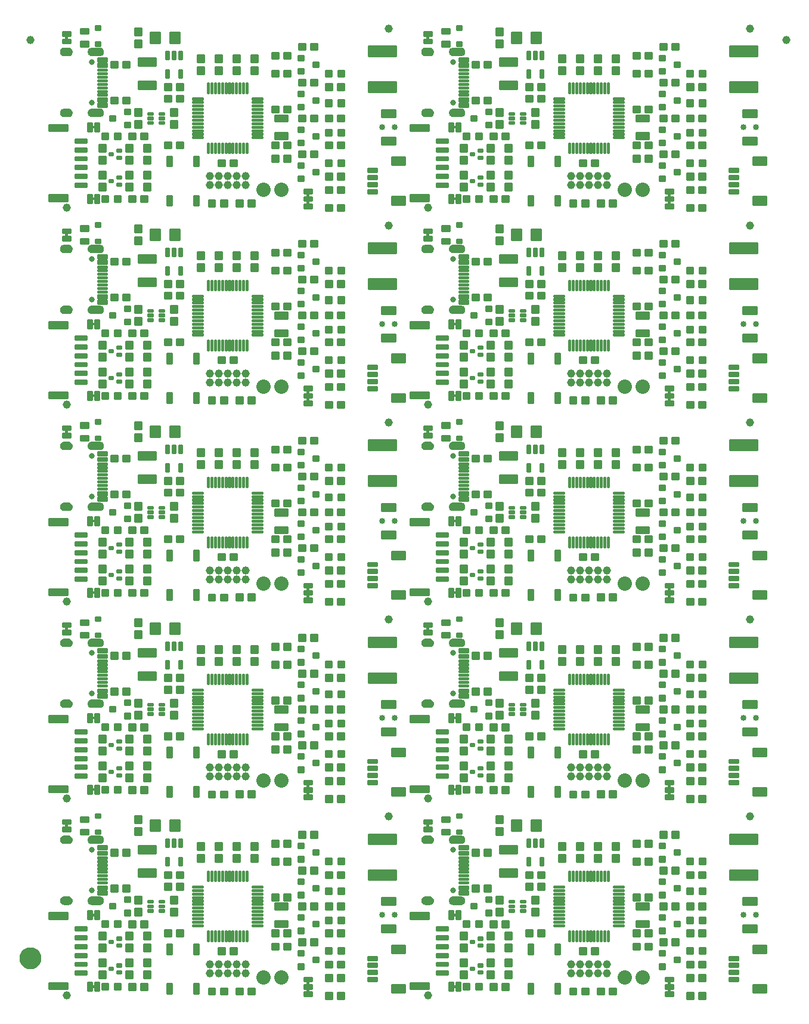
<source format=gts>
G04 EAGLE Gerber RS-274X export*
G75*
%MOMM*%
%FSLAX34Y34*%
%LPD*%
%INSoldermask Top*%
%IPPOS*%
%AMOC8*
5,1,8,0,0,1.08239X$1,22.5*%
G01*
%ADD10C,1.152400*%
%ADD11C,0.253525*%
%ADD12C,0.252862*%
%ADD13C,0.248381*%
%ADD14C,0.243431*%
%ADD15C,0.449434*%
%ADD16C,0.253344*%
%ADD17C,0.255816*%
%ADD18C,0.802400*%
%ADD19C,0.257147*%
%ADD20C,0.255116*%
%ADD21C,0.246888*%
%ADD22C,0.251966*%
%ADD23C,0.264381*%
%ADD24C,0.852400*%
%ADD25C,0.250478*%
%ADD26C,2.032000*%
%ADD27C,0.251081*%
%ADD28C,0.254103*%
%ADD29C,0.250366*%
%ADD30C,1.270000*%
%ADD31C,1.652400*%

G36*
X73004Y1063593D02*
X73004Y1063593D01*
X73007Y1063591D01*
X74129Y1063746D01*
X74134Y1063751D01*
X74138Y1063748D01*
X75209Y1064119D01*
X75213Y1064125D01*
X75218Y1064123D01*
X76195Y1064695D01*
X76198Y1064702D01*
X76203Y1064701D01*
X77050Y1065453D01*
X77052Y1065460D01*
X77057Y1065460D01*
X77741Y1066363D01*
X77741Y1066371D01*
X77746Y1066372D01*
X78241Y1067391D01*
X78239Y1067398D01*
X78244Y1067400D01*
X78531Y1068496D01*
X78529Y1068500D01*
X78531Y1068502D01*
X78529Y1068504D01*
X78532Y1068506D01*
X78599Y1069637D01*
X78597Y1069640D01*
X78599Y1069642D01*
X78532Y1070773D01*
X78527Y1070779D01*
X78531Y1070783D01*
X78244Y1071879D01*
X78238Y1071883D01*
X78241Y1071888D01*
X77746Y1072907D01*
X77740Y1072911D01*
X77741Y1072916D01*
X77057Y1073819D01*
X77050Y1073821D01*
X77050Y1073826D01*
X76203Y1074578D01*
X76196Y1074579D01*
X76195Y1074584D01*
X75218Y1075156D01*
X75211Y1075155D01*
X75209Y1075160D01*
X74138Y1075531D01*
X74132Y1075529D01*
X74129Y1075533D01*
X73007Y1075688D01*
X73002Y1075686D01*
X73000Y1075689D01*
X61000Y1075689D01*
X60995Y1075685D01*
X60992Y1075688D01*
X59725Y1075483D01*
X59719Y1075477D01*
X59715Y1075480D01*
X58525Y1074999D01*
X58521Y1074992D01*
X58515Y1074994D01*
X57462Y1074259D01*
X57460Y1074252D01*
X57454Y1074252D01*
X56591Y1073302D01*
X56590Y1073294D01*
X56585Y1073293D01*
X55955Y1072175D01*
X55956Y1072167D01*
X55950Y1072165D01*
X55585Y1070934D01*
X55588Y1070927D01*
X55583Y1070923D01*
X55501Y1069643D01*
X55504Y1069639D01*
X55501Y1069636D01*
X55583Y1068355D01*
X55589Y1068349D01*
X55585Y1068345D01*
X55950Y1067114D01*
X55957Y1067109D01*
X55955Y1067104D01*
X56585Y1065986D01*
X56592Y1065983D01*
X56591Y1065977D01*
X57454Y1065027D01*
X57462Y1065025D01*
X57462Y1065019D01*
X58515Y1064285D01*
X58523Y1064286D01*
X58525Y1064280D01*
X59715Y1063798D01*
X59722Y1063801D01*
X59725Y1063796D01*
X60992Y1063591D01*
X60997Y1063594D01*
X61000Y1063590D01*
X73000Y1063590D01*
X73004Y1063593D01*
G37*
G36*
X586084Y784117D02*
X586084Y784117D01*
X586087Y784114D01*
X587209Y784269D01*
X587214Y784274D01*
X587218Y784272D01*
X588289Y784642D01*
X588293Y784648D01*
X588298Y784646D01*
X589275Y785219D01*
X589278Y785226D01*
X589283Y785225D01*
X590130Y785977D01*
X590132Y785984D01*
X590137Y785984D01*
X590821Y786887D01*
X590821Y786894D01*
X590826Y786895D01*
X591321Y787915D01*
X591319Y787922D01*
X591324Y787924D01*
X591611Y789020D01*
X591609Y789024D01*
X591611Y789026D01*
X591609Y789028D01*
X591612Y789029D01*
X591679Y790160D01*
X591677Y790164D01*
X591679Y790166D01*
X591612Y791297D01*
X591607Y791303D01*
X591611Y791307D01*
X591324Y792403D01*
X591318Y792407D01*
X591321Y792412D01*
X590826Y793431D01*
X590820Y793434D01*
X590821Y793439D01*
X590137Y794342D01*
X590130Y794344D01*
X590130Y794349D01*
X589283Y795102D01*
X589276Y795102D01*
X589275Y795107D01*
X588298Y795680D01*
X588291Y795679D01*
X588289Y795684D01*
X587218Y796055D01*
X587212Y796053D01*
X587209Y796057D01*
X586087Y796212D01*
X586082Y796210D01*
X586080Y796212D01*
X574080Y796212D01*
X574075Y796209D01*
X574072Y796212D01*
X572805Y796007D01*
X572799Y796001D01*
X572795Y796004D01*
X571605Y795523D01*
X571601Y795516D01*
X571595Y795517D01*
X570542Y794783D01*
X570540Y794775D01*
X570534Y794776D01*
X569671Y793826D01*
X569670Y793818D01*
X569665Y793817D01*
X569035Y792699D01*
X569036Y792691D01*
X569030Y792688D01*
X568665Y791458D01*
X568668Y791450D01*
X568663Y791447D01*
X568581Y790166D01*
X568584Y790162D01*
X568581Y790160D01*
X568663Y788879D01*
X568669Y788873D01*
X568665Y788868D01*
X569030Y787638D01*
X569037Y787633D01*
X569035Y787628D01*
X569665Y786510D01*
X569672Y786506D01*
X569671Y786501D01*
X570534Y785551D01*
X570542Y785549D01*
X570542Y785543D01*
X571595Y784809D01*
X571603Y784809D01*
X571605Y784804D01*
X572795Y784322D01*
X572802Y784324D01*
X572805Y784319D01*
X574072Y784115D01*
X574077Y784117D01*
X574080Y784114D01*
X586080Y784114D01*
X586084Y784117D01*
G37*
G36*
X586084Y1343095D02*
X586084Y1343095D01*
X586087Y1343092D01*
X587209Y1343247D01*
X587214Y1343252D01*
X587218Y1343249D01*
X588289Y1343620D01*
X588293Y1343626D01*
X588298Y1343624D01*
X589275Y1344197D01*
X589278Y1344203D01*
X589283Y1344202D01*
X590130Y1344955D01*
X590132Y1344962D01*
X590137Y1344962D01*
X590821Y1345865D01*
X590821Y1345872D01*
X590826Y1345873D01*
X591321Y1346892D01*
X591319Y1346899D01*
X591324Y1346901D01*
X591611Y1347998D01*
X591609Y1348002D01*
X591611Y1348003D01*
X591609Y1348005D01*
X591612Y1348007D01*
X591679Y1349138D01*
X591677Y1349142D01*
X591679Y1349144D01*
X591612Y1350275D01*
X591607Y1350280D01*
X591611Y1350284D01*
X591324Y1351381D01*
X591318Y1351385D01*
X591321Y1351390D01*
X590826Y1352409D01*
X590820Y1352412D01*
X590821Y1352417D01*
X590137Y1353320D01*
X590130Y1353322D01*
X590130Y1353327D01*
X589283Y1354080D01*
X589276Y1354080D01*
X589275Y1354085D01*
X588298Y1354658D01*
X588291Y1354657D01*
X588289Y1354662D01*
X587218Y1355033D01*
X587212Y1355030D01*
X587209Y1355035D01*
X586087Y1355190D01*
X586082Y1355187D01*
X586080Y1355190D01*
X574080Y1355190D01*
X574075Y1355187D01*
X574072Y1355190D01*
X572805Y1354985D01*
X572799Y1354979D01*
X572795Y1354982D01*
X571605Y1354500D01*
X571601Y1354493D01*
X571595Y1354495D01*
X570542Y1353761D01*
X570540Y1353753D01*
X570534Y1353754D01*
X569671Y1352804D01*
X569670Y1352795D01*
X569665Y1352795D01*
X569035Y1351676D01*
X569036Y1351668D01*
X569030Y1351666D01*
X568665Y1350436D01*
X568668Y1350428D01*
X568663Y1350425D01*
X568581Y1349144D01*
X568584Y1349140D01*
X568581Y1349138D01*
X568663Y1347857D01*
X568669Y1347851D01*
X568665Y1347846D01*
X569030Y1346616D01*
X569037Y1346611D01*
X569035Y1346606D01*
X569665Y1345487D01*
X569672Y1345484D01*
X569671Y1345478D01*
X570534Y1344528D01*
X570542Y1344527D01*
X570542Y1344521D01*
X571595Y1343787D01*
X571603Y1343787D01*
X571605Y1343782D01*
X572795Y1343300D01*
X572802Y1343302D01*
X572805Y1343297D01*
X574072Y1343092D01*
X574077Y1343095D01*
X574080Y1343092D01*
X586080Y1343092D01*
X586084Y1343095D01*
G37*
G36*
X73004Y138765D02*
X73004Y138765D01*
X73007Y138762D01*
X74129Y138917D01*
X74134Y138922D01*
X74138Y138919D01*
X75209Y139290D01*
X75213Y139296D01*
X75218Y139294D01*
X76195Y139867D01*
X76198Y139873D01*
X76203Y139872D01*
X77050Y140625D01*
X77052Y140632D01*
X77057Y140632D01*
X77741Y141535D01*
X77741Y141542D01*
X77746Y141543D01*
X78241Y142562D01*
X78239Y142569D01*
X78244Y142571D01*
X78531Y143667D01*
X78529Y143672D01*
X78531Y143673D01*
X78529Y143675D01*
X78532Y143677D01*
X78599Y144808D01*
X78597Y144812D01*
X78599Y144814D01*
X78532Y145945D01*
X78527Y145950D01*
X78531Y145954D01*
X78244Y147050D01*
X78238Y147055D01*
X78241Y147059D01*
X77746Y148079D01*
X77740Y148082D01*
X77741Y148087D01*
X77057Y148990D01*
X77050Y148992D01*
X77050Y148997D01*
X76203Y149749D01*
X76196Y149750D01*
X76195Y149755D01*
X75218Y150328D01*
X75211Y150327D01*
X75209Y150332D01*
X74138Y150702D01*
X74132Y150700D01*
X74129Y150705D01*
X73007Y150860D01*
X73002Y150857D01*
X73000Y150860D01*
X61000Y150860D01*
X60995Y150856D01*
X60992Y150859D01*
X59725Y150655D01*
X59719Y150649D01*
X59715Y150652D01*
X58525Y150170D01*
X58521Y150163D01*
X58515Y150165D01*
X57462Y149431D01*
X57460Y149423D01*
X57454Y149423D01*
X56591Y148473D01*
X56590Y148465D01*
X56585Y148464D01*
X55955Y147346D01*
X55956Y147338D01*
X55950Y147336D01*
X55585Y146106D01*
X55588Y146098D01*
X55583Y146095D01*
X55501Y144814D01*
X55504Y144810D01*
X55501Y144808D01*
X55583Y143527D01*
X55589Y143521D01*
X55585Y143516D01*
X55950Y142286D01*
X55957Y142281D01*
X55955Y142275D01*
X56585Y141157D01*
X56592Y141154D01*
X56591Y141148D01*
X57454Y140198D01*
X57462Y140197D01*
X57462Y140191D01*
X58515Y139457D01*
X58523Y139457D01*
X58525Y139451D01*
X59715Y138970D01*
X59722Y138972D01*
X59725Y138967D01*
X60992Y138762D01*
X60997Y138765D01*
X61000Y138762D01*
X73000Y138762D01*
X73004Y138765D01*
G37*
G36*
X586084Y138765D02*
X586084Y138765D01*
X586087Y138762D01*
X587209Y138917D01*
X587214Y138922D01*
X587218Y138919D01*
X588289Y139290D01*
X588293Y139296D01*
X588298Y139294D01*
X589275Y139867D01*
X589278Y139873D01*
X589283Y139872D01*
X590130Y140625D01*
X590132Y140632D01*
X590137Y140632D01*
X590821Y141535D01*
X590821Y141542D01*
X590826Y141543D01*
X591321Y142562D01*
X591319Y142569D01*
X591324Y142571D01*
X591611Y143667D01*
X591609Y143672D01*
X591611Y143673D01*
X591609Y143675D01*
X591612Y143677D01*
X591679Y144808D01*
X591677Y144812D01*
X591679Y144814D01*
X591612Y145945D01*
X591607Y145950D01*
X591611Y145954D01*
X591324Y147050D01*
X591318Y147055D01*
X591321Y147059D01*
X590826Y148079D01*
X590820Y148082D01*
X590821Y148087D01*
X590137Y148990D01*
X590130Y148992D01*
X590130Y148997D01*
X589283Y149749D01*
X589276Y149750D01*
X589275Y149755D01*
X588298Y150328D01*
X588291Y150327D01*
X588289Y150332D01*
X587218Y150702D01*
X587212Y150700D01*
X587209Y150705D01*
X586087Y150860D01*
X586082Y150857D01*
X586080Y150860D01*
X574080Y150860D01*
X574075Y150856D01*
X574072Y150859D01*
X572805Y150655D01*
X572799Y150649D01*
X572795Y150652D01*
X571605Y150170D01*
X571601Y150163D01*
X571595Y150165D01*
X570542Y149431D01*
X570540Y149423D01*
X570534Y149423D01*
X569671Y148473D01*
X569670Y148465D01*
X569665Y148464D01*
X569035Y147346D01*
X569036Y147338D01*
X569030Y147336D01*
X568665Y146106D01*
X568668Y146098D01*
X568663Y146095D01*
X568581Y144814D01*
X568584Y144810D01*
X568581Y144808D01*
X568663Y143527D01*
X568669Y143521D01*
X568665Y143516D01*
X569030Y142286D01*
X569037Y142281D01*
X569035Y142275D01*
X569665Y141157D01*
X569672Y141154D01*
X569671Y141148D01*
X570534Y140198D01*
X570542Y140197D01*
X570542Y140191D01*
X571595Y139457D01*
X571603Y139457D01*
X571605Y139451D01*
X572795Y138970D01*
X572802Y138972D01*
X572805Y138967D01*
X574072Y138762D01*
X574077Y138765D01*
X574080Y138762D01*
X586080Y138762D01*
X586084Y138765D01*
G37*
G36*
X73004Y1343095D02*
X73004Y1343095D01*
X73007Y1343092D01*
X74129Y1343247D01*
X74134Y1343252D01*
X74138Y1343249D01*
X75209Y1343620D01*
X75213Y1343626D01*
X75218Y1343624D01*
X76195Y1344197D01*
X76198Y1344203D01*
X76203Y1344202D01*
X77050Y1344955D01*
X77052Y1344962D01*
X77057Y1344962D01*
X77741Y1345865D01*
X77741Y1345872D01*
X77746Y1345873D01*
X78241Y1346892D01*
X78239Y1346899D01*
X78244Y1346901D01*
X78531Y1347998D01*
X78529Y1348002D01*
X78531Y1348003D01*
X78529Y1348005D01*
X78532Y1348007D01*
X78599Y1349138D01*
X78597Y1349142D01*
X78599Y1349144D01*
X78532Y1350275D01*
X78527Y1350280D01*
X78531Y1350284D01*
X78244Y1351381D01*
X78238Y1351385D01*
X78241Y1351390D01*
X77746Y1352409D01*
X77740Y1352412D01*
X77741Y1352417D01*
X77057Y1353320D01*
X77050Y1353322D01*
X77050Y1353327D01*
X76203Y1354080D01*
X76196Y1354080D01*
X76195Y1354085D01*
X75218Y1354658D01*
X75211Y1354657D01*
X75209Y1354662D01*
X74138Y1355033D01*
X74132Y1355030D01*
X74129Y1355035D01*
X73007Y1355190D01*
X73002Y1355187D01*
X73000Y1355190D01*
X61000Y1355190D01*
X60995Y1355187D01*
X60992Y1355190D01*
X59725Y1354985D01*
X59719Y1354979D01*
X59715Y1354982D01*
X58525Y1354500D01*
X58521Y1354493D01*
X58515Y1354495D01*
X57462Y1353761D01*
X57460Y1353753D01*
X57454Y1353754D01*
X56591Y1352804D01*
X56590Y1352795D01*
X56585Y1352795D01*
X55955Y1351676D01*
X55956Y1351668D01*
X55950Y1351666D01*
X55585Y1350436D01*
X55588Y1350428D01*
X55583Y1350425D01*
X55501Y1349144D01*
X55504Y1349140D01*
X55501Y1349138D01*
X55583Y1347857D01*
X55589Y1347851D01*
X55585Y1347846D01*
X55950Y1346616D01*
X55957Y1346611D01*
X55955Y1346606D01*
X56585Y1345487D01*
X56592Y1345484D01*
X56591Y1345478D01*
X57454Y1344528D01*
X57462Y1344527D01*
X57462Y1344521D01*
X58515Y1343787D01*
X58523Y1343787D01*
X58525Y1343782D01*
X59715Y1343300D01*
X59722Y1343302D01*
X59725Y1343297D01*
X60992Y1343092D01*
X60997Y1343095D01*
X61000Y1343092D01*
X73000Y1343092D01*
X73004Y1343095D01*
G37*
G36*
X73004Y697717D02*
X73004Y697717D01*
X73007Y697714D01*
X74129Y697869D01*
X74134Y697874D01*
X74138Y697872D01*
X75209Y698242D01*
X75213Y698248D01*
X75218Y698246D01*
X76195Y698819D01*
X76198Y698826D01*
X76203Y698825D01*
X77050Y699577D01*
X77052Y699584D01*
X77057Y699584D01*
X77741Y700487D01*
X77741Y700494D01*
X77746Y700495D01*
X78241Y701515D01*
X78239Y701522D01*
X78244Y701524D01*
X78531Y702620D01*
X78529Y702624D01*
X78531Y702626D01*
X78529Y702628D01*
X78532Y702629D01*
X78599Y703760D01*
X78597Y703764D01*
X78599Y703766D01*
X78532Y704897D01*
X78527Y704903D01*
X78531Y704907D01*
X78244Y706003D01*
X78238Y706007D01*
X78241Y706012D01*
X77746Y707031D01*
X77740Y707034D01*
X77741Y707039D01*
X77057Y707942D01*
X77050Y707944D01*
X77050Y707949D01*
X76203Y708702D01*
X76196Y708702D01*
X76195Y708707D01*
X75218Y709280D01*
X75211Y709279D01*
X75209Y709284D01*
X74138Y709655D01*
X74132Y709653D01*
X74129Y709657D01*
X73007Y709812D01*
X73002Y709810D01*
X73000Y709812D01*
X61000Y709812D01*
X60995Y709809D01*
X60992Y709812D01*
X59725Y709607D01*
X59719Y709601D01*
X59715Y709604D01*
X58525Y709123D01*
X58521Y709116D01*
X58515Y709117D01*
X57462Y708383D01*
X57460Y708375D01*
X57454Y708376D01*
X56591Y707426D01*
X56590Y707418D01*
X56585Y707417D01*
X55955Y706299D01*
X55956Y706291D01*
X55950Y706288D01*
X55585Y705058D01*
X55588Y705050D01*
X55583Y705047D01*
X55501Y703766D01*
X55504Y703762D01*
X55501Y703760D01*
X55583Y702479D01*
X55589Y702473D01*
X55585Y702468D01*
X55950Y701238D01*
X55957Y701233D01*
X55955Y701228D01*
X56585Y700110D01*
X56592Y700106D01*
X56591Y700101D01*
X57454Y699151D01*
X57462Y699149D01*
X57462Y699143D01*
X58515Y698409D01*
X58523Y698409D01*
X58525Y698404D01*
X59715Y697922D01*
X59722Y697924D01*
X59725Y697919D01*
X60992Y697715D01*
X60997Y697717D01*
X61000Y697714D01*
X73000Y697714D01*
X73004Y697717D01*
G37*
G36*
X586084Y1256695D02*
X586084Y1256695D01*
X586087Y1256692D01*
X587209Y1256847D01*
X587214Y1256852D01*
X587218Y1256849D01*
X588289Y1257220D01*
X588293Y1257226D01*
X588298Y1257224D01*
X589275Y1257797D01*
X589278Y1257803D01*
X589283Y1257802D01*
X590130Y1258555D01*
X590132Y1258562D01*
X590137Y1258562D01*
X590821Y1259465D01*
X590821Y1259472D01*
X590826Y1259473D01*
X591321Y1260492D01*
X591319Y1260499D01*
X591324Y1260501D01*
X591611Y1261598D01*
X591609Y1261602D01*
X591611Y1261603D01*
X591609Y1261605D01*
X591612Y1261607D01*
X591679Y1262738D01*
X591677Y1262742D01*
X591679Y1262744D01*
X591612Y1263875D01*
X591607Y1263880D01*
X591611Y1263884D01*
X591324Y1264981D01*
X591318Y1264985D01*
X591321Y1264990D01*
X590826Y1266009D01*
X590820Y1266012D01*
X590821Y1266017D01*
X590137Y1266920D01*
X590130Y1266922D01*
X590130Y1266927D01*
X589283Y1267680D01*
X589276Y1267680D01*
X589275Y1267685D01*
X588298Y1268258D01*
X588291Y1268257D01*
X588289Y1268262D01*
X587218Y1268633D01*
X587212Y1268630D01*
X587209Y1268635D01*
X586087Y1268790D01*
X586082Y1268787D01*
X586080Y1268790D01*
X574080Y1268790D01*
X574075Y1268787D01*
X574072Y1268790D01*
X572805Y1268585D01*
X572799Y1268579D01*
X572795Y1268582D01*
X571605Y1268100D01*
X571601Y1268093D01*
X571595Y1268095D01*
X570542Y1267361D01*
X570540Y1267353D01*
X570534Y1267354D01*
X569671Y1266404D01*
X569670Y1266395D01*
X569665Y1266395D01*
X569035Y1265276D01*
X569036Y1265268D01*
X569030Y1265266D01*
X568665Y1264036D01*
X568668Y1264028D01*
X568663Y1264025D01*
X568581Y1262744D01*
X568584Y1262740D01*
X568581Y1262738D01*
X568663Y1261457D01*
X568669Y1261451D01*
X568665Y1261446D01*
X569030Y1260216D01*
X569037Y1260211D01*
X569035Y1260206D01*
X569665Y1259087D01*
X569672Y1259084D01*
X569671Y1259078D01*
X570534Y1258128D01*
X570542Y1258127D01*
X570542Y1258121D01*
X571595Y1257387D01*
X571603Y1257387D01*
X571605Y1257382D01*
X572795Y1256900D01*
X572802Y1256902D01*
X572805Y1256897D01*
X574072Y1256692D01*
X574077Y1256695D01*
X574080Y1256692D01*
X586080Y1256692D01*
X586084Y1256695D01*
G37*
G36*
X586084Y697717D02*
X586084Y697717D01*
X586087Y697714D01*
X587209Y697869D01*
X587214Y697874D01*
X587218Y697872D01*
X588289Y698242D01*
X588293Y698248D01*
X588298Y698246D01*
X589275Y698819D01*
X589278Y698826D01*
X589283Y698825D01*
X590130Y699577D01*
X590132Y699584D01*
X590137Y699584D01*
X590821Y700487D01*
X590821Y700494D01*
X590826Y700495D01*
X591321Y701515D01*
X591319Y701522D01*
X591324Y701524D01*
X591611Y702620D01*
X591609Y702624D01*
X591611Y702626D01*
X591609Y702628D01*
X591612Y702629D01*
X591679Y703760D01*
X591677Y703764D01*
X591679Y703766D01*
X591612Y704897D01*
X591607Y704903D01*
X591611Y704907D01*
X591324Y706003D01*
X591318Y706007D01*
X591321Y706012D01*
X590826Y707031D01*
X590820Y707034D01*
X590821Y707039D01*
X590137Y707942D01*
X590130Y707944D01*
X590130Y707949D01*
X589283Y708702D01*
X589276Y708702D01*
X589275Y708707D01*
X588298Y709280D01*
X588291Y709279D01*
X588289Y709284D01*
X587218Y709655D01*
X587212Y709653D01*
X587209Y709657D01*
X586087Y709812D01*
X586082Y709810D01*
X586080Y709812D01*
X574080Y709812D01*
X574075Y709809D01*
X574072Y709812D01*
X572805Y709607D01*
X572799Y709601D01*
X572795Y709604D01*
X571605Y709123D01*
X571601Y709116D01*
X571595Y709117D01*
X570542Y708383D01*
X570540Y708375D01*
X570534Y708376D01*
X569671Y707426D01*
X569670Y707418D01*
X569665Y707417D01*
X569035Y706299D01*
X569036Y706291D01*
X569030Y706288D01*
X568665Y705058D01*
X568668Y705050D01*
X568663Y705047D01*
X568581Y703766D01*
X568584Y703762D01*
X568581Y703760D01*
X568663Y702479D01*
X568669Y702473D01*
X568665Y702468D01*
X569030Y701238D01*
X569037Y701233D01*
X569035Y701228D01*
X569665Y700110D01*
X569672Y700106D01*
X569671Y700101D01*
X570534Y699151D01*
X570542Y699149D01*
X570542Y699143D01*
X571595Y698409D01*
X571603Y698409D01*
X571605Y698404D01*
X572795Y697922D01*
X572802Y697924D01*
X572805Y697919D01*
X574072Y697715D01*
X574077Y697717D01*
X574080Y697714D01*
X586080Y697714D01*
X586084Y697717D01*
G37*
G36*
X73004Y1256695D02*
X73004Y1256695D01*
X73007Y1256692D01*
X74129Y1256847D01*
X74134Y1256852D01*
X74138Y1256849D01*
X75209Y1257220D01*
X75213Y1257226D01*
X75218Y1257224D01*
X76195Y1257797D01*
X76198Y1257803D01*
X76203Y1257802D01*
X77050Y1258555D01*
X77052Y1258562D01*
X77057Y1258562D01*
X77741Y1259465D01*
X77741Y1259472D01*
X77746Y1259473D01*
X78241Y1260492D01*
X78239Y1260499D01*
X78244Y1260501D01*
X78531Y1261598D01*
X78529Y1261602D01*
X78531Y1261603D01*
X78529Y1261605D01*
X78532Y1261607D01*
X78599Y1262738D01*
X78597Y1262742D01*
X78599Y1262744D01*
X78532Y1263875D01*
X78527Y1263880D01*
X78531Y1263884D01*
X78244Y1264981D01*
X78238Y1264985D01*
X78241Y1264990D01*
X77746Y1266009D01*
X77740Y1266012D01*
X77741Y1266017D01*
X77057Y1266920D01*
X77050Y1266922D01*
X77050Y1266927D01*
X76203Y1267680D01*
X76196Y1267680D01*
X76195Y1267685D01*
X75218Y1268258D01*
X75211Y1268257D01*
X75209Y1268262D01*
X74138Y1268633D01*
X74132Y1268630D01*
X74129Y1268635D01*
X73007Y1268790D01*
X73002Y1268787D01*
X73000Y1268790D01*
X61000Y1268790D01*
X60995Y1268787D01*
X60992Y1268790D01*
X59725Y1268585D01*
X59719Y1268579D01*
X59715Y1268582D01*
X58525Y1268100D01*
X58521Y1268093D01*
X58515Y1268095D01*
X57462Y1267361D01*
X57460Y1267353D01*
X57454Y1267354D01*
X56591Y1266404D01*
X56590Y1266395D01*
X56585Y1266395D01*
X55955Y1265276D01*
X55956Y1265268D01*
X55950Y1265266D01*
X55585Y1264036D01*
X55588Y1264028D01*
X55583Y1264025D01*
X55501Y1262744D01*
X55504Y1262740D01*
X55501Y1262738D01*
X55583Y1261457D01*
X55589Y1261451D01*
X55585Y1261446D01*
X55950Y1260216D01*
X55957Y1260211D01*
X55955Y1260206D01*
X56585Y1259087D01*
X56592Y1259084D01*
X56591Y1259078D01*
X57454Y1258128D01*
X57462Y1258127D01*
X57462Y1258121D01*
X58515Y1257387D01*
X58523Y1257387D01*
X58525Y1257382D01*
X59715Y1256900D01*
X59722Y1256902D01*
X59725Y1256897D01*
X60992Y1256692D01*
X60997Y1256695D01*
X61000Y1256692D01*
X73000Y1256692D01*
X73004Y1256695D01*
G37*
G36*
X586084Y225165D02*
X586084Y225165D01*
X586087Y225162D01*
X587209Y225317D01*
X587214Y225322D01*
X587218Y225319D01*
X588289Y225690D01*
X588293Y225696D01*
X588298Y225694D01*
X589275Y226267D01*
X589278Y226273D01*
X589283Y226272D01*
X590130Y227025D01*
X590132Y227032D01*
X590137Y227032D01*
X590821Y227935D01*
X590821Y227942D01*
X590826Y227943D01*
X591321Y228962D01*
X591319Y228969D01*
X591324Y228971D01*
X591611Y230067D01*
X591609Y230072D01*
X591611Y230073D01*
X591609Y230075D01*
X591612Y230077D01*
X591679Y231208D01*
X591677Y231212D01*
X591679Y231214D01*
X591612Y232345D01*
X591607Y232350D01*
X591611Y232354D01*
X591324Y233450D01*
X591318Y233455D01*
X591321Y233459D01*
X590826Y234479D01*
X590820Y234482D01*
X590821Y234487D01*
X590137Y235390D01*
X590130Y235392D01*
X590130Y235397D01*
X589283Y236149D01*
X589276Y236150D01*
X589275Y236155D01*
X588298Y236728D01*
X588291Y236727D01*
X588289Y236732D01*
X587218Y237102D01*
X587212Y237100D01*
X587209Y237105D01*
X586087Y237260D01*
X586082Y237257D01*
X586080Y237260D01*
X574080Y237260D01*
X574075Y237256D01*
X574072Y237259D01*
X572805Y237055D01*
X572799Y237049D01*
X572795Y237052D01*
X571605Y236570D01*
X571601Y236563D01*
X571595Y236565D01*
X570542Y235831D01*
X570540Y235823D01*
X570534Y235823D01*
X569671Y234873D01*
X569670Y234865D01*
X569665Y234864D01*
X569035Y233746D01*
X569036Y233738D01*
X569030Y233736D01*
X568665Y232506D01*
X568668Y232498D01*
X568663Y232495D01*
X568581Y231214D01*
X568584Y231210D01*
X568581Y231208D01*
X568663Y229927D01*
X568669Y229921D01*
X568665Y229916D01*
X569030Y228686D01*
X569037Y228681D01*
X569035Y228675D01*
X569665Y227557D01*
X569672Y227554D01*
X569671Y227548D01*
X570534Y226598D01*
X570542Y226597D01*
X570542Y226591D01*
X571595Y225857D01*
X571603Y225857D01*
X571605Y225851D01*
X572795Y225370D01*
X572802Y225372D01*
X572805Y225367D01*
X574072Y225162D01*
X574077Y225165D01*
X574080Y225162D01*
X586080Y225162D01*
X586084Y225165D01*
G37*
G36*
X586084Y1063593D02*
X586084Y1063593D01*
X586087Y1063591D01*
X587209Y1063746D01*
X587214Y1063751D01*
X587218Y1063748D01*
X588289Y1064119D01*
X588293Y1064125D01*
X588298Y1064123D01*
X589275Y1064695D01*
X589278Y1064702D01*
X589283Y1064701D01*
X590130Y1065453D01*
X590132Y1065460D01*
X590137Y1065460D01*
X590821Y1066363D01*
X590821Y1066371D01*
X590826Y1066372D01*
X591321Y1067391D01*
X591319Y1067398D01*
X591324Y1067400D01*
X591611Y1068496D01*
X591609Y1068500D01*
X591611Y1068502D01*
X591609Y1068504D01*
X591612Y1068506D01*
X591679Y1069637D01*
X591677Y1069640D01*
X591679Y1069642D01*
X591612Y1070773D01*
X591607Y1070779D01*
X591611Y1070783D01*
X591324Y1071879D01*
X591318Y1071883D01*
X591321Y1071888D01*
X590826Y1072907D01*
X590820Y1072911D01*
X590821Y1072916D01*
X590137Y1073819D01*
X590130Y1073821D01*
X590130Y1073826D01*
X589283Y1074578D01*
X589276Y1074579D01*
X589275Y1074584D01*
X588298Y1075156D01*
X588291Y1075155D01*
X588289Y1075160D01*
X587218Y1075531D01*
X587212Y1075529D01*
X587209Y1075533D01*
X586087Y1075688D01*
X586082Y1075686D01*
X586080Y1075689D01*
X574080Y1075689D01*
X574075Y1075685D01*
X574072Y1075688D01*
X572805Y1075483D01*
X572799Y1075477D01*
X572795Y1075480D01*
X571605Y1074999D01*
X571601Y1074992D01*
X571595Y1074994D01*
X570542Y1074259D01*
X570540Y1074252D01*
X570534Y1074252D01*
X569671Y1073302D01*
X569670Y1073294D01*
X569665Y1073293D01*
X569035Y1072175D01*
X569036Y1072167D01*
X569030Y1072165D01*
X568665Y1070934D01*
X568668Y1070927D01*
X568663Y1070923D01*
X568581Y1069643D01*
X568584Y1069639D01*
X568581Y1069636D01*
X568663Y1068355D01*
X568669Y1068349D01*
X568665Y1068345D01*
X569030Y1067114D01*
X569037Y1067109D01*
X569035Y1067104D01*
X569665Y1065986D01*
X569672Y1065983D01*
X569671Y1065977D01*
X570534Y1065027D01*
X570542Y1065025D01*
X570542Y1065019D01*
X571595Y1064285D01*
X571603Y1064286D01*
X571605Y1064280D01*
X572795Y1063798D01*
X572802Y1063801D01*
X572805Y1063796D01*
X574072Y1063591D01*
X574077Y1063594D01*
X574080Y1063590D01*
X586080Y1063590D01*
X586084Y1063593D01*
G37*
G36*
X586084Y977193D02*
X586084Y977193D01*
X586087Y977191D01*
X587209Y977346D01*
X587214Y977351D01*
X587218Y977348D01*
X588289Y977719D01*
X588293Y977725D01*
X588298Y977723D01*
X589275Y978295D01*
X589278Y978302D01*
X589283Y978301D01*
X590130Y979053D01*
X590132Y979060D01*
X590137Y979060D01*
X590821Y979963D01*
X590821Y979971D01*
X590826Y979972D01*
X591321Y980991D01*
X591319Y980998D01*
X591324Y981000D01*
X591611Y982096D01*
X591609Y982100D01*
X591611Y982102D01*
X591609Y982104D01*
X591612Y982106D01*
X591679Y983237D01*
X591677Y983240D01*
X591679Y983242D01*
X591612Y984373D01*
X591607Y984379D01*
X591611Y984383D01*
X591324Y985479D01*
X591318Y985483D01*
X591321Y985488D01*
X590826Y986507D01*
X590820Y986511D01*
X590821Y986516D01*
X590137Y987419D01*
X590130Y987421D01*
X590130Y987426D01*
X589283Y988178D01*
X589276Y988179D01*
X589275Y988184D01*
X588298Y988756D01*
X588291Y988755D01*
X588289Y988760D01*
X587218Y989131D01*
X587212Y989129D01*
X587209Y989133D01*
X586087Y989288D01*
X586082Y989286D01*
X586080Y989289D01*
X574080Y989289D01*
X574075Y989285D01*
X574072Y989288D01*
X572805Y989083D01*
X572799Y989077D01*
X572795Y989080D01*
X571605Y988599D01*
X571601Y988592D01*
X571595Y988594D01*
X570542Y987859D01*
X570540Y987852D01*
X570534Y987852D01*
X569671Y986902D01*
X569670Y986894D01*
X569665Y986893D01*
X569035Y985775D01*
X569036Y985767D01*
X569030Y985765D01*
X568665Y984534D01*
X568668Y984527D01*
X568663Y984523D01*
X568581Y983243D01*
X568584Y983239D01*
X568581Y983236D01*
X568663Y981955D01*
X568669Y981949D01*
X568665Y981945D01*
X569030Y980714D01*
X569037Y980709D01*
X569035Y980704D01*
X569665Y979586D01*
X569672Y979583D01*
X569671Y979577D01*
X570534Y978627D01*
X570542Y978625D01*
X570542Y978619D01*
X571595Y977885D01*
X571603Y977886D01*
X571605Y977880D01*
X572795Y977398D01*
X572802Y977401D01*
X572805Y977396D01*
X574072Y977191D01*
X574077Y977194D01*
X574080Y977190D01*
X586080Y977190D01*
X586084Y977193D01*
G37*
G36*
X73004Y977193D02*
X73004Y977193D01*
X73007Y977191D01*
X74129Y977346D01*
X74134Y977351D01*
X74138Y977348D01*
X75209Y977719D01*
X75213Y977725D01*
X75218Y977723D01*
X76195Y978295D01*
X76198Y978302D01*
X76203Y978301D01*
X77050Y979053D01*
X77052Y979060D01*
X77057Y979060D01*
X77741Y979963D01*
X77741Y979971D01*
X77746Y979972D01*
X78241Y980991D01*
X78239Y980998D01*
X78244Y981000D01*
X78531Y982096D01*
X78529Y982100D01*
X78531Y982102D01*
X78529Y982104D01*
X78532Y982106D01*
X78599Y983237D01*
X78597Y983240D01*
X78599Y983242D01*
X78532Y984373D01*
X78527Y984379D01*
X78531Y984383D01*
X78244Y985479D01*
X78238Y985483D01*
X78241Y985488D01*
X77746Y986507D01*
X77740Y986511D01*
X77741Y986516D01*
X77057Y987419D01*
X77050Y987421D01*
X77050Y987426D01*
X76203Y988178D01*
X76196Y988179D01*
X76195Y988184D01*
X75218Y988756D01*
X75211Y988755D01*
X75209Y988760D01*
X74138Y989131D01*
X74132Y989129D01*
X74129Y989133D01*
X73007Y989288D01*
X73002Y989286D01*
X73000Y989289D01*
X61000Y989289D01*
X60995Y989285D01*
X60992Y989288D01*
X59725Y989083D01*
X59719Y989077D01*
X59715Y989080D01*
X58525Y988599D01*
X58521Y988592D01*
X58515Y988594D01*
X57462Y987859D01*
X57460Y987852D01*
X57454Y987852D01*
X56591Y986902D01*
X56590Y986894D01*
X56585Y986893D01*
X55955Y985775D01*
X55956Y985767D01*
X55950Y985765D01*
X55585Y984534D01*
X55588Y984527D01*
X55583Y984523D01*
X55501Y983243D01*
X55504Y983239D01*
X55501Y983236D01*
X55583Y981955D01*
X55589Y981949D01*
X55585Y981945D01*
X55950Y980714D01*
X55957Y980709D01*
X55955Y980704D01*
X56585Y979586D01*
X56592Y979583D01*
X56591Y979577D01*
X57454Y978627D01*
X57462Y978625D01*
X57462Y978619D01*
X58515Y977885D01*
X58523Y977886D01*
X58525Y977880D01*
X59715Y977398D01*
X59722Y977401D01*
X59725Y977396D01*
X60992Y977191D01*
X60997Y977194D01*
X61000Y977190D01*
X73000Y977190D01*
X73004Y977193D01*
G37*
G36*
X73004Y225165D02*
X73004Y225165D01*
X73007Y225162D01*
X74129Y225317D01*
X74134Y225322D01*
X74138Y225319D01*
X75209Y225690D01*
X75213Y225696D01*
X75218Y225694D01*
X76195Y226267D01*
X76198Y226273D01*
X76203Y226272D01*
X77050Y227025D01*
X77052Y227032D01*
X77057Y227032D01*
X77741Y227935D01*
X77741Y227942D01*
X77746Y227943D01*
X78241Y228962D01*
X78239Y228969D01*
X78244Y228971D01*
X78531Y230067D01*
X78529Y230072D01*
X78531Y230073D01*
X78529Y230075D01*
X78532Y230077D01*
X78599Y231208D01*
X78597Y231212D01*
X78599Y231214D01*
X78532Y232345D01*
X78527Y232350D01*
X78531Y232354D01*
X78244Y233450D01*
X78238Y233455D01*
X78241Y233459D01*
X77746Y234479D01*
X77740Y234482D01*
X77741Y234487D01*
X77057Y235390D01*
X77050Y235392D01*
X77050Y235397D01*
X76203Y236149D01*
X76196Y236150D01*
X76195Y236155D01*
X75218Y236728D01*
X75211Y236727D01*
X75209Y236732D01*
X74138Y237102D01*
X74132Y237100D01*
X74129Y237105D01*
X73007Y237260D01*
X73002Y237257D01*
X73000Y237260D01*
X61000Y237260D01*
X60995Y237256D01*
X60992Y237259D01*
X59725Y237055D01*
X59719Y237049D01*
X59715Y237052D01*
X58525Y236570D01*
X58521Y236563D01*
X58515Y236565D01*
X57462Y235831D01*
X57460Y235823D01*
X57454Y235823D01*
X56591Y234873D01*
X56590Y234865D01*
X56585Y234864D01*
X55955Y233746D01*
X55956Y233738D01*
X55950Y233736D01*
X55585Y232506D01*
X55588Y232498D01*
X55583Y232495D01*
X55501Y231214D01*
X55504Y231210D01*
X55501Y231208D01*
X55583Y229927D01*
X55589Y229921D01*
X55585Y229916D01*
X55950Y228686D01*
X55957Y228681D01*
X55955Y228675D01*
X56585Y227557D01*
X56592Y227554D01*
X56591Y227548D01*
X57454Y226598D01*
X57462Y226597D01*
X57462Y226591D01*
X58515Y225857D01*
X58523Y225857D01*
X58525Y225851D01*
X59715Y225370D01*
X59722Y225372D01*
X59725Y225367D01*
X60992Y225162D01*
X60997Y225165D01*
X61000Y225162D01*
X73000Y225162D01*
X73004Y225165D01*
G37*
G36*
X586084Y418241D02*
X586084Y418241D01*
X586087Y418238D01*
X587209Y418393D01*
X587214Y418398D01*
X587218Y418395D01*
X588289Y418766D01*
X588293Y418772D01*
X588298Y418770D01*
X589275Y419343D01*
X589278Y419349D01*
X589283Y419348D01*
X590130Y420101D01*
X590132Y420108D01*
X590137Y420108D01*
X590821Y421011D01*
X590821Y421018D01*
X590826Y421019D01*
X591321Y422038D01*
X591319Y422045D01*
X591324Y422047D01*
X591611Y423144D01*
X591609Y423148D01*
X591611Y423149D01*
X591609Y423151D01*
X591612Y423153D01*
X591679Y424284D01*
X591677Y424288D01*
X591679Y424290D01*
X591612Y425421D01*
X591607Y425426D01*
X591611Y425430D01*
X591324Y426527D01*
X591318Y426531D01*
X591321Y426536D01*
X590826Y427555D01*
X590820Y427558D01*
X590821Y427563D01*
X590137Y428466D01*
X590130Y428468D01*
X590130Y428473D01*
X589283Y429226D01*
X589276Y429226D01*
X589275Y429231D01*
X588298Y429804D01*
X588291Y429803D01*
X588289Y429808D01*
X587218Y430179D01*
X587212Y430176D01*
X587209Y430181D01*
X586087Y430336D01*
X586082Y430333D01*
X586080Y430336D01*
X574080Y430336D01*
X574075Y430333D01*
X574072Y430336D01*
X572805Y430131D01*
X572799Y430125D01*
X572795Y430128D01*
X571605Y429646D01*
X571601Y429639D01*
X571595Y429641D01*
X570542Y428907D01*
X570540Y428899D01*
X570534Y428900D01*
X569671Y427950D01*
X569670Y427941D01*
X569665Y427941D01*
X569035Y426822D01*
X569036Y426814D01*
X569030Y426812D01*
X568665Y425582D01*
X568668Y425574D01*
X568663Y425571D01*
X568581Y424290D01*
X568584Y424286D01*
X568581Y424284D01*
X568663Y423003D01*
X568669Y422997D01*
X568665Y422992D01*
X569030Y421762D01*
X569037Y421757D01*
X569035Y421752D01*
X569665Y420633D01*
X569672Y420630D01*
X569671Y420624D01*
X570534Y419674D01*
X570542Y419673D01*
X570542Y419667D01*
X571595Y418933D01*
X571603Y418933D01*
X571605Y418928D01*
X572795Y418446D01*
X572802Y418448D01*
X572805Y418443D01*
X574072Y418238D01*
X574077Y418241D01*
X574080Y418238D01*
X586080Y418238D01*
X586084Y418241D01*
G37*
G36*
X73004Y418241D02*
X73004Y418241D01*
X73007Y418238D01*
X74129Y418393D01*
X74134Y418398D01*
X74138Y418395D01*
X75209Y418766D01*
X75213Y418772D01*
X75218Y418770D01*
X76195Y419343D01*
X76198Y419349D01*
X76203Y419348D01*
X77050Y420101D01*
X77052Y420108D01*
X77057Y420108D01*
X77741Y421011D01*
X77741Y421018D01*
X77746Y421019D01*
X78241Y422038D01*
X78239Y422045D01*
X78244Y422047D01*
X78531Y423144D01*
X78529Y423148D01*
X78531Y423149D01*
X78529Y423151D01*
X78532Y423153D01*
X78599Y424284D01*
X78597Y424288D01*
X78599Y424290D01*
X78532Y425421D01*
X78527Y425426D01*
X78531Y425430D01*
X78244Y426527D01*
X78238Y426531D01*
X78241Y426536D01*
X77746Y427555D01*
X77740Y427558D01*
X77741Y427563D01*
X77057Y428466D01*
X77050Y428468D01*
X77050Y428473D01*
X76203Y429226D01*
X76196Y429226D01*
X76195Y429231D01*
X75218Y429804D01*
X75211Y429803D01*
X75209Y429808D01*
X74138Y430179D01*
X74132Y430176D01*
X74129Y430181D01*
X73007Y430336D01*
X73002Y430333D01*
X73000Y430336D01*
X61000Y430336D01*
X60995Y430333D01*
X60992Y430336D01*
X59725Y430131D01*
X59719Y430125D01*
X59715Y430128D01*
X58525Y429646D01*
X58521Y429639D01*
X58515Y429641D01*
X57462Y428907D01*
X57460Y428899D01*
X57454Y428900D01*
X56591Y427950D01*
X56590Y427941D01*
X56585Y427941D01*
X55955Y426822D01*
X55956Y426814D01*
X55950Y426812D01*
X55585Y425582D01*
X55588Y425574D01*
X55583Y425571D01*
X55501Y424290D01*
X55504Y424286D01*
X55501Y424284D01*
X55583Y423003D01*
X55589Y422997D01*
X55585Y422992D01*
X55950Y421762D01*
X55957Y421757D01*
X55955Y421752D01*
X56585Y420633D01*
X56592Y420630D01*
X56591Y420624D01*
X57454Y419674D01*
X57462Y419673D01*
X57462Y419667D01*
X58515Y418933D01*
X58523Y418933D01*
X58525Y418928D01*
X59715Y418446D01*
X59722Y418448D01*
X59725Y418443D01*
X60992Y418238D01*
X60997Y418241D01*
X61000Y418238D01*
X73000Y418238D01*
X73004Y418241D01*
G37*
G36*
X73004Y504641D02*
X73004Y504641D01*
X73007Y504638D01*
X74129Y504793D01*
X74134Y504798D01*
X74138Y504795D01*
X75209Y505166D01*
X75213Y505172D01*
X75218Y505170D01*
X76195Y505743D01*
X76198Y505749D01*
X76203Y505748D01*
X77050Y506501D01*
X77052Y506508D01*
X77057Y506508D01*
X77741Y507411D01*
X77741Y507418D01*
X77746Y507419D01*
X78241Y508438D01*
X78239Y508445D01*
X78244Y508447D01*
X78531Y509544D01*
X78529Y509548D01*
X78531Y509549D01*
X78529Y509551D01*
X78532Y509553D01*
X78599Y510684D01*
X78597Y510688D01*
X78599Y510690D01*
X78532Y511821D01*
X78527Y511826D01*
X78531Y511830D01*
X78244Y512927D01*
X78238Y512931D01*
X78241Y512936D01*
X77746Y513955D01*
X77740Y513958D01*
X77741Y513963D01*
X77057Y514866D01*
X77050Y514868D01*
X77050Y514873D01*
X76203Y515626D01*
X76196Y515626D01*
X76195Y515631D01*
X75218Y516204D01*
X75211Y516203D01*
X75209Y516208D01*
X74138Y516579D01*
X74132Y516576D01*
X74129Y516581D01*
X73007Y516736D01*
X73002Y516733D01*
X73000Y516736D01*
X61000Y516736D01*
X60995Y516733D01*
X60992Y516736D01*
X59725Y516531D01*
X59719Y516525D01*
X59715Y516528D01*
X58525Y516046D01*
X58521Y516039D01*
X58515Y516041D01*
X57462Y515307D01*
X57460Y515299D01*
X57454Y515300D01*
X56591Y514350D01*
X56590Y514341D01*
X56585Y514341D01*
X55955Y513222D01*
X55956Y513214D01*
X55950Y513212D01*
X55585Y511982D01*
X55588Y511974D01*
X55583Y511971D01*
X55501Y510690D01*
X55504Y510686D01*
X55501Y510684D01*
X55583Y509403D01*
X55589Y509397D01*
X55585Y509392D01*
X55950Y508162D01*
X55957Y508157D01*
X55955Y508152D01*
X56585Y507033D01*
X56592Y507030D01*
X56591Y507024D01*
X57454Y506074D01*
X57462Y506073D01*
X57462Y506067D01*
X58515Y505333D01*
X58523Y505333D01*
X58525Y505328D01*
X59715Y504846D01*
X59722Y504848D01*
X59725Y504843D01*
X60992Y504638D01*
X60997Y504641D01*
X61000Y504638D01*
X73000Y504638D01*
X73004Y504641D01*
G37*
G36*
X586084Y504641D02*
X586084Y504641D01*
X586087Y504638D01*
X587209Y504793D01*
X587214Y504798D01*
X587218Y504795D01*
X588289Y505166D01*
X588293Y505172D01*
X588298Y505170D01*
X589275Y505743D01*
X589278Y505749D01*
X589283Y505748D01*
X590130Y506501D01*
X590132Y506508D01*
X590137Y506508D01*
X590821Y507411D01*
X590821Y507418D01*
X590826Y507419D01*
X591321Y508438D01*
X591319Y508445D01*
X591324Y508447D01*
X591611Y509544D01*
X591609Y509548D01*
X591611Y509549D01*
X591609Y509551D01*
X591612Y509553D01*
X591679Y510684D01*
X591677Y510688D01*
X591679Y510690D01*
X591612Y511821D01*
X591607Y511826D01*
X591611Y511830D01*
X591324Y512927D01*
X591318Y512931D01*
X591321Y512936D01*
X590826Y513955D01*
X590820Y513958D01*
X590821Y513963D01*
X590137Y514866D01*
X590130Y514868D01*
X590130Y514873D01*
X589283Y515626D01*
X589276Y515626D01*
X589275Y515631D01*
X588298Y516204D01*
X588291Y516203D01*
X588289Y516208D01*
X587218Y516579D01*
X587212Y516576D01*
X587209Y516581D01*
X586087Y516736D01*
X586082Y516733D01*
X586080Y516736D01*
X574080Y516736D01*
X574075Y516733D01*
X574072Y516736D01*
X572805Y516531D01*
X572799Y516525D01*
X572795Y516528D01*
X571605Y516046D01*
X571601Y516039D01*
X571595Y516041D01*
X570542Y515307D01*
X570540Y515299D01*
X570534Y515300D01*
X569671Y514350D01*
X569670Y514341D01*
X569665Y514341D01*
X569035Y513222D01*
X569036Y513214D01*
X569030Y513212D01*
X568665Y511982D01*
X568668Y511974D01*
X568663Y511971D01*
X568581Y510690D01*
X568584Y510686D01*
X568581Y510684D01*
X568663Y509403D01*
X568669Y509397D01*
X568665Y509392D01*
X569030Y508162D01*
X569037Y508157D01*
X569035Y508152D01*
X569665Y507033D01*
X569672Y507030D01*
X569671Y507024D01*
X570534Y506074D01*
X570542Y506073D01*
X570542Y506067D01*
X571595Y505333D01*
X571603Y505333D01*
X571605Y505328D01*
X572795Y504846D01*
X572802Y504848D01*
X572805Y504843D01*
X574072Y504638D01*
X574077Y504641D01*
X574080Y504638D01*
X586080Y504638D01*
X586084Y504641D01*
G37*
G36*
X73004Y784117D02*
X73004Y784117D01*
X73007Y784114D01*
X74129Y784269D01*
X74134Y784274D01*
X74138Y784272D01*
X75209Y784642D01*
X75213Y784648D01*
X75218Y784646D01*
X76195Y785219D01*
X76198Y785226D01*
X76203Y785225D01*
X77050Y785977D01*
X77052Y785984D01*
X77057Y785984D01*
X77741Y786887D01*
X77741Y786894D01*
X77746Y786895D01*
X78241Y787915D01*
X78239Y787922D01*
X78244Y787924D01*
X78531Y789020D01*
X78529Y789024D01*
X78531Y789026D01*
X78529Y789028D01*
X78532Y789029D01*
X78599Y790160D01*
X78597Y790164D01*
X78599Y790166D01*
X78532Y791297D01*
X78527Y791303D01*
X78531Y791307D01*
X78244Y792403D01*
X78238Y792407D01*
X78241Y792412D01*
X77746Y793431D01*
X77740Y793434D01*
X77741Y793439D01*
X77057Y794342D01*
X77050Y794344D01*
X77050Y794349D01*
X76203Y795102D01*
X76196Y795102D01*
X76195Y795107D01*
X75218Y795680D01*
X75211Y795679D01*
X75209Y795684D01*
X74138Y796055D01*
X74132Y796053D01*
X74129Y796057D01*
X73007Y796212D01*
X73002Y796210D01*
X73000Y796212D01*
X61000Y796212D01*
X60995Y796209D01*
X60992Y796212D01*
X59725Y796007D01*
X59719Y796001D01*
X59715Y796004D01*
X58525Y795523D01*
X58521Y795516D01*
X58515Y795517D01*
X57462Y794783D01*
X57460Y794775D01*
X57454Y794776D01*
X56591Y793826D01*
X56590Y793818D01*
X56585Y793817D01*
X55955Y792699D01*
X55956Y792691D01*
X55950Y792688D01*
X55585Y791458D01*
X55588Y791450D01*
X55583Y791447D01*
X55501Y790166D01*
X55504Y790162D01*
X55501Y790160D01*
X55583Y788879D01*
X55589Y788873D01*
X55585Y788868D01*
X55950Y787638D01*
X55957Y787633D01*
X55955Y787628D01*
X56585Y786510D01*
X56592Y786506D01*
X56591Y786501D01*
X57454Y785551D01*
X57462Y785549D01*
X57462Y785543D01*
X58515Y784809D01*
X58523Y784809D01*
X58525Y784804D01*
X59715Y784322D01*
X59722Y784324D01*
X59725Y784319D01*
X60992Y784115D01*
X60997Y784117D01*
X61000Y784114D01*
X73000Y784114D01*
X73004Y784117D01*
G37*
G36*
X541283Y1063592D02*
X541283Y1063592D01*
X541285Y1063590D01*
X542461Y1063701D01*
X542466Y1063706D01*
X542470Y1063703D01*
X543602Y1064041D01*
X543606Y1064047D01*
X543611Y1064045D01*
X544655Y1064597D01*
X544658Y1064604D01*
X544663Y1064603D01*
X545579Y1065348D01*
X545580Y1065355D01*
X545586Y1065355D01*
X546339Y1066265D01*
X546339Y1066272D01*
X546344Y1066273D01*
X546905Y1067312D01*
X546904Y1067317D01*
X546908Y1067320D01*
X546907Y1067321D01*
X546909Y1067321D01*
X547256Y1068450D01*
X547256Y1068452D01*
X547257Y1068453D01*
X547254Y1068456D01*
X547254Y1068457D01*
X547258Y1068459D01*
X547379Y1069634D01*
X547375Y1069641D01*
X547379Y1069645D01*
X547222Y1070985D01*
X547217Y1070991D01*
X547220Y1070996D01*
X546769Y1072268D01*
X546762Y1072272D01*
X546764Y1072277D01*
X546042Y1073417D01*
X546034Y1073420D01*
X546035Y1073425D01*
X545077Y1074376D01*
X545069Y1074377D01*
X545068Y1074382D01*
X543923Y1075095D01*
X543915Y1075095D01*
X543913Y1075100D01*
X542637Y1075540D01*
X542630Y1075538D01*
X542627Y1075543D01*
X541285Y1075688D01*
X541282Y1075686D01*
X541280Y1075689D01*
X535280Y1075689D01*
X535277Y1075686D01*
X535274Y1075688D01*
X533945Y1075533D01*
X533939Y1075527D01*
X533935Y1075530D01*
X532674Y1075083D01*
X532669Y1075076D01*
X532664Y1075078D01*
X531534Y1074362D01*
X531531Y1074354D01*
X531525Y1074355D01*
X530583Y1073405D01*
X530582Y1073397D01*
X530576Y1073396D01*
X529869Y1072260D01*
X529870Y1072252D01*
X529864Y1072250D01*
X529428Y1070986D01*
X529430Y1070978D01*
X529425Y1070975D01*
X529281Y1069645D01*
X529285Y1069638D01*
X529281Y1069635D01*
X529391Y1068469D01*
X529396Y1068463D01*
X529393Y1068459D01*
X529728Y1067337D01*
X529734Y1067333D01*
X529732Y1067328D01*
X530280Y1066293D01*
X530286Y1066290D01*
X530285Y1066285D01*
X531024Y1065376D01*
X531031Y1065374D01*
X531031Y1065369D01*
X531933Y1064622D01*
X531941Y1064622D01*
X531941Y1064617D01*
X532972Y1064060D01*
X532979Y1064062D01*
X532981Y1064057D01*
X534100Y1063712D01*
X534107Y1063715D01*
X534110Y1063710D01*
X535275Y1063590D01*
X535278Y1063592D01*
X535280Y1063590D01*
X541280Y1063590D01*
X541283Y1063592D01*
G37*
G36*
X28203Y1063592D02*
X28203Y1063592D01*
X28205Y1063590D01*
X29381Y1063701D01*
X29386Y1063706D01*
X29390Y1063703D01*
X30522Y1064041D01*
X30526Y1064047D01*
X30531Y1064045D01*
X31575Y1064597D01*
X31578Y1064604D01*
X31583Y1064603D01*
X32499Y1065348D01*
X32500Y1065355D01*
X32506Y1065355D01*
X33259Y1066265D01*
X33259Y1066272D01*
X33264Y1066273D01*
X33825Y1067312D01*
X33824Y1067317D01*
X33828Y1067320D01*
X33827Y1067321D01*
X33829Y1067321D01*
X34176Y1068450D01*
X34176Y1068452D01*
X34177Y1068453D01*
X34174Y1068456D01*
X34174Y1068457D01*
X34178Y1068459D01*
X34299Y1069634D01*
X34295Y1069641D01*
X34299Y1069645D01*
X34142Y1070985D01*
X34137Y1070991D01*
X34140Y1070996D01*
X33689Y1072268D01*
X33682Y1072272D01*
X33684Y1072277D01*
X32962Y1073417D01*
X32954Y1073420D01*
X32955Y1073425D01*
X31997Y1074376D01*
X31989Y1074377D01*
X31988Y1074382D01*
X30843Y1075095D01*
X30835Y1075095D01*
X30833Y1075100D01*
X29557Y1075540D01*
X29550Y1075538D01*
X29547Y1075543D01*
X28205Y1075688D01*
X28202Y1075686D01*
X28200Y1075689D01*
X22200Y1075689D01*
X22197Y1075686D01*
X22194Y1075688D01*
X20865Y1075533D01*
X20859Y1075527D01*
X20855Y1075530D01*
X19594Y1075083D01*
X19589Y1075076D01*
X19584Y1075078D01*
X18454Y1074362D01*
X18451Y1074354D01*
X18445Y1074355D01*
X17503Y1073405D01*
X17502Y1073397D01*
X17496Y1073396D01*
X16789Y1072260D01*
X16790Y1072252D01*
X16784Y1072250D01*
X16348Y1070986D01*
X16350Y1070978D01*
X16345Y1070975D01*
X16201Y1069645D01*
X16205Y1069638D01*
X16201Y1069635D01*
X16311Y1068469D01*
X16316Y1068463D01*
X16313Y1068459D01*
X16648Y1067337D01*
X16654Y1067333D01*
X16652Y1067328D01*
X17200Y1066293D01*
X17206Y1066290D01*
X17205Y1066285D01*
X17944Y1065376D01*
X17951Y1065374D01*
X17951Y1065369D01*
X18853Y1064622D01*
X18861Y1064622D01*
X18861Y1064617D01*
X19892Y1064060D01*
X19899Y1064062D01*
X19901Y1064057D01*
X21020Y1063712D01*
X21027Y1063715D01*
X21030Y1063710D01*
X22195Y1063590D01*
X22198Y1063592D01*
X22200Y1063590D01*
X28200Y1063590D01*
X28203Y1063592D01*
G37*
G36*
X28203Y784116D02*
X28203Y784116D01*
X28205Y784114D01*
X29381Y784225D01*
X29386Y784230D01*
X29390Y784227D01*
X30522Y784565D01*
X30526Y784571D01*
X30531Y784569D01*
X31575Y785121D01*
X31578Y785128D01*
X31583Y785127D01*
X32499Y785872D01*
X32500Y785879D01*
X32506Y785879D01*
X33259Y786789D01*
X33259Y786796D01*
X33264Y786797D01*
X33825Y787836D01*
X33824Y787841D01*
X33828Y787844D01*
X33827Y787844D01*
X33829Y787845D01*
X34176Y788974D01*
X34176Y788976D01*
X34177Y788976D01*
X34174Y788980D01*
X34174Y788981D01*
X34178Y788983D01*
X34299Y790158D01*
X34295Y790165D01*
X34299Y790169D01*
X34142Y791509D01*
X34137Y791515D01*
X34140Y791520D01*
X33689Y792791D01*
X33682Y792796D01*
X33684Y792801D01*
X32962Y793941D01*
X32954Y793944D01*
X32955Y793949D01*
X31997Y794899D01*
X31989Y794900D01*
X31988Y794906D01*
X30843Y795619D01*
X30835Y795618D01*
X30833Y795624D01*
X29557Y796064D01*
X29550Y796062D01*
X29547Y796067D01*
X28205Y796212D01*
X28202Y796210D01*
X28200Y796212D01*
X22200Y796212D01*
X22197Y796210D01*
X22194Y796212D01*
X20865Y796057D01*
X20859Y796051D01*
X20855Y796054D01*
X19594Y795607D01*
X19589Y795600D01*
X19584Y795602D01*
X18454Y794886D01*
X18451Y794878D01*
X18445Y794879D01*
X17503Y793929D01*
X17502Y793921D01*
X17496Y793920D01*
X16789Y792784D01*
X16790Y792776D01*
X16784Y792774D01*
X16348Y791509D01*
X16350Y791502D01*
X16345Y791499D01*
X16201Y790169D01*
X16205Y790162D01*
X16201Y790159D01*
X16311Y788992D01*
X16316Y788987D01*
X16313Y788983D01*
X16648Y787861D01*
X16654Y787856D01*
X16652Y787852D01*
X17200Y786816D01*
X17206Y786813D01*
X17205Y786808D01*
X17944Y785900D01*
X17951Y785898D01*
X17951Y785893D01*
X18853Y785146D01*
X18861Y785146D01*
X18861Y785141D01*
X19892Y784584D01*
X19899Y784585D01*
X19901Y784581D01*
X21020Y784236D01*
X21027Y784238D01*
X21030Y784234D01*
X22195Y784114D01*
X22198Y784116D01*
X22200Y784114D01*
X28200Y784114D01*
X28203Y784116D01*
G37*
G36*
X28203Y1343094D02*
X28203Y1343094D01*
X28205Y1343092D01*
X29381Y1343203D01*
X29386Y1343208D01*
X29390Y1343205D01*
X30522Y1343543D01*
X30526Y1343549D01*
X30531Y1343547D01*
X31575Y1344099D01*
X31578Y1344106D01*
X31583Y1344104D01*
X32499Y1344850D01*
X32500Y1344857D01*
X32506Y1344857D01*
X33259Y1345767D01*
X33259Y1345774D01*
X33264Y1345775D01*
X33825Y1346814D01*
X33824Y1346819D01*
X33828Y1346821D01*
X33827Y1346822D01*
X33829Y1346823D01*
X34176Y1347952D01*
X34176Y1347953D01*
X34177Y1347954D01*
X34174Y1347958D01*
X34178Y1347961D01*
X34299Y1349136D01*
X34295Y1349143D01*
X34299Y1349147D01*
X34142Y1350487D01*
X34137Y1350493D01*
X34140Y1350498D01*
X33689Y1351769D01*
X33682Y1351774D01*
X33684Y1351779D01*
X32962Y1352918D01*
X32954Y1352921D01*
X32955Y1352927D01*
X31997Y1353877D01*
X31989Y1353878D01*
X31988Y1353884D01*
X30843Y1354597D01*
X30835Y1354596D01*
X30833Y1354602D01*
X29557Y1355042D01*
X29550Y1355040D01*
X29547Y1355044D01*
X28205Y1355190D01*
X28202Y1355188D01*
X28200Y1355190D01*
X22200Y1355190D01*
X22197Y1355188D01*
X22194Y1355190D01*
X20865Y1355035D01*
X20859Y1355029D01*
X20855Y1355032D01*
X19594Y1354585D01*
X19589Y1354578D01*
X19584Y1354580D01*
X18454Y1353863D01*
X18451Y1353856D01*
X18445Y1353857D01*
X17503Y1352907D01*
X17502Y1352898D01*
X17496Y1352898D01*
X16789Y1351762D01*
X16790Y1351754D01*
X16784Y1351752D01*
X16348Y1350487D01*
X16350Y1350479D01*
X16345Y1350477D01*
X16201Y1349146D01*
X16205Y1349140D01*
X16201Y1349136D01*
X16311Y1347970D01*
X16316Y1347965D01*
X16313Y1347961D01*
X16648Y1346838D01*
X16654Y1346834D01*
X16652Y1346830D01*
X17200Y1345794D01*
X17206Y1345791D01*
X17205Y1345786D01*
X17944Y1344878D01*
X17951Y1344876D01*
X17951Y1344871D01*
X18853Y1344124D01*
X18861Y1344124D01*
X18861Y1344119D01*
X19892Y1343562D01*
X19899Y1343563D01*
X19901Y1343558D01*
X21020Y1343214D01*
X21027Y1343216D01*
X21030Y1343212D01*
X22195Y1343092D01*
X22198Y1343094D01*
X22200Y1343092D01*
X28200Y1343092D01*
X28203Y1343094D01*
G37*
G36*
X28203Y977192D02*
X28203Y977192D01*
X28205Y977190D01*
X29381Y977301D01*
X29386Y977306D01*
X29390Y977303D01*
X30522Y977641D01*
X30526Y977647D01*
X30531Y977645D01*
X31575Y978197D01*
X31578Y978204D01*
X31583Y978203D01*
X32499Y978948D01*
X32500Y978955D01*
X32506Y978955D01*
X33259Y979865D01*
X33259Y979872D01*
X33264Y979873D01*
X33825Y980912D01*
X33824Y980917D01*
X33828Y980920D01*
X33827Y980921D01*
X33829Y980921D01*
X34176Y982050D01*
X34176Y982052D01*
X34177Y982053D01*
X34174Y982056D01*
X34174Y982057D01*
X34178Y982059D01*
X34299Y983234D01*
X34295Y983241D01*
X34299Y983245D01*
X34142Y984585D01*
X34137Y984591D01*
X34140Y984596D01*
X33689Y985868D01*
X33682Y985872D01*
X33684Y985877D01*
X32962Y987017D01*
X32954Y987020D01*
X32955Y987025D01*
X31997Y987976D01*
X31989Y987977D01*
X31988Y987982D01*
X30843Y988695D01*
X30835Y988695D01*
X30833Y988700D01*
X29557Y989140D01*
X29550Y989138D01*
X29547Y989143D01*
X28205Y989288D01*
X28202Y989286D01*
X28200Y989289D01*
X22200Y989289D01*
X22197Y989286D01*
X22194Y989288D01*
X20865Y989133D01*
X20859Y989127D01*
X20855Y989130D01*
X19594Y988683D01*
X19589Y988676D01*
X19584Y988678D01*
X18454Y987962D01*
X18451Y987954D01*
X18445Y987955D01*
X17503Y987005D01*
X17502Y986997D01*
X17496Y986996D01*
X16789Y985860D01*
X16790Y985852D01*
X16784Y985850D01*
X16348Y984586D01*
X16350Y984578D01*
X16345Y984575D01*
X16201Y983245D01*
X16205Y983238D01*
X16201Y983235D01*
X16311Y982069D01*
X16316Y982063D01*
X16313Y982059D01*
X16648Y980937D01*
X16654Y980933D01*
X16652Y980928D01*
X17200Y979893D01*
X17206Y979890D01*
X17205Y979885D01*
X17944Y978976D01*
X17951Y978974D01*
X17951Y978969D01*
X18853Y978222D01*
X18861Y978222D01*
X18861Y978217D01*
X19892Y977660D01*
X19899Y977662D01*
X19901Y977657D01*
X21020Y977312D01*
X21027Y977315D01*
X21030Y977310D01*
X22195Y977190D01*
X22198Y977192D01*
X22200Y977190D01*
X28200Y977190D01*
X28203Y977192D01*
G37*
G36*
X541283Y1343094D02*
X541283Y1343094D01*
X541285Y1343092D01*
X542461Y1343203D01*
X542466Y1343208D01*
X542470Y1343205D01*
X543602Y1343543D01*
X543606Y1343549D01*
X543611Y1343547D01*
X544655Y1344099D01*
X544658Y1344106D01*
X544663Y1344104D01*
X545579Y1344850D01*
X545580Y1344857D01*
X545586Y1344857D01*
X546339Y1345767D01*
X546339Y1345774D01*
X546344Y1345775D01*
X546905Y1346814D01*
X546904Y1346819D01*
X546908Y1346821D01*
X546907Y1346822D01*
X546909Y1346823D01*
X547256Y1347952D01*
X547256Y1347953D01*
X547257Y1347954D01*
X547254Y1347958D01*
X547258Y1347961D01*
X547379Y1349136D01*
X547375Y1349143D01*
X547379Y1349147D01*
X547222Y1350487D01*
X547217Y1350493D01*
X547220Y1350498D01*
X546769Y1351769D01*
X546762Y1351774D01*
X546764Y1351779D01*
X546042Y1352918D01*
X546034Y1352921D01*
X546035Y1352927D01*
X545077Y1353877D01*
X545069Y1353878D01*
X545068Y1353884D01*
X543923Y1354597D01*
X543915Y1354596D01*
X543913Y1354602D01*
X542637Y1355042D01*
X542630Y1355040D01*
X542627Y1355044D01*
X541285Y1355190D01*
X541282Y1355188D01*
X541280Y1355190D01*
X535280Y1355190D01*
X535277Y1355188D01*
X535274Y1355190D01*
X533945Y1355035D01*
X533939Y1355029D01*
X533935Y1355032D01*
X532674Y1354585D01*
X532669Y1354578D01*
X532664Y1354580D01*
X531534Y1353863D01*
X531531Y1353856D01*
X531525Y1353857D01*
X530583Y1352907D01*
X530582Y1352898D01*
X530576Y1352898D01*
X529869Y1351762D01*
X529870Y1351754D01*
X529864Y1351752D01*
X529428Y1350487D01*
X529430Y1350479D01*
X529425Y1350477D01*
X529281Y1349146D01*
X529285Y1349140D01*
X529281Y1349136D01*
X529391Y1347970D01*
X529396Y1347965D01*
X529393Y1347961D01*
X529728Y1346838D01*
X529734Y1346834D01*
X529732Y1346830D01*
X530280Y1345794D01*
X530286Y1345791D01*
X530285Y1345786D01*
X531024Y1344878D01*
X531031Y1344876D01*
X531031Y1344871D01*
X531933Y1344124D01*
X531941Y1344124D01*
X531941Y1344119D01*
X532972Y1343562D01*
X532979Y1343563D01*
X532981Y1343558D01*
X534100Y1343214D01*
X534107Y1343216D01*
X534110Y1343212D01*
X535275Y1343092D01*
X535278Y1343094D01*
X535280Y1343092D01*
X541280Y1343092D01*
X541283Y1343094D01*
G37*
G36*
X28203Y1256694D02*
X28203Y1256694D01*
X28205Y1256692D01*
X29381Y1256803D01*
X29386Y1256808D01*
X29390Y1256805D01*
X30522Y1257143D01*
X30526Y1257149D01*
X30531Y1257147D01*
X31575Y1257699D01*
X31578Y1257706D01*
X31583Y1257704D01*
X32499Y1258450D01*
X32500Y1258457D01*
X32506Y1258457D01*
X33259Y1259367D01*
X33259Y1259374D01*
X33264Y1259375D01*
X33825Y1260414D01*
X33824Y1260419D01*
X33828Y1260421D01*
X33827Y1260422D01*
X33829Y1260423D01*
X34176Y1261552D01*
X34176Y1261553D01*
X34177Y1261554D01*
X34174Y1261558D01*
X34178Y1261561D01*
X34299Y1262736D01*
X34295Y1262743D01*
X34299Y1262747D01*
X34142Y1264087D01*
X34137Y1264093D01*
X34140Y1264098D01*
X33689Y1265369D01*
X33682Y1265374D01*
X33684Y1265379D01*
X32962Y1266518D01*
X32954Y1266521D01*
X32955Y1266527D01*
X31997Y1267477D01*
X31989Y1267478D01*
X31988Y1267484D01*
X30843Y1268197D01*
X30835Y1268196D01*
X30833Y1268202D01*
X29557Y1268642D01*
X29550Y1268640D01*
X29547Y1268644D01*
X28205Y1268790D01*
X28202Y1268788D01*
X28200Y1268790D01*
X22200Y1268790D01*
X22197Y1268788D01*
X22194Y1268790D01*
X20865Y1268635D01*
X20859Y1268629D01*
X20855Y1268632D01*
X19594Y1268185D01*
X19589Y1268178D01*
X19584Y1268180D01*
X18454Y1267463D01*
X18451Y1267456D01*
X18445Y1267457D01*
X17503Y1266507D01*
X17502Y1266498D01*
X17496Y1266498D01*
X16789Y1265362D01*
X16790Y1265354D01*
X16784Y1265352D01*
X16348Y1264087D01*
X16350Y1264079D01*
X16345Y1264077D01*
X16201Y1262746D01*
X16205Y1262740D01*
X16201Y1262736D01*
X16311Y1261570D01*
X16316Y1261565D01*
X16313Y1261561D01*
X16648Y1260438D01*
X16654Y1260434D01*
X16652Y1260430D01*
X17200Y1259394D01*
X17206Y1259391D01*
X17205Y1259386D01*
X17944Y1258478D01*
X17951Y1258476D01*
X17951Y1258471D01*
X18853Y1257724D01*
X18861Y1257724D01*
X18861Y1257719D01*
X19892Y1257162D01*
X19899Y1257163D01*
X19901Y1257158D01*
X21020Y1256814D01*
X21027Y1256816D01*
X21030Y1256812D01*
X22195Y1256692D01*
X22198Y1256694D01*
X22200Y1256692D01*
X28200Y1256692D01*
X28203Y1256694D01*
G37*
G36*
X541283Y977192D02*
X541283Y977192D01*
X541285Y977190D01*
X542461Y977301D01*
X542466Y977306D01*
X542470Y977303D01*
X543602Y977641D01*
X543606Y977647D01*
X543611Y977645D01*
X544655Y978197D01*
X544658Y978204D01*
X544663Y978203D01*
X545579Y978948D01*
X545580Y978955D01*
X545586Y978955D01*
X546339Y979865D01*
X546339Y979872D01*
X546344Y979873D01*
X546905Y980912D01*
X546904Y980917D01*
X546908Y980920D01*
X546907Y980921D01*
X546909Y980921D01*
X547256Y982050D01*
X547256Y982052D01*
X547257Y982053D01*
X547254Y982056D01*
X547254Y982057D01*
X547258Y982059D01*
X547379Y983234D01*
X547375Y983241D01*
X547379Y983245D01*
X547222Y984585D01*
X547217Y984591D01*
X547220Y984596D01*
X546769Y985868D01*
X546762Y985872D01*
X546764Y985877D01*
X546042Y987017D01*
X546034Y987020D01*
X546035Y987025D01*
X545077Y987976D01*
X545069Y987977D01*
X545068Y987982D01*
X543923Y988695D01*
X543915Y988695D01*
X543913Y988700D01*
X542637Y989140D01*
X542630Y989138D01*
X542627Y989143D01*
X541285Y989288D01*
X541282Y989286D01*
X541280Y989289D01*
X535280Y989289D01*
X535277Y989286D01*
X535274Y989288D01*
X533945Y989133D01*
X533939Y989127D01*
X533935Y989130D01*
X532674Y988683D01*
X532669Y988676D01*
X532664Y988678D01*
X531534Y987962D01*
X531531Y987954D01*
X531525Y987955D01*
X530583Y987005D01*
X530582Y986997D01*
X530576Y986996D01*
X529869Y985860D01*
X529870Y985852D01*
X529864Y985850D01*
X529428Y984586D01*
X529430Y984578D01*
X529425Y984575D01*
X529281Y983245D01*
X529285Y983238D01*
X529281Y983235D01*
X529391Y982069D01*
X529396Y982063D01*
X529393Y982059D01*
X529728Y980937D01*
X529734Y980933D01*
X529732Y980928D01*
X530280Y979893D01*
X530286Y979890D01*
X530285Y979885D01*
X531024Y978976D01*
X531031Y978974D01*
X531031Y978969D01*
X531933Y978222D01*
X531941Y978222D01*
X531941Y978217D01*
X532972Y977660D01*
X532979Y977662D01*
X532981Y977657D01*
X534100Y977312D01*
X534107Y977315D01*
X534110Y977310D01*
X535275Y977190D01*
X535278Y977192D01*
X535280Y977190D01*
X541280Y977190D01*
X541283Y977192D01*
G37*
G36*
X541283Y1256694D02*
X541283Y1256694D01*
X541285Y1256692D01*
X542461Y1256803D01*
X542466Y1256808D01*
X542470Y1256805D01*
X543602Y1257143D01*
X543606Y1257149D01*
X543611Y1257147D01*
X544655Y1257699D01*
X544658Y1257706D01*
X544663Y1257704D01*
X545579Y1258450D01*
X545580Y1258457D01*
X545586Y1258457D01*
X546339Y1259367D01*
X546339Y1259374D01*
X546344Y1259375D01*
X546905Y1260414D01*
X546904Y1260419D01*
X546908Y1260421D01*
X546907Y1260422D01*
X546909Y1260423D01*
X547256Y1261552D01*
X547256Y1261553D01*
X547257Y1261554D01*
X547254Y1261558D01*
X547258Y1261561D01*
X547379Y1262736D01*
X547375Y1262743D01*
X547379Y1262747D01*
X547222Y1264087D01*
X547217Y1264093D01*
X547220Y1264098D01*
X546769Y1265369D01*
X546762Y1265374D01*
X546764Y1265379D01*
X546042Y1266518D01*
X546034Y1266521D01*
X546035Y1266527D01*
X545077Y1267477D01*
X545069Y1267478D01*
X545068Y1267484D01*
X543923Y1268197D01*
X543915Y1268196D01*
X543913Y1268202D01*
X542637Y1268642D01*
X542630Y1268640D01*
X542627Y1268644D01*
X541285Y1268790D01*
X541282Y1268788D01*
X541280Y1268790D01*
X535280Y1268790D01*
X535277Y1268788D01*
X535274Y1268790D01*
X533945Y1268635D01*
X533939Y1268629D01*
X533935Y1268632D01*
X532674Y1268185D01*
X532669Y1268178D01*
X532664Y1268180D01*
X531534Y1267463D01*
X531531Y1267456D01*
X531525Y1267457D01*
X530583Y1266507D01*
X530582Y1266498D01*
X530576Y1266498D01*
X529869Y1265362D01*
X529870Y1265354D01*
X529864Y1265352D01*
X529428Y1264087D01*
X529430Y1264079D01*
X529425Y1264077D01*
X529281Y1262746D01*
X529285Y1262740D01*
X529281Y1262736D01*
X529391Y1261570D01*
X529396Y1261565D01*
X529393Y1261561D01*
X529728Y1260438D01*
X529734Y1260434D01*
X529732Y1260430D01*
X530280Y1259394D01*
X530286Y1259391D01*
X530285Y1259386D01*
X531024Y1258478D01*
X531031Y1258476D01*
X531031Y1258471D01*
X531933Y1257724D01*
X531941Y1257724D01*
X531941Y1257719D01*
X532972Y1257162D01*
X532979Y1257163D01*
X532981Y1257158D01*
X534100Y1256814D01*
X534107Y1256816D01*
X534110Y1256812D01*
X535275Y1256692D01*
X535278Y1256694D01*
X535280Y1256692D01*
X541280Y1256692D01*
X541283Y1256694D01*
G37*
G36*
X541283Y138764D02*
X541283Y138764D01*
X541285Y138762D01*
X542461Y138873D01*
X542466Y138878D01*
X542470Y138875D01*
X543602Y139213D01*
X543606Y139219D01*
X543611Y139216D01*
X544655Y139769D01*
X544658Y139775D01*
X544663Y139774D01*
X545579Y140520D01*
X545580Y140527D01*
X545586Y140526D01*
X546339Y141436D01*
X546339Y141444D01*
X546344Y141444D01*
X546905Y142484D01*
X546904Y142489D01*
X546908Y142491D01*
X546907Y142492D01*
X546909Y142493D01*
X547256Y143621D01*
X547256Y143623D01*
X547257Y143624D01*
X547254Y143628D01*
X547258Y143631D01*
X547379Y144806D01*
X547375Y144813D01*
X547379Y144817D01*
X547222Y146157D01*
X547217Y146163D01*
X547220Y146167D01*
X546769Y147439D01*
X546762Y147443D01*
X546764Y147449D01*
X546042Y148588D01*
X546034Y148591D01*
X546035Y148597D01*
X545077Y149547D01*
X545069Y149548D01*
X545068Y149554D01*
X543923Y150267D01*
X543915Y150266D01*
X543913Y150272D01*
X542637Y150712D01*
X542630Y150709D01*
X542627Y150714D01*
X541285Y150860D01*
X541282Y150858D01*
X541280Y150860D01*
X535280Y150860D01*
X535277Y150857D01*
X535274Y150860D01*
X533945Y150704D01*
X533939Y150699D01*
X533935Y150702D01*
X532674Y150255D01*
X532669Y150248D01*
X532664Y150250D01*
X531534Y149533D01*
X531531Y149526D01*
X531525Y149526D01*
X530583Y148576D01*
X530582Y148568D01*
X530576Y148568D01*
X529869Y147432D01*
X529870Y147424D01*
X529864Y147422D01*
X529428Y146157D01*
X529430Y146149D01*
X529425Y146146D01*
X529281Y144816D01*
X529285Y144810D01*
X529281Y144806D01*
X529391Y143640D01*
X529396Y143635D01*
X529393Y143631D01*
X529728Y142508D01*
X529734Y142504D01*
X529732Y142499D01*
X530280Y141464D01*
X530286Y141461D01*
X530285Y141456D01*
X531024Y140547D01*
X531031Y140546D01*
X531031Y140541D01*
X531933Y139794D01*
X531941Y139793D01*
X531941Y139788D01*
X532972Y139232D01*
X532979Y139233D01*
X532981Y139228D01*
X534100Y138883D01*
X534107Y138886D01*
X534110Y138882D01*
X535275Y138762D01*
X535278Y138764D01*
X535280Y138762D01*
X541280Y138762D01*
X541283Y138764D01*
G37*
G36*
X541283Y697716D02*
X541283Y697716D01*
X541285Y697714D01*
X542461Y697825D01*
X542466Y697830D01*
X542470Y697827D01*
X543602Y698165D01*
X543606Y698171D01*
X543611Y698169D01*
X544655Y698721D01*
X544658Y698728D01*
X544663Y698727D01*
X545579Y699472D01*
X545580Y699479D01*
X545586Y699479D01*
X546339Y700389D01*
X546339Y700396D01*
X546344Y700397D01*
X546905Y701436D01*
X546904Y701441D01*
X546908Y701444D01*
X546907Y701444D01*
X546909Y701445D01*
X547256Y702574D01*
X547256Y702576D01*
X547257Y702576D01*
X547254Y702580D01*
X547254Y702581D01*
X547258Y702583D01*
X547379Y703758D01*
X547375Y703765D01*
X547379Y703769D01*
X547222Y705109D01*
X547217Y705115D01*
X547220Y705120D01*
X546769Y706391D01*
X546762Y706396D01*
X546764Y706401D01*
X546042Y707541D01*
X546034Y707544D01*
X546035Y707549D01*
X545077Y708499D01*
X545069Y708500D01*
X545068Y708506D01*
X543923Y709219D01*
X543915Y709218D01*
X543913Y709224D01*
X542637Y709664D01*
X542630Y709662D01*
X542627Y709667D01*
X541285Y709812D01*
X541282Y709810D01*
X541280Y709812D01*
X535280Y709812D01*
X535277Y709810D01*
X535274Y709812D01*
X533945Y709657D01*
X533939Y709651D01*
X533935Y709654D01*
X532674Y709207D01*
X532669Y709200D01*
X532664Y709202D01*
X531534Y708486D01*
X531531Y708478D01*
X531525Y708479D01*
X530583Y707529D01*
X530582Y707521D01*
X530576Y707520D01*
X529869Y706384D01*
X529870Y706376D01*
X529864Y706374D01*
X529428Y705109D01*
X529430Y705102D01*
X529425Y705099D01*
X529281Y703769D01*
X529285Y703762D01*
X529281Y703759D01*
X529391Y702592D01*
X529396Y702587D01*
X529393Y702583D01*
X529728Y701461D01*
X529734Y701456D01*
X529732Y701452D01*
X530280Y700416D01*
X530286Y700413D01*
X530285Y700408D01*
X531024Y699500D01*
X531031Y699498D01*
X531031Y699493D01*
X531933Y698746D01*
X531941Y698746D01*
X531941Y698741D01*
X532972Y698184D01*
X532979Y698185D01*
X532981Y698181D01*
X534100Y697836D01*
X534107Y697838D01*
X534110Y697834D01*
X535275Y697714D01*
X535278Y697716D01*
X535280Y697714D01*
X541280Y697714D01*
X541283Y697716D01*
G37*
G36*
X28203Y418240D02*
X28203Y418240D01*
X28205Y418238D01*
X29381Y418349D01*
X29386Y418354D01*
X29390Y418351D01*
X30522Y418689D01*
X30526Y418695D01*
X30531Y418693D01*
X31575Y419245D01*
X31578Y419252D01*
X31583Y419250D01*
X32499Y419996D01*
X32500Y420003D01*
X32506Y420003D01*
X33259Y420913D01*
X33259Y420920D01*
X33264Y420921D01*
X33825Y421960D01*
X33824Y421965D01*
X33828Y421967D01*
X33827Y421968D01*
X33829Y421969D01*
X34176Y423098D01*
X34176Y423099D01*
X34177Y423100D01*
X34174Y423104D01*
X34178Y423107D01*
X34299Y424282D01*
X34295Y424289D01*
X34299Y424293D01*
X34142Y425633D01*
X34137Y425639D01*
X34140Y425644D01*
X33689Y426915D01*
X33682Y426920D01*
X33684Y426925D01*
X32962Y428064D01*
X32954Y428067D01*
X32955Y428073D01*
X31997Y429023D01*
X31989Y429024D01*
X31988Y429030D01*
X30843Y429743D01*
X30835Y429742D01*
X30833Y429748D01*
X29557Y430188D01*
X29550Y430186D01*
X29547Y430190D01*
X28205Y430336D01*
X28202Y430334D01*
X28200Y430336D01*
X22200Y430336D01*
X22197Y430334D01*
X22194Y430336D01*
X20865Y430181D01*
X20859Y430175D01*
X20855Y430178D01*
X19594Y429731D01*
X19589Y429724D01*
X19584Y429726D01*
X18454Y429009D01*
X18451Y429002D01*
X18445Y429003D01*
X17503Y428053D01*
X17502Y428044D01*
X17496Y428044D01*
X16789Y426908D01*
X16790Y426900D01*
X16784Y426898D01*
X16348Y425633D01*
X16350Y425625D01*
X16345Y425623D01*
X16201Y424292D01*
X16205Y424286D01*
X16201Y424282D01*
X16311Y423116D01*
X16316Y423111D01*
X16313Y423107D01*
X16648Y421984D01*
X16654Y421980D01*
X16652Y421976D01*
X17200Y420940D01*
X17206Y420937D01*
X17205Y420932D01*
X17944Y420024D01*
X17951Y420022D01*
X17951Y420017D01*
X18853Y419270D01*
X18861Y419270D01*
X18861Y419265D01*
X19892Y418708D01*
X19899Y418709D01*
X19901Y418704D01*
X21020Y418360D01*
X21027Y418362D01*
X21030Y418358D01*
X22195Y418238D01*
X22198Y418240D01*
X22200Y418238D01*
X28200Y418238D01*
X28203Y418240D01*
G37*
G36*
X28203Y697716D02*
X28203Y697716D01*
X28205Y697714D01*
X29381Y697825D01*
X29386Y697830D01*
X29390Y697827D01*
X30522Y698165D01*
X30526Y698171D01*
X30531Y698169D01*
X31575Y698721D01*
X31578Y698728D01*
X31583Y698727D01*
X32499Y699472D01*
X32500Y699479D01*
X32506Y699479D01*
X33259Y700389D01*
X33259Y700396D01*
X33264Y700397D01*
X33825Y701436D01*
X33824Y701441D01*
X33828Y701444D01*
X33827Y701444D01*
X33829Y701445D01*
X34176Y702574D01*
X34176Y702576D01*
X34177Y702576D01*
X34174Y702580D01*
X34174Y702581D01*
X34178Y702583D01*
X34299Y703758D01*
X34295Y703765D01*
X34299Y703769D01*
X34142Y705109D01*
X34137Y705115D01*
X34140Y705120D01*
X33689Y706391D01*
X33682Y706396D01*
X33684Y706401D01*
X32962Y707541D01*
X32954Y707544D01*
X32955Y707549D01*
X31997Y708499D01*
X31989Y708500D01*
X31988Y708506D01*
X30843Y709219D01*
X30835Y709218D01*
X30833Y709224D01*
X29557Y709664D01*
X29550Y709662D01*
X29547Y709667D01*
X28205Y709812D01*
X28202Y709810D01*
X28200Y709812D01*
X22200Y709812D01*
X22197Y709810D01*
X22194Y709812D01*
X20865Y709657D01*
X20859Y709651D01*
X20855Y709654D01*
X19594Y709207D01*
X19589Y709200D01*
X19584Y709202D01*
X18454Y708486D01*
X18451Y708478D01*
X18445Y708479D01*
X17503Y707529D01*
X17502Y707521D01*
X17496Y707520D01*
X16789Y706384D01*
X16790Y706376D01*
X16784Y706374D01*
X16348Y705109D01*
X16350Y705102D01*
X16345Y705099D01*
X16201Y703769D01*
X16205Y703762D01*
X16201Y703759D01*
X16311Y702592D01*
X16316Y702587D01*
X16313Y702583D01*
X16648Y701461D01*
X16654Y701456D01*
X16652Y701452D01*
X17200Y700416D01*
X17206Y700413D01*
X17205Y700408D01*
X17944Y699500D01*
X17951Y699498D01*
X17951Y699493D01*
X18853Y698746D01*
X18861Y698746D01*
X18861Y698741D01*
X19892Y698184D01*
X19899Y698185D01*
X19901Y698181D01*
X21020Y697836D01*
X21027Y697838D01*
X21030Y697834D01*
X22195Y697714D01*
X22198Y697716D01*
X22200Y697714D01*
X28200Y697714D01*
X28203Y697716D01*
G37*
G36*
X541283Y418240D02*
X541283Y418240D01*
X541285Y418238D01*
X542461Y418349D01*
X542466Y418354D01*
X542470Y418351D01*
X543602Y418689D01*
X543606Y418695D01*
X543611Y418693D01*
X544655Y419245D01*
X544658Y419252D01*
X544663Y419250D01*
X545579Y419996D01*
X545580Y420003D01*
X545586Y420003D01*
X546339Y420913D01*
X546339Y420920D01*
X546344Y420921D01*
X546905Y421960D01*
X546904Y421965D01*
X546908Y421967D01*
X546907Y421968D01*
X546909Y421969D01*
X547256Y423098D01*
X547256Y423099D01*
X547257Y423100D01*
X547254Y423104D01*
X547258Y423107D01*
X547379Y424282D01*
X547375Y424289D01*
X547379Y424293D01*
X547222Y425633D01*
X547217Y425639D01*
X547220Y425644D01*
X546769Y426915D01*
X546762Y426920D01*
X546764Y426925D01*
X546042Y428064D01*
X546034Y428067D01*
X546035Y428073D01*
X545077Y429023D01*
X545069Y429024D01*
X545068Y429030D01*
X543923Y429743D01*
X543915Y429742D01*
X543913Y429748D01*
X542637Y430188D01*
X542630Y430186D01*
X542627Y430190D01*
X541285Y430336D01*
X541282Y430334D01*
X541280Y430336D01*
X535280Y430336D01*
X535277Y430334D01*
X535274Y430336D01*
X533945Y430181D01*
X533939Y430175D01*
X533935Y430178D01*
X532674Y429731D01*
X532669Y429724D01*
X532664Y429726D01*
X531534Y429009D01*
X531531Y429002D01*
X531525Y429003D01*
X530583Y428053D01*
X530582Y428044D01*
X530576Y428044D01*
X529869Y426908D01*
X529870Y426900D01*
X529864Y426898D01*
X529428Y425633D01*
X529430Y425625D01*
X529425Y425623D01*
X529281Y424292D01*
X529285Y424286D01*
X529281Y424282D01*
X529391Y423116D01*
X529396Y423111D01*
X529393Y423107D01*
X529728Y421984D01*
X529734Y421980D01*
X529732Y421976D01*
X530280Y420940D01*
X530286Y420937D01*
X530285Y420932D01*
X531024Y420024D01*
X531031Y420022D01*
X531031Y420017D01*
X531933Y419270D01*
X531941Y419270D01*
X531941Y419265D01*
X532972Y418708D01*
X532979Y418709D01*
X532981Y418704D01*
X534100Y418360D01*
X534107Y418362D01*
X534110Y418358D01*
X535275Y418238D01*
X535278Y418240D01*
X535280Y418238D01*
X541280Y418238D01*
X541283Y418240D01*
G37*
G36*
X28203Y138764D02*
X28203Y138764D01*
X28205Y138762D01*
X29381Y138873D01*
X29386Y138878D01*
X29390Y138875D01*
X30522Y139213D01*
X30526Y139219D01*
X30531Y139216D01*
X31575Y139769D01*
X31578Y139775D01*
X31583Y139774D01*
X32499Y140520D01*
X32500Y140527D01*
X32506Y140526D01*
X33259Y141436D01*
X33259Y141444D01*
X33264Y141444D01*
X33825Y142484D01*
X33824Y142489D01*
X33828Y142491D01*
X33827Y142492D01*
X33829Y142493D01*
X34176Y143621D01*
X34176Y143623D01*
X34177Y143624D01*
X34174Y143628D01*
X34178Y143631D01*
X34299Y144806D01*
X34295Y144813D01*
X34299Y144817D01*
X34142Y146157D01*
X34137Y146163D01*
X34140Y146167D01*
X33689Y147439D01*
X33682Y147443D01*
X33684Y147449D01*
X32962Y148588D01*
X32954Y148591D01*
X32955Y148597D01*
X31997Y149547D01*
X31989Y149548D01*
X31988Y149554D01*
X30843Y150267D01*
X30835Y150266D01*
X30833Y150272D01*
X29557Y150712D01*
X29550Y150709D01*
X29547Y150714D01*
X28205Y150860D01*
X28202Y150858D01*
X28200Y150860D01*
X22200Y150860D01*
X22197Y150857D01*
X22194Y150860D01*
X20865Y150704D01*
X20859Y150699D01*
X20855Y150702D01*
X19594Y150255D01*
X19589Y150248D01*
X19584Y150250D01*
X18454Y149533D01*
X18451Y149526D01*
X18445Y149526D01*
X17503Y148576D01*
X17502Y148568D01*
X17496Y148568D01*
X16789Y147432D01*
X16790Y147424D01*
X16784Y147422D01*
X16348Y146157D01*
X16350Y146149D01*
X16345Y146146D01*
X16201Y144816D01*
X16205Y144810D01*
X16201Y144806D01*
X16311Y143640D01*
X16316Y143635D01*
X16313Y143631D01*
X16648Y142508D01*
X16654Y142504D01*
X16652Y142499D01*
X17200Y141464D01*
X17206Y141461D01*
X17205Y141456D01*
X17944Y140547D01*
X17951Y140546D01*
X17951Y140541D01*
X18853Y139794D01*
X18861Y139793D01*
X18861Y139788D01*
X19892Y139232D01*
X19899Y139233D01*
X19901Y139228D01*
X21020Y138883D01*
X21027Y138886D01*
X21030Y138882D01*
X22195Y138762D01*
X22198Y138764D01*
X22200Y138762D01*
X28200Y138762D01*
X28203Y138764D01*
G37*
G36*
X541283Y504640D02*
X541283Y504640D01*
X541285Y504638D01*
X542461Y504749D01*
X542466Y504754D01*
X542470Y504751D01*
X543602Y505089D01*
X543606Y505095D01*
X543611Y505093D01*
X544655Y505645D01*
X544658Y505652D01*
X544663Y505650D01*
X545579Y506396D01*
X545580Y506403D01*
X545586Y506403D01*
X546339Y507313D01*
X546339Y507320D01*
X546344Y507321D01*
X546905Y508360D01*
X546904Y508365D01*
X546908Y508367D01*
X546907Y508368D01*
X546909Y508369D01*
X547256Y509498D01*
X547256Y509499D01*
X547257Y509500D01*
X547254Y509504D01*
X547258Y509507D01*
X547379Y510682D01*
X547375Y510689D01*
X547379Y510693D01*
X547222Y512033D01*
X547217Y512039D01*
X547220Y512044D01*
X546769Y513315D01*
X546762Y513320D01*
X546764Y513325D01*
X546042Y514464D01*
X546034Y514467D01*
X546035Y514473D01*
X545077Y515423D01*
X545069Y515424D01*
X545068Y515430D01*
X543923Y516143D01*
X543915Y516142D01*
X543913Y516148D01*
X542637Y516588D01*
X542630Y516586D01*
X542627Y516590D01*
X541285Y516736D01*
X541282Y516734D01*
X541280Y516736D01*
X535280Y516736D01*
X535277Y516734D01*
X535274Y516736D01*
X533945Y516581D01*
X533939Y516575D01*
X533935Y516578D01*
X532674Y516131D01*
X532669Y516124D01*
X532664Y516126D01*
X531534Y515409D01*
X531531Y515402D01*
X531525Y515403D01*
X530583Y514453D01*
X530582Y514444D01*
X530576Y514444D01*
X529869Y513308D01*
X529870Y513300D01*
X529864Y513298D01*
X529428Y512033D01*
X529430Y512025D01*
X529425Y512023D01*
X529281Y510692D01*
X529285Y510686D01*
X529281Y510682D01*
X529391Y509516D01*
X529396Y509511D01*
X529393Y509507D01*
X529728Y508384D01*
X529734Y508380D01*
X529732Y508376D01*
X530280Y507340D01*
X530286Y507337D01*
X530285Y507332D01*
X531024Y506424D01*
X531031Y506422D01*
X531031Y506417D01*
X531933Y505670D01*
X531941Y505670D01*
X531941Y505665D01*
X532972Y505108D01*
X532979Y505109D01*
X532981Y505104D01*
X534100Y504760D01*
X534107Y504762D01*
X534110Y504758D01*
X535275Y504638D01*
X535278Y504640D01*
X535280Y504638D01*
X541280Y504638D01*
X541283Y504640D01*
G37*
G36*
X28203Y225164D02*
X28203Y225164D01*
X28205Y225162D01*
X29381Y225273D01*
X29386Y225278D01*
X29390Y225275D01*
X30522Y225613D01*
X30526Y225619D01*
X30531Y225616D01*
X31575Y226169D01*
X31578Y226175D01*
X31583Y226174D01*
X32499Y226920D01*
X32500Y226927D01*
X32506Y226926D01*
X33259Y227836D01*
X33259Y227844D01*
X33264Y227844D01*
X33825Y228884D01*
X33824Y228889D01*
X33828Y228891D01*
X33827Y228892D01*
X33829Y228893D01*
X34176Y230021D01*
X34176Y230023D01*
X34177Y230024D01*
X34174Y230028D01*
X34178Y230031D01*
X34299Y231206D01*
X34295Y231213D01*
X34299Y231217D01*
X34142Y232557D01*
X34137Y232563D01*
X34140Y232567D01*
X33689Y233839D01*
X33682Y233843D01*
X33684Y233849D01*
X32962Y234988D01*
X32954Y234991D01*
X32955Y234997D01*
X31997Y235947D01*
X31989Y235948D01*
X31988Y235954D01*
X30843Y236667D01*
X30835Y236666D01*
X30833Y236672D01*
X29557Y237112D01*
X29550Y237109D01*
X29547Y237114D01*
X28205Y237260D01*
X28202Y237258D01*
X28200Y237260D01*
X22200Y237260D01*
X22197Y237257D01*
X22194Y237260D01*
X20865Y237104D01*
X20859Y237099D01*
X20855Y237102D01*
X19594Y236655D01*
X19589Y236648D01*
X19584Y236650D01*
X18454Y235933D01*
X18451Y235926D01*
X18445Y235926D01*
X17503Y234976D01*
X17502Y234968D01*
X17496Y234968D01*
X16789Y233832D01*
X16790Y233824D01*
X16784Y233822D01*
X16348Y232557D01*
X16350Y232549D01*
X16345Y232546D01*
X16201Y231216D01*
X16205Y231210D01*
X16201Y231206D01*
X16311Y230040D01*
X16316Y230035D01*
X16313Y230031D01*
X16648Y228908D01*
X16654Y228904D01*
X16652Y228899D01*
X17200Y227864D01*
X17206Y227861D01*
X17205Y227856D01*
X17944Y226947D01*
X17951Y226946D01*
X17951Y226941D01*
X18853Y226194D01*
X18861Y226193D01*
X18861Y226188D01*
X19892Y225632D01*
X19899Y225633D01*
X19901Y225628D01*
X21020Y225283D01*
X21027Y225286D01*
X21030Y225282D01*
X22195Y225162D01*
X22198Y225164D01*
X22200Y225162D01*
X28200Y225162D01*
X28203Y225164D01*
G37*
G36*
X28203Y504640D02*
X28203Y504640D01*
X28205Y504638D01*
X29381Y504749D01*
X29386Y504754D01*
X29390Y504751D01*
X30522Y505089D01*
X30526Y505095D01*
X30531Y505093D01*
X31575Y505645D01*
X31578Y505652D01*
X31583Y505650D01*
X32499Y506396D01*
X32500Y506403D01*
X32506Y506403D01*
X33259Y507313D01*
X33259Y507320D01*
X33264Y507321D01*
X33825Y508360D01*
X33824Y508365D01*
X33828Y508367D01*
X33827Y508368D01*
X33829Y508369D01*
X34176Y509498D01*
X34176Y509499D01*
X34177Y509500D01*
X34174Y509504D01*
X34178Y509507D01*
X34299Y510682D01*
X34295Y510689D01*
X34299Y510693D01*
X34142Y512033D01*
X34137Y512039D01*
X34140Y512044D01*
X33689Y513315D01*
X33682Y513320D01*
X33684Y513325D01*
X32962Y514464D01*
X32954Y514467D01*
X32955Y514473D01*
X31997Y515423D01*
X31989Y515424D01*
X31988Y515430D01*
X30843Y516143D01*
X30835Y516142D01*
X30833Y516148D01*
X29557Y516588D01*
X29550Y516586D01*
X29547Y516590D01*
X28205Y516736D01*
X28202Y516734D01*
X28200Y516736D01*
X22200Y516736D01*
X22197Y516734D01*
X22194Y516736D01*
X20865Y516581D01*
X20859Y516575D01*
X20855Y516578D01*
X19594Y516131D01*
X19589Y516124D01*
X19584Y516126D01*
X18454Y515409D01*
X18451Y515402D01*
X18445Y515403D01*
X17503Y514453D01*
X17502Y514444D01*
X17496Y514444D01*
X16789Y513308D01*
X16790Y513300D01*
X16784Y513298D01*
X16348Y512033D01*
X16350Y512025D01*
X16345Y512023D01*
X16201Y510692D01*
X16205Y510686D01*
X16201Y510682D01*
X16311Y509516D01*
X16316Y509511D01*
X16313Y509507D01*
X16648Y508384D01*
X16654Y508380D01*
X16652Y508376D01*
X17200Y507340D01*
X17206Y507337D01*
X17205Y507332D01*
X17944Y506424D01*
X17951Y506422D01*
X17951Y506417D01*
X18853Y505670D01*
X18861Y505670D01*
X18861Y505665D01*
X19892Y505108D01*
X19899Y505109D01*
X19901Y505104D01*
X21020Y504760D01*
X21027Y504762D01*
X21030Y504758D01*
X22195Y504638D01*
X22198Y504640D01*
X22200Y504638D01*
X28200Y504638D01*
X28203Y504640D01*
G37*
G36*
X541283Y225164D02*
X541283Y225164D01*
X541285Y225162D01*
X542461Y225273D01*
X542466Y225278D01*
X542470Y225275D01*
X543602Y225613D01*
X543606Y225619D01*
X543611Y225616D01*
X544655Y226169D01*
X544658Y226175D01*
X544663Y226174D01*
X545579Y226920D01*
X545580Y226927D01*
X545586Y226926D01*
X546339Y227836D01*
X546339Y227844D01*
X546344Y227844D01*
X546905Y228884D01*
X546904Y228889D01*
X546908Y228891D01*
X546907Y228892D01*
X546909Y228893D01*
X547256Y230021D01*
X547256Y230023D01*
X547257Y230024D01*
X547254Y230028D01*
X547258Y230031D01*
X547379Y231206D01*
X547375Y231213D01*
X547379Y231217D01*
X547222Y232557D01*
X547217Y232563D01*
X547220Y232567D01*
X546769Y233839D01*
X546762Y233843D01*
X546764Y233849D01*
X546042Y234988D01*
X546034Y234991D01*
X546035Y234997D01*
X545077Y235947D01*
X545069Y235948D01*
X545068Y235954D01*
X543923Y236667D01*
X543915Y236666D01*
X543913Y236672D01*
X542637Y237112D01*
X542630Y237109D01*
X542627Y237114D01*
X541285Y237260D01*
X541282Y237258D01*
X541280Y237260D01*
X535280Y237260D01*
X535277Y237257D01*
X535274Y237260D01*
X533945Y237104D01*
X533939Y237099D01*
X533935Y237102D01*
X532674Y236655D01*
X532669Y236648D01*
X532664Y236650D01*
X531534Y235933D01*
X531531Y235926D01*
X531525Y235926D01*
X530583Y234976D01*
X530582Y234968D01*
X530576Y234968D01*
X529869Y233832D01*
X529870Y233824D01*
X529864Y233822D01*
X529428Y232557D01*
X529430Y232549D01*
X529425Y232546D01*
X529281Y231216D01*
X529285Y231210D01*
X529281Y231206D01*
X529391Y230040D01*
X529396Y230035D01*
X529393Y230031D01*
X529728Y228908D01*
X529734Y228904D01*
X529732Y228899D01*
X530280Y227864D01*
X530286Y227861D01*
X530285Y227856D01*
X531024Y226947D01*
X531031Y226946D01*
X531031Y226941D01*
X531933Y226194D01*
X531941Y226193D01*
X531941Y226188D01*
X532972Y225632D01*
X532979Y225633D01*
X532981Y225628D01*
X534100Y225283D01*
X534107Y225286D01*
X534110Y225282D01*
X535275Y225162D01*
X535278Y225164D01*
X535280Y225162D01*
X541280Y225162D01*
X541283Y225164D01*
G37*
G36*
X541283Y784116D02*
X541283Y784116D01*
X541285Y784114D01*
X542461Y784225D01*
X542466Y784230D01*
X542470Y784227D01*
X543602Y784565D01*
X543606Y784571D01*
X543611Y784569D01*
X544655Y785121D01*
X544658Y785128D01*
X544663Y785127D01*
X545579Y785872D01*
X545580Y785879D01*
X545586Y785879D01*
X546339Y786789D01*
X546339Y786796D01*
X546344Y786797D01*
X546905Y787836D01*
X546904Y787841D01*
X546908Y787844D01*
X546907Y787844D01*
X546909Y787845D01*
X547256Y788974D01*
X547256Y788976D01*
X547257Y788976D01*
X547254Y788980D01*
X547254Y788981D01*
X547258Y788983D01*
X547379Y790158D01*
X547375Y790165D01*
X547379Y790169D01*
X547222Y791509D01*
X547217Y791515D01*
X547220Y791520D01*
X546769Y792791D01*
X546762Y792796D01*
X546764Y792801D01*
X546042Y793941D01*
X546034Y793944D01*
X546035Y793949D01*
X545077Y794899D01*
X545069Y794900D01*
X545068Y794906D01*
X543923Y795619D01*
X543915Y795618D01*
X543913Y795624D01*
X542637Y796064D01*
X542630Y796062D01*
X542627Y796067D01*
X541285Y796212D01*
X541282Y796210D01*
X541280Y796212D01*
X535280Y796212D01*
X535277Y796210D01*
X535274Y796212D01*
X533945Y796057D01*
X533939Y796051D01*
X533935Y796054D01*
X532674Y795607D01*
X532669Y795600D01*
X532664Y795602D01*
X531534Y794886D01*
X531531Y794878D01*
X531525Y794879D01*
X530583Y793929D01*
X530582Y793921D01*
X530576Y793920D01*
X529869Y792784D01*
X529870Y792776D01*
X529864Y792774D01*
X529428Y791509D01*
X529430Y791502D01*
X529425Y791499D01*
X529281Y790169D01*
X529285Y790162D01*
X529281Y790159D01*
X529391Y788992D01*
X529396Y788987D01*
X529393Y788983D01*
X529728Y787861D01*
X529734Y787856D01*
X529732Y787852D01*
X530280Y786816D01*
X530286Y786813D01*
X530285Y786808D01*
X531024Y785900D01*
X531031Y785898D01*
X531031Y785893D01*
X531933Y785146D01*
X531941Y785146D01*
X531941Y785141D01*
X532972Y784584D01*
X532979Y784585D01*
X532981Y784581D01*
X534100Y784236D01*
X534107Y784238D01*
X534110Y784234D01*
X535275Y784114D01*
X535278Y784116D01*
X535280Y784114D01*
X541280Y784114D01*
X541283Y784116D01*
G37*
G36*
X26735Y1366913D02*
X26735Y1366913D01*
X26801Y1366915D01*
X26844Y1366933D01*
X26891Y1366941D01*
X26948Y1366975D01*
X27008Y1367000D01*
X27043Y1367031D01*
X27084Y1367056D01*
X27126Y1367107D01*
X27174Y1367151D01*
X27196Y1367193D01*
X27225Y1367230D01*
X27246Y1367292D01*
X27277Y1367351D01*
X27285Y1367405D01*
X27297Y1367442D01*
X27296Y1367482D01*
X27304Y1367536D01*
X27304Y1371346D01*
X27293Y1371411D01*
X27291Y1371477D01*
X27273Y1371520D01*
X27265Y1371567D01*
X27231Y1371624D01*
X27206Y1371684D01*
X27175Y1371719D01*
X27150Y1371760D01*
X27099Y1371802D01*
X27055Y1371850D01*
X27013Y1371872D01*
X26976Y1371901D01*
X26914Y1371922D01*
X26855Y1371953D01*
X26801Y1371961D01*
X26764Y1371973D01*
X26724Y1371972D01*
X26670Y1371980D01*
X24130Y1371980D01*
X24065Y1371969D01*
X23999Y1371967D01*
X23956Y1371949D01*
X23909Y1371941D01*
X23852Y1371907D01*
X23792Y1371882D01*
X23757Y1371851D01*
X23716Y1371826D01*
X23675Y1371775D01*
X23626Y1371731D01*
X23604Y1371689D01*
X23575Y1371652D01*
X23554Y1371590D01*
X23523Y1371531D01*
X23515Y1371477D01*
X23503Y1371440D01*
X23503Y1371436D01*
X23503Y1371435D01*
X23504Y1371400D01*
X23496Y1371346D01*
X23496Y1367536D01*
X23507Y1367471D01*
X23509Y1367405D01*
X23527Y1367362D01*
X23535Y1367315D01*
X23569Y1367258D01*
X23594Y1367198D01*
X23625Y1367163D01*
X23650Y1367122D01*
X23701Y1367081D01*
X23745Y1367032D01*
X23787Y1367010D01*
X23824Y1366981D01*
X23886Y1366960D01*
X23945Y1366929D01*
X23999Y1366921D01*
X24036Y1366909D01*
X24076Y1366910D01*
X24130Y1366902D01*
X26670Y1366902D01*
X26735Y1366913D01*
G37*
G36*
X539815Y1366913D02*
X539815Y1366913D01*
X539881Y1366915D01*
X539924Y1366933D01*
X539971Y1366941D01*
X540028Y1366975D01*
X540088Y1367000D01*
X540123Y1367031D01*
X540164Y1367056D01*
X540206Y1367107D01*
X540254Y1367151D01*
X540276Y1367193D01*
X540305Y1367230D01*
X540326Y1367292D01*
X540357Y1367351D01*
X540365Y1367405D01*
X540377Y1367442D01*
X540376Y1367482D01*
X540384Y1367536D01*
X540384Y1371346D01*
X540373Y1371411D01*
X540371Y1371477D01*
X540353Y1371520D01*
X540345Y1371567D01*
X540311Y1371624D01*
X540286Y1371684D01*
X540255Y1371719D01*
X540230Y1371760D01*
X540179Y1371802D01*
X540135Y1371850D01*
X540093Y1371872D01*
X540056Y1371901D01*
X539994Y1371922D01*
X539935Y1371953D01*
X539881Y1371961D01*
X539844Y1371973D01*
X539804Y1371972D01*
X539750Y1371980D01*
X537210Y1371980D01*
X537145Y1371969D01*
X537079Y1371967D01*
X537036Y1371949D01*
X536989Y1371941D01*
X536932Y1371907D01*
X536872Y1371882D01*
X536837Y1371851D01*
X536796Y1371826D01*
X536755Y1371775D01*
X536706Y1371731D01*
X536684Y1371689D01*
X536655Y1371652D01*
X536634Y1371590D01*
X536603Y1371531D01*
X536595Y1371477D01*
X536583Y1371440D01*
X536583Y1371436D01*
X536583Y1371435D01*
X536584Y1371400D01*
X536576Y1371346D01*
X536576Y1367536D01*
X536587Y1367471D01*
X536589Y1367405D01*
X536607Y1367362D01*
X536615Y1367315D01*
X536649Y1367258D01*
X536674Y1367198D01*
X536705Y1367163D01*
X536730Y1367122D01*
X536781Y1367081D01*
X536825Y1367032D01*
X536867Y1367010D01*
X536904Y1366981D01*
X536966Y1366960D01*
X537025Y1366929D01*
X537079Y1366921D01*
X537116Y1366909D01*
X537156Y1366910D01*
X537210Y1366902D01*
X539750Y1366902D01*
X539815Y1366913D01*
G37*
G36*
X369635Y584416D02*
X369635Y584416D01*
X369701Y584418D01*
X369744Y584435D01*
X369791Y584444D01*
X369848Y584477D01*
X369908Y584502D01*
X369943Y584534D01*
X369984Y584558D01*
X370026Y584609D01*
X370074Y584653D01*
X370096Y584695D01*
X370125Y584732D01*
X370146Y584794D01*
X370177Y584853D01*
X370185Y584907D01*
X370197Y584945D01*
X370196Y584984D01*
X370204Y585038D01*
X370204Y588848D01*
X370193Y588913D01*
X370191Y588979D01*
X370173Y589022D01*
X370165Y589069D01*
X370131Y589126D01*
X370106Y589187D01*
X370075Y589222D01*
X370050Y589262D01*
X369999Y589304D01*
X369955Y589352D01*
X369913Y589374D01*
X369876Y589404D01*
X369814Y589425D01*
X369755Y589455D01*
X369701Y589463D01*
X369664Y589476D01*
X369624Y589474D01*
X369570Y589482D01*
X367030Y589482D01*
X366965Y589471D01*
X366899Y589469D01*
X366856Y589451D01*
X366809Y589443D01*
X366752Y589409D01*
X366692Y589385D01*
X366657Y589353D01*
X366616Y589329D01*
X366575Y589278D01*
X366526Y589233D01*
X366504Y589191D01*
X366475Y589154D01*
X366454Y589092D01*
X366423Y589034D01*
X366415Y588979D01*
X366403Y588942D01*
X366403Y588938D01*
X366403Y588937D01*
X366404Y588902D01*
X366396Y588848D01*
X366396Y585038D01*
X366407Y584973D01*
X366409Y584908D01*
X366427Y584864D01*
X366435Y584817D01*
X366469Y584761D01*
X366494Y584700D01*
X366525Y584665D01*
X366550Y584624D01*
X366601Y584583D01*
X366645Y584534D01*
X366687Y584513D01*
X366724Y584483D01*
X366786Y584462D01*
X366845Y584432D01*
X366899Y584424D01*
X366936Y584411D01*
X366976Y584412D01*
X367030Y584404D01*
X369570Y584404D01*
X369635Y584416D01*
G37*
G36*
X369635Y1143393D02*
X369635Y1143393D01*
X369701Y1143395D01*
X369744Y1143413D01*
X369791Y1143421D01*
X369848Y1143455D01*
X369908Y1143480D01*
X369943Y1143511D01*
X369984Y1143536D01*
X370026Y1143587D01*
X370074Y1143631D01*
X370096Y1143673D01*
X370125Y1143710D01*
X370146Y1143772D01*
X370177Y1143831D01*
X370185Y1143885D01*
X370197Y1143922D01*
X370196Y1143962D01*
X370204Y1144016D01*
X370204Y1147826D01*
X370193Y1147891D01*
X370191Y1147957D01*
X370173Y1148000D01*
X370165Y1148047D01*
X370131Y1148104D01*
X370106Y1148164D01*
X370075Y1148199D01*
X370050Y1148240D01*
X369999Y1148282D01*
X369955Y1148330D01*
X369913Y1148352D01*
X369876Y1148381D01*
X369814Y1148402D01*
X369755Y1148433D01*
X369701Y1148441D01*
X369664Y1148453D01*
X369624Y1148452D01*
X369570Y1148460D01*
X367030Y1148460D01*
X366965Y1148449D01*
X366899Y1148447D01*
X366856Y1148429D01*
X366809Y1148421D01*
X366752Y1148387D01*
X366692Y1148362D01*
X366657Y1148331D01*
X366616Y1148306D01*
X366575Y1148255D01*
X366526Y1148211D01*
X366504Y1148169D01*
X366475Y1148132D01*
X366454Y1148070D01*
X366423Y1148011D01*
X366415Y1147957D01*
X366403Y1147920D01*
X366403Y1147916D01*
X366403Y1147915D01*
X366404Y1147880D01*
X366396Y1147826D01*
X366396Y1144016D01*
X366407Y1143951D01*
X366409Y1143885D01*
X366427Y1143842D01*
X366435Y1143795D01*
X366469Y1143738D01*
X366494Y1143678D01*
X366525Y1143643D01*
X366550Y1143602D01*
X366601Y1143561D01*
X366645Y1143512D01*
X366687Y1143490D01*
X366724Y1143461D01*
X366786Y1143440D01*
X366845Y1143409D01*
X366899Y1143401D01*
X366936Y1143389D01*
X366976Y1143390D01*
X367030Y1143382D01*
X369570Y1143382D01*
X369635Y1143393D01*
G37*
G36*
X882715Y1143393D02*
X882715Y1143393D01*
X882781Y1143395D01*
X882824Y1143413D01*
X882871Y1143421D01*
X882928Y1143455D01*
X882988Y1143480D01*
X883023Y1143511D01*
X883064Y1143536D01*
X883106Y1143587D01*
X883154Y1143631D01*
X883176Y1143673D01*
X883205Y1143710D01*
X883226Y1143772D01*
X883257Y1143831D01*
X883265Y1143885D01*
X883277Y1143922D01*
X883276Y1143962D01*
X883284Y1144016D01*
X883284Y1147826D01*
X883273Y1147891D01*
X883271Y1147957D01*
X883253Y1148000D01*
X883245Y1148047D01*
X883211Y1148104D01*
X883186Y1148164D01*
X883155Y1148199D01*
X883130Y1148240D01*
X883079Y1148282D01*
X883035Y1148330D01*
X882993Y1148352D01*
X882956Y1148381D01*
X882894Y1148402D01*
X882835Y1148433D01*
X882781Y1148441D01*
X882744Y1148453D01*
X882704Y1148452D01*
X882650Y1148460D01*
X880110Y1148460D01*
X880045Y1148449D01*
X879979Y1148447D01*
X879936Y1148429D01*
X879889Y1148421D01*
X879832Y1148387D01*
X879772Y1148362D01*
X879737Y1148331D01*
X879696Y1148306D01*
X879655Y1148255D01*
X879606Y1148211D01*
X879584Y1148169D01*
X879555Y1148132D01*
X879534Y1148070D01*
X879503Y1148011D01*
X879495Y1147957D01*
X879483Y1147920D01*
X879483Y1147916D01*
X879483Y1147915D01*
X879484Y1147880D01*
X879476Y1147826D01*
X879476Y1144016D01*
X879487Y1143951D01*
X879489Y1143885D01*
X879507Y1143842D01*
X879515Y1143795D01*
X879549Y1143738D01*
X879574Y1143678D01*
X879605Y1143643D01*
X879630Y1143602D01*
X879681Y1143561D01*
X879725Y1143512D01*
X879767Y1143490D01*
X879804Y1143461D01*
X879866Y1143440D01*
X879925Y1143409D01*
X879979Y1143401D01*
X880016Y1143389D01*
X880056Y1143390D01*
X880110Y1143382D01*
X882650Y1143382D01*
X882715Y1143393D01*
G37*
G36*
X539815Y1087412D02*
X539815Y1087412D01*
X539881Y1087414D01*
X539924Y1087431D01*
X539971Y1087440D01*
X540028Y1087473D01*
X540088Y1087498D01*
X540123Y1087530D01*
X540164Y1087554D01*
X540206Y1087605D01*
X540254Y1087649D01*
X540276Y1087692D01*
X540305Y1087728D01*
X540326Y1087790D01*
X540357Y1087849D01*
X540365Y1087903D01*
X540377Y1087941D01*
X540376Y1087980D01*
X540384Y1088034D01*
X540384Y1091844D01*
X540373Y1091909D01*
X540371Y1091975D01*
X540353Y1092019D01*
X540345Y1092065D01*
X540311Y1092122D01*
X540286Y1092183D01*
X540255Y1092218D01*
X540230Y1092258D01*
X540179Y1092300D01*
X540135Y1092348D01*
X540093Y1092370D01*
X540056Y1092400D01*
X539994Y1092421D01*
X539935Y1092451D01*
X539881Y1092459D01*
X539844Y1092472D01*
X539804Y1092471D01*
X539750Y1092479D01*
X537210Y1092479D01*
X537145Y1092467D01*
X537079Y1092465D01*
X537036Y1092447D01*
X536989Y1092439D01*
X536932Y1092405D01*
X536872Y1092381D01*
X536837Y1092349D01*
X536796Y1092325D01*
X536755Y1092274D01*
X536706Y1092229D01*
X536684Y1092187D01*
X536655Y1092151D01*
X536634Y1092088D01*
X536603Y1092030D01*
X536595Y1091975D01*
X536583Y1091938D01*
X536583Y1091934D01*
X536584Y1091898D01*
X536576Y1091844D01*
X536576Y1088034D01*
X536587Y1087970D01*
X536589Y1087904D01*
X536607Y1087860D01*
X536615Y1087814D01*
X536649Y1087757D01*
X536674Y1087696D01*
X536705Y1087661D01*
X536730Y1087620D01*
X536781Y1087579D01*
X536825Y1087530D01*
X536867Y1087509D01*
X536904Y1087479D01*
X536966Y1087458D01*
X537025Y1087428D01*
X537079Y1087420D01*
X537116Y1087407D01*
X537156Y1087408D01*
X537210Y1087400D01*
X539750Y1087400D01*
X539815Y1087412D01*
G37*
G36*
X26735Y1087412D02*
X26735Y1087412D01*
X26801Y1087414D01*
X26844Y1087431D01*
X26891Y1087440D01*
X26948Y1087473D01*
X27008Y1087498D01*
X27043Y1087530D01*
X27084Y1087554D01*
X27126Y1087605D01*
X27174Y1087649D01*
X27196Y1087692D01*
X27225Y1087728D01*
X27246Y1087790D01*
X27277Y1087849D01*
X27285Y1087903D01*
X27297Y1087941D01*
X27296Y1087980D01*
X27304Y1088034D01*
X27304Y1091844D01*
X27293Y1091909D01*
X27291Y1091975D01*
X27273Y1092019D01*
X27265Y1092065D01*
X27231Y1092122D01*
X27206Y1092183D01*
X27175Y1092218D01*
X27150Y1092258D01*
X27099Y1092300D01*
X27055Y1092348D01*
X27013Y1092370D01*
X26976Y1092400D01*
X26914Y1092421D01*
X26855Y1092451D01*
X26801Y1092459D01*
X26764Y1092472D01*
X26724Y1092471D01*
X26670Y1092479D01*
X24130Y1092479D01*
X24065Y1092467D01*
X23999Y1092465D01*
X23956Y1092447D01*
X23909Y1092439D01*
X23852Y1092405D01*
X23792Y1092381D01*
X23757Y1092349D01*
X23716Y1092325D01*
X23675Y1092274D01*
X23626Y1092229D01*
X23604Y1092187D01*
X23575Y1092151D01*
X23554Y1092088D01*
X23523Y1092030D01*
X23515Y1091975D01*
X23503Y1091938D01*
X23503Y1091934D01*
X23504Y1091898D01*
X23496Y1091844D01*
X23496Y1088034D01*
X23507Y1087970D01*
X23509Y1087904D01*
X23527Y1087860D01*
X23535Y1087814D01*
X23569Y1087757D01*
X23594Y1087696D01*
X23625Y1087661D01*
X23650Y1087620D01*
X23701Y1087579D01*
X23745Y1087530D01*
X23787Y1087509D01*
X23824Y1087479D01*
X23886Y1087458D01*
X23945Y1087428D01*
X23999Y1087420D01*
X24036Y1087407D01*
X24076Y1087408D01*
X24130Y1087400D01*
X26670Y1087400D01*
X26735Y1087412D01*
G37*
G36*
X882715Y304939D02*
X882715Y304939D01*
X882781Y304941D01*
X882824Y304959D01*
X882871Y304967D01*
X882928Y305001D01*
X882988Y305026D01*
X883023Y305057D01*
X883064Y305082D01*
X883106Y305133D01*
X883154Y305177D01*
X883176Y305219D01*
X883205Y305256D01*
X883226Y305318D01*
X883257Y305377D01*
X883265Y305431D01*
X883277Y305468D01*
X883276Y305508D01*
X883284Y305562D01*
X883284Y309372D01*
X883273Y309437D01*
X883271Y309503D01*
X883253Y309546D01*
X883245Y309593D01*
X883211Y309650D01*
X883186Y309710D01*
X883155Y309745D01*
X883130Y309786D01*
X883079Y309828D01*
X883035Y309876D01*
X882993Y309898D01*
X882956Y309927D01*
X882894Y309948D01*
X882835Y309979D01*
X882781Y309987D01*
X882744Y309999D01*
X882704Y309998D01*
X882650Y310006D01*
X880110Y310006D01*
X880045Y309995D01*
X879979Y309993D01*
X879936Y309975D01*
X879889Y309967D01*
X879832Y309933D01*
X879772Y309908D01*
X879737Y309877D01*
X879696Y309852D01*
X879655Y309801D01*
X879606Y309757D01*
X879584Y309715D01*
X879555Y309678D01*
X879534Y309616D01*
X879503Y309557D01*
X879495Y309503D01*
X879483Y309466D01*
X879483Y309462D01*
X879483Y309461D01*
X879484Y309426D01*
X879476Y309372D01*
X879476Y305562D01*
X879487Y305497D01*
X879489Y305431D01*
X879507Y305388D01*
X879515Y305341D01*
X879549Y305284D01*
X879574Y305224D01*
X879605Y305189D01*
X879630Y305148D01*
X879681Y305107D01*
X879725Y305058D01*
X879767Y305036D01*
X879804Y305007D01*
X879866Y304986D01*
X879925Y304955D01*
X879979Y304947D01*
X880016Y304935D01*
X880056Y304936D01*
X880110Y304928D01*
X882650Y304928D01*
X882715Y304939D01*
G37*
G36*
X539815Y528459D02*
X539815Y528459D01*
X539881Y528461D01*
X539924Y528479D01*
X539971Y528487D01*
X540028Y528521D01*
X540088Y528546D01*
X540123Y528577D01*
X540164Y528602D01*
X540206Y528653D01*
X540254Y528697D01*
X540276Y528739D01*
X540305Y528776D01*
X540326Y528838D01*
X540357Y528897D01*
X540365Y528951D01*
X540377Y528988D01*
X540376Y529028D01*
X540384Y529082D01*
X540384Y532892D01*
X540373Y532957D01*
X540371Y533023D01*
X540353Y533066D01*
X540345Y533113D01*
X540311Y533170D01*
X540286Y533230D01*
X540255Y533265D01*
X540230Y533306D01*
X540179Y533348D01*
X540135Y533396D01*
X540093Y533418D01*
X540056Y533447D01*
X539994Y533468D01*
X539935Y533499D01*
X539881Y533507D01*
X539844Y533519D01*
X539804Y533518D01*
X539750Y533526D01*
X537210Y533526D01*
X537145Y533515D01*
X537079Y533513D01*
X537036Y533495D01*
X536989Y533487D01*
X536932Y533453D01*
X536872Y533428D01*
X536837Y533397D01*
X536796Y533372D01*
X536755Y533321D01*
X536706Y533277D01*
X536684Y533235D01*
X536655Y533198D01*
X536634Y533136D01*
X536603Y533077D01*
X536595Y533023D01*
X536583Y532986D01*
X536583Y532982D01*
X536583Y532981D01*
X536584Y532946D01*
X536576Y532892D01*
X536576Y529082D01*
X536587Y529017D01*
X536589Y528951D01*
X536607Y528908D01*
X536615Y528861D01*
X536649Y528804D01*
X536674Y528744D01*
X536705Y528709D01*
X536730Y528668D01*
X536781Y528627D01*
X536825Y528578D01*
X536867Y528556D01*
X536904Y528527D01*
X536966Y528506D01*
X537025Y528475D01*
X537079Y528467D01*
X537116Y528455D01*
X537156Y528456D01*
X537210Y528448D01*
X539750Y528448D01*
X539815Y528459D01*
G37*
G36*
X882715Y584416D02*
X882715Y584416D01*
X882781Y584418D01*
X882824Y584435D01*
X882871Y584444D01*
X882928Y584477D01*
X882988Y584502D01*
X883023Y584534D01*
X883064Y584558D01*
X883106Y584609D01*
X883154Y584653D01*
X883176Y584695D01*
X883205Y584732D01*
X883226Y584794D01*
X883257Y584853D01*
X883265Y584907D01*
X883277Y584945D01*
X883276Y584984D01*
X883284Y585038D01*
X883284Y588848D01*
X883273Y588913D01*
X883271Y588979D01*
X883253Y589022D01*
X883245Y589069D01*
X883211Y589126D01*
X883186Y589187D01*
X883155Y589222D01*
X883130Y589262D01*
X883079Y589304D01*
X883035Y589352D01*
X882993Y589374D01*
X882956Y589404D01*
X882894Y589425D01*
X882835Y589455D01*
X882781Y589463D01*
X882744Y589476D01*
X882704Y589474D01*
X882650Y589482D01*
X880110Y589482D01*
X880045Y589471D01*
X879979Y589469D01*
X879936Y589451D01*
X879889Y589443D01*
X879832Y589409D01*
X879772Y589385D01*
X879737Y589353D01*
X879696Y589329D01*
X879655Y589278D01*
X879606Y589233D01*
X879584Y589191D01*
X879555Y589154D01*
X879534Y589092D01*
X879503Y589034D01*
X879495Y588979D01*
X879483Y588942D01*
X879483Y588938D01*
X879483Y588937D01*
X879484Y588902D01*
X879476Y588848D01*
X879476Y585038D01*
X879487Y584973D01*
X879489Y584908D01*
X879507Y584864D01*
X879515Y584817D01*
X879549Y584761D01*
X879574Y584700D01*
X879605Y584665D01*
X879630Y584624D01*
X879681Y584583D01*
X879725Y584534D01*
X879767Y584513D01*
X879804Y584483D01*
X879866Y584462D01*
X879925Y584432D01*
X879979Y584424D01*
X880016Y584411D01*
X880056Y584412D01*
X880110Y584404D01*
X882650Y584404D01*
X882715Y584416D01*
G37*
G36*
X369635Y1133233D02*
X369635Y1133233D01*
X369701Y1133235D01*
X369744Y1133253D01*
X369791Y1133261D01*
X369848Y1133295D01*
X369908Y1133320D01*
X369943Y1133351D01*
X369984Y1133376D01*
X370026Y1133427D01*
X370074Y1133471D01*
X370096Y1133513D01*
X370125Y1133550D01*
X370146Y1133612D01*
X370177Y1133671D01*
X370185Y1133725D01*
X370197Y1133762D01*
X370196Y1133802D01*
X370204Y1133856D01*
X370204Y1137666D01*
X370193Y1137731D01*
X370191Y1137797D01*
X370173Y1137840D01*
X370165Y1137887D01*
X370131Y1137944D01*
X370106Y1138004D01*
X370075Y1138039D01*
X370050Y1138080D01*
X369999Y1138122D01*
X369955Y1138170D01*
X369913Y1138192D01*
X369876Y1138221D01*
X369814Y1138242D01*
X369755Y1138273D01*
X369701Y1138281D01*
X369664Y1138293D01*
X369624Y1138292D01*
X369570Y1138300D01*
X367030Y1138300D01*
X366965Y1138289D01*
X366899Y1138287D01*
X366856Y1138269D01*
X366809Y1138261D01*
X366752Y1138227D01*
X366692Y1138202D01*
X366657Y1138171D01*
X366616Y1138146D01*
X366575Y1138095D01*
X366526Y1138051D01*
X366504Y1138009D01*
X366475Y1137972D01*
X366454Y1137910D01*
X366423Y1137851D01*
X366415Y1137797D01*
X366403Y1137760D01*
X366403Y1137756D01*
X366403Y1137755D01*
X366404Y1137720D01*
X366396Y1137666D01*
X366396Y1133856D01*
X366407Y1133791D01*
X366409Y1133725D01*
X366427Y1133682D01*
X366435Y1133635D01*
X366469Y1133578D01*
X366494Y1133518D01*
X366525Y1133483D01*
X366550Y1133442D01*
X366601Y1133401D01*
X366645Y1133352D01*
X366687Y1133330D01*
X366724Y1133301D01*
X366786Y1133280D01*
X366845Y1133249D01*
X366899Y1133241D01*
X366936Y1133229D01*
X366976Y1133230D01*
X367030Y1133222D01*
X369570Y1133222D01*
X369635Y1133233D01*
G37*
G36*
X882715Y1133233D02*
X882715Y1133233D01*
X882781Y1133235D01*
X882824Y1133253D01*
X882871Y1133261D01*
X882928Y1133295D01*
X882988Y1133320D01*
X883023Y1133351D01*
X883064Y1133376D01*
X883106Y1133427D01*
X883154Y1133471D01*
X883176Y1133513D01*
X883205Y1133550D01*
X883226Y1133612D01*
X883257Y1133671D01*
X883265Y1133725D01*
X883277Y1133762D01*
X883276Y1133802D01*
X883284Y1133856D01*
X883284Y1137666D01*
X883273Y1137731D01*
X883271Y1137797D01*
X883253Y1137840D01*
X883245Y1137887D01*
X883211Y1137944D01*
X883186Y1138004D01*
X883155Y1138039D01*
X883130Y1138080D01*
X883079Y1138122D01*
X883035Y1138170D01*
X882993Y1138192D01*
X882956Y1138221D01*
X882894Y1138242D01*
X882835Y1138273D01*
X882781Y1138281D01*
X882744Y1138293D01*
X882704Y1138292D01*
X882650Y1138300D01*
X880110Y1138300D01*
X880045Y1138289D01*
X879979Y1138287D01*
X879936Y1138269D01*
X879889Y1138261D01*
X879832Y1138227D01*
X879772Y1138202D01*
X879737Y1138171D01*
X879696Y1138146D01*
X879655Y1138095D01*
X879606Y1138051D01*
X879584Y1138009D01*
X879555Y1137972D01*
X879534Y1137910D01*
X879503Y1137851D01*
X879495Y1137797D01*
X879483Y1137760D01*
X879483Y1137756D01*
X879483Y1137755D01*
X879484Y1137720D01*
X879476Y1137666D01*
X879476Y1133856D01*
X879487Y1133791D01*
X879489Y1133725D01*
X879507Y1133682D01*
X879515Y1133635D01*
X879549Y1133578D01*
X879574Y1133518D01*
X879605Y1133483D01*
X879630Y1133442D01*
X879681Y1133401D01*
X879725Y1133352D01*
X879767Y1133330D01*
X879804Y1133301D01*
X879866Y1133280D01*
X879925Y1133249D01*
X879979Y1133241D01*
X880016Y1133229D01*
X880056Y1133230D01*
X880110Y1133222D01*
X882650Y1133222D01*
X882715Y1133233D01*
G37*
G36*
X882715Y574256D02*
X882715Y574256D01*
X882781Y574258D01*
X882824Y574275D01*
X882871Y574284D01*
X882928Y574317D01*
X882988Y574342D01*
X883023Y574374D01*
X883064Y574398D01*
X883106Y574449D01*
X883154Y574493D01*
X883176Y574535D01*
X883205Y574572D01*
X883226Y574634D01*
X883257Y574693D01*
X883265Y574747D01*
X883277Y574785D01*
X883276Y574824D01*
X883284Y574878D01*
X883284Y578688D01*
X883273Y578753D01*
X883271Y578819D01*
X883253Y578862D01*
X883245Y578909D01*
X883211Y578966D01*
X883186Y579027D01*
X883155Y579062D01*
X883130Y579102D01*
X883079Y579144D01*
X883035Y579192D01*
X882993Y579214D01*
X882956Y579244D01*
X882894Y579265D01*
X882835Y579295D01*
X882781Y579303D01*
X882744Y579316D01*
X882704Y579314D01*
X882650Y579322D01*
X880110Y579322D01*
X880045Y579311D01*
X879979Y579309D01*
X879936Y579291D01*
X879889Y579283D01*
X879832Y579249D01*
X879772Y579225D01*
X879737Y579193D01*
X879696Y579169D01*
X879655Y579118D01*
X879606Y579073D01*
X879584Y579031D01*
X879555Y578994D01*
X879534Y578932D01*
X879503Y578874D01*
X879495Y578819D01*
X879483Y578782D01*
X879483Y578778D01*
X879483Y578777D01*
X879484Y578742D01*
X879476Y578688D01*
X879476Y574878D01*
X879487Y574813D01*
X879489Y574748D01*
X879507Y574704D01*
X879515Y574657D01*
X879549Y574601D01*
X879574Y574540D01*
X879605Y574505D01*
X879630Y574464D01*
X879681Y574423D01*
X879725Y574374D01*
X879767Y574353D01*
X879804Y574323D01*
X879866Y574302D01*
X879925Y574272D01*
X879979Y574264D01*
X880016Y574251D01*
X880056Y574252D01*
X880110Y574244D01*
X882650Y574244D01*
X882715Y574256D01*
G37*
G36*
X369635Y574256D02*
X369635Y574256D01*
X369701Y574258D01*
X369744Y574275D01*
X369791Y574284D01*
X369848Y574317D01*
X369908Y574342D01*
X369943Y574374D01*
X369984Y574398D01*
X370026Y574449D01*
X370074Y574493D01*
X370096Y574535D01*
X370125Y574572D01*
X370146Y574634D01*
X370177Y574693D01*
X370185Y574747D01*
X370197Y574785D01*
X370196Y574824D01*
X370204Y574878D01*
X370204Y578688D01*
X370193Y578753D01*
X370191Y578819D01*
X370173Y578862D01*
X370165Y578909D01*
X370131Y578966D01*
X370106Y579027D01*
X370075Y579062D01*
X370050Y579102D01*
X369999Y579144D01*
X369955Y579192D01*
X369913Y579214D01*
X369876Y579244D01*
X369814Y579265D01*
X369755Y579295D01*
X369701Y579303D01*
X369664Y579316D01*
X369624Y579314D01*
X369570Y579322D01*
X367030Y579322D01*
X366965Y579311D01*
X366899Y579309D01*
X366856Y579291D01*
X366809Y579283D01*
X366752Y579249D01*
X366692Y579225D01*
X366657Y579193D01*
X366616Y579169D01*
X366575Y579118D01*
X366526Y579073D01*
X366504Y579031D01*
X366475Y578994D01*
X366454Y578932D01*
X366423Y578874D01*
X366415Y578819D01*
X366403Y578782D01*
X366403Y578778D01*
X366403Y578777D01*
X366404Y578742D01*
X366396Y578688D01*
X366396Y574878D01*
X366407Y574813D01*
X366409Y574748D01*
X366427Y574704D01*
X366435Y574657D01*
X366469Y574601D01*
X366494Y574540D01*
X366525Y574505D01*
X366550Y574464D01*
X366601Y574423D01*
X366645Y574374D01*
X366687Y574353D01*
X366724Y574323D01*
X366786Y574302D01*
X366845Y574272D01*
X366899Y574264D01*
X366936Y574251D01*
X366976Y574252D01*
X367030Y574244D01*
X369570Y574244D01*
X369635Y574256D01*
G37*
G36*
X369635Y15303D02*
X369635Y15303D01*
X369701Y15305D01*
X369744Y15323D01*
X369791Y15331D01*
X369848Y15365D01*
X369908Y15389D01*
X369943Y15421D01*
X369984Y15445D01*
X370026Y15496D01*
X370074Y15541D01*
X370096Y15583D01*
X370125Y15620D01*
X370146Y15682D01*
X370177Y15740D01*
X370185Y15795D01*
X370197Y15832D01*
X370196Y15871D01*
X370204Y15926D01*
X370204Y19736D01*
X370193Y19801D01*
X370191Y19866D01*
X370173Y19910D01*
X370165Y19957D01*
X370131Y20013D01*
X370106Y20074D01*
X370075Y20109D01*
X370050Y20150D01*
X369999Y20191D01*
X369955Y20240D01*
X369913Y20261D01*
X369876Y20291D01*
X369814Y20312D01*
X369755Y20342D01*
X369701Y20351D01*
X369664Y20363D01*
X369624Y20362D01*
X369570Y20370D01*
X367030Y20370D01*
X366965Y20358D01*
X366899Y20356D01*
X366856Y20339D01*
X366809Y20330D01*
X366752Y20297D01*
X366692Y20272D01*
X366657Y20240D01*
X366616Y20216D01*
X366575Y20165D01*
X366526Y20121D01*
X366504Y20079D01*
X366475Y20042D01*
X366454Y19980D01*
X366423Y19921D01*
X366415Y19867D01*
X366403Y19830D01*
X366403Y19825D01*
X366404Y19790D01*
X366396Y19736D01*
X366396Y15926D01*
X366407Y15861D01*
X366409Y15795D01*
X366427Y15752D01*
X366435Y15705D01*
X366469Y15648D01*
X366494Y15587D01*
X366525Y15553D01*
X366550Y15512D01*
X366601Y15470D01*
X366645Y15422D01*
X366687Y15400D01*
X366724Y15370D01*
X366786Y15349D01*
X366845Y15319D01*
X366899Y15311D01*
X366936Y15299D01*
X366976Y15300D01*
X367030Y15292D01*
X369570Y15292D01*
X369635Y15303D01*
G37*
G36*
X26735Y528459D02*
X26735Y528459D01*
X26801Y528461D01*
X26844Y528479D01*
X26891Y528487D01*
X26948Y528521D01*
X27008Y528546D01*
X27043Y528577D01*
X27084Y528602D01*
X27126Y528653D01*
X27174Y528697D01*
X27196Y528739D01*
X27225Y528776D01*
X27246Y528838D01*
X27277Y528897D01*
X27285Y528951D01*
X27297Y528988D01*
X27296Y529028D01*
X27304Y529082D01*
X27304Y532892D01*
X27293Y532957D01*
X27291Y533023D01*
X27273Y533066D01*
X27265Y533113D01*
X27231Y533170D01*
X27206Y533230D01*
X27175Y533265D01*
X27150Y533306D01*
X27099Y533348D01*
X27055Y533396D01*
X27013Y533418D01*
X26976Y533447D01*
X26914Y533468D01*
X26855Y533499D01*
X26801Y533507D01*
X26764Y533519D01*
X26724Y533518D01*
X26670Y533526D01*
X24130Y533526D01*
X24065Y533515D01*
X23999Y533513D01*
X23956Y533495D01*
X23909Y533487D01*
X23852Y533453D01*
X23792Y533428D01*
X23757Y533397D01*
X23716Y533372D01*
X23675Y533321D01*
X23626Y533277D01*
X23604Y533235D01*
X23575Y533198D01*
X23554Y533136D01*
X23523Y533077D01*
X23515Y533023D01*
X23503Y532986D01*
X23503Y532982D01*
X23503Y532981D01*
X23504Y532946D01*
X23496Y532892D01*
X23496Y529082D01*
X23507Y529017D01*
X23509Y528951D01*
X23527Y528908D01*
X23535Y528861D01*
X23569Y528804D01*
X23594Y528744D01*
X23625Y528709D01*
X23650Y528668D01*
X23701Y528627D01*
X23745Y528578D01*
X23787Y528556D01*
X23824Y528527D01*
X23886Y528506D01*
X23945Y528475D01*
X23999Y528467D01*
X24036Y528455D01*
X24076Y528456D01*
X24130Y528448D01*
X26670Y528448D01*
X26735Y528459D01*
G37*
G36*
X882715Y853732D02*
X882715Y853732D01*
X882781Y853734D01*
X882824Y853751D01*
X882871Y853760D01*
X882928Y853793D01*
X882988Y853818D01*
X883023Y853850D01*
X883064Y853874D01*
X883106Y853925D01*
X883154Y853969D01*
X883176Y854012D01*
X883205Y854048D01*
X883226Y854110D01*
X883257Y854169D01*
X883265Y854223D01*
X883277Y854261D01*
X883276Y854300D01*
X883284Y854354D01*
X883284Y858164D01*
X883273Y858229D01*
X883271Y858295D01*
X883253Y858339D01*
X883245Y858385D01*
X883211Y858442D01*
X883186Y858503D01*
X883155Y858538D01*
X883130Y858578D01*
X883079Y858620D01*
X883035Y858668D01*
X882993Y858690D01*
X882956Y858720D01*
X882894Y858741D01*
X882835Y858771D01*
X882781Y858779D01*
X882744Y858792D01*
X882704Y858791D01*
X882650Y858799D01*
X880110Y858799D01*
X880045Y858787D01*
X879979Y858785D01*
X879936Y858767D01*
X879889Y858759D01*
X879832Y858725D01*
X879772Y858701D01*
X879737Y858669D01*
X879696Y858645D01*
X879655Y858594D01*
X879606Y858549D01*
X879584Y858507D01*
X879555Y858471D01*
X879534Y858408D01*
X879503Y858350D01*
X879495Y858295D01*
X879483Y858258D01*
X879483Y858254D01*
X879484Y858218D01*
X879476Y858164D01*
X879476Y854354D01*
X879487Y854290D01*
X879489Y854224D01*
X879507Y854180D01*
X879515Y854134D01*
X879549Y854077D01*
X879574Y854016D01*
X879605Y853981D01*
X879630Y853940D01*
X879681Y853899D01*
X879725Y853850D01*
X879767Y853829D01*
X879804Y853799D01*
X879866Y853778D01*
X879925Y853748D01*
X879979Y853740D01*
X880016Y853727D01*
X880056Y853728D01*
X880110Y853720D01*
X882650Y853720D01*
X882715Y853732D01*
G37*
G36*
X26735Y807936D02*
X26735Y807936D01*
X26801Y807938D01*
X26844Y807955D01*
X26891Y807964D01*
X26948Y807997D01*
X27008Y808022D01*
X27043Y808054D01*
X27084Y808078D01*
X27126Y808129D01*
X27174Y808173D01*
X27196Y808215D01*
X27225Y808252D01*
X27246Y808314D01*
X27277Y808373D01*
X27285Y808427D01*
X27297Y808465D01*
X27296Y808504D01*
X27304Y808558D01*
X27304Y812368D01*
X27293Y812433D01*
X27291Y812499D01*
X27273Y812542D01*
X27265Y812589D01*
X27231Y812646D01*
X27206Y812707D01*
X27175Y812742D01*
X27150Y812782D01*
X27099Y812824D01*
X27055Y812872D01*
X27013Y812894D01*
X26976Y812924D01*
X26914Y812945D01*
X26855Y812975D01*
X26801Y812983D01*
X26764Y812996D01*
X26724Y812994D01*
X26670Y813002D01*
X24130Y813002D01*
X24065Y812991D01*
X23999Y812989D01*
X23956Y812971D01*
X23909Y812963D01*
X23852Y812929D01*
X23792Y812905D01*
X23757Y812873D01*
X23716Y812849D01*
X23675Y812798D01*
X23626Y812753D01*
X23604Y812711D01*
X23575Y812674D01*
X23554Y812612D01*
X23523Y812554D01*
X23515Y812499D01*
X23503Y812462D01*
X23503Y812458D01*
X23503Y812457D01*
X23504Y812422D01*
X23496Y812368D01*
X23496Y808558D01*
X23507Y808493D01*
X23509Y808428D01*
X23527Y808384D01*
X23535Y808337D01*
X23569Y808281D01*
X23594Y808220D01*
X23625Y808185D01*
X23650Y808144D01*
X23701Y808103D01*
X23745Y808054D01*
X23787Y808033D01*
X23824Y808003D01*
X23886Y807982D01*
X23945Y807952D01*
X23999Y807944D01*
X24036Y807931D01*
X24076Y807932D01*
X24130Y807924D01*
X26670Y807924D01*
X26735Y807936D01*
G37*
G36*
X539815Y807936D02*
X539815Y807936D01*
X539881Y807938D01*
X539924Y807955D01*
X539971Y807964D01*
X540028Y807997D01*
X540088Y808022D01*
X540123Y808054D01*
X540164Y808078D01*
X540206Y808129D01*
X540254Y808173D01*
X540276Y808215D01*
X540305Y808252D01*
X540326Y808314D01*
X540357Y808373D01*
X540365Y808427D01*
X540377Y808465D01*
X540376Y808504D01*
X540384Y808558D01*
X540384Y812368D01*
X540373Y812433D01*
X540371Y812499D01*
X540353Y812542D01*
X540345Y812589D01*
X540311Y812646D01*
X540286Y812707D01*
X540255Y812742D01*
X540230Y812782D01*
X540179Y812824D01*
X540135Y812872D01*
X540093Y812894D01*
X540056Y812924D01*
X539994Y812945D01*
X539935Y812975D01*
X539881Y812983D01*
X539844Y812996D01*
X539804Y812994D01*
X539750Y813002D01*
X537210Y813002D01*
X537145Y812991D01*
X537079Y812989D01*
X537036Y812971D01*
X536989Y812963D01*
X536932Y812929D01*
X536872Y812905D01*
X536837Y812873D01*
X536796Y812849D01*
X536755Y812798D01*
X536706Y812753D01*
X536684Y812711D01*
X536655Y812674D01*
X536634Y812612D01*
X536603Y812554D01*
X536595Y812499D01*
X536583Y812462D01*
X536583Y812458D01*
X536583Y812457D01*
X536584Y812422D01*
X536576Y812368D01*
X536576Y808558D01*
X536587Y808493D01*
X536589Y808428D01*
X536607Y808384D01*
X536615Y808337D01*
X536649Y808281D01*
X536674Y808220D01*
X536705Y808185D01*
X536730Y808144D01*
X536781Y808103D01*
X536825Y808054D01*
X536867Y808033D01*
X536904Y808003D01*
X536966Y807982D01*
X537025Y807952D01*
X537079Y807944D01*
X537116Y807931D01*
X537156Y807932D01*
X537210Y807924D01*
X539750Y807924D01*
X539815Y807936D01*
G37*
G36*
X369635Y853732D02*
X369635Y853732D01*
X369701Y853734D01*
X369744Y853751D01*
X369791Y853760D01*
X369848Y853793D01*
X369908Y853818D01*
X369943Y853850D01*
X369984Y853874D01*
X370026Y853925D01*
X370074Y853969D01*
X370096Y854012D01*
X370125Y854048D01*
X370146Y854110D01*
X370177Y854169D01*
X370185Y854223D01*
X370197Y854261D01*
X370196Y854300D01*
X370204Y854354D01*
X370204Y858164D01*
X370193Y858229D01*
X370191Y858295D01*
X370173Y858339D01*
X370165Y858385D01*
X370131Y858442D01*
X370106Y858503D01*
X370075Y858538D01*
X370050Y858578D01*
X369999Y858620D01*
X369955Y858668D01*
X369913Y858690D01*
X369876Y858720D01*
X369814Y858741D01*
X369755Y858771D01*
X369701Y858779D01*
X369664Y858792D01*
X369624Y858791D01*
X369570Y858799D01*
X367030Y858799D01*
X366965Y858787D01*
X366899Y858785D01*
X366856Y858767D01*
X366809Y858759D01*
X366752Y858725D01*
X366692Y858701D01*
X366657Y858669D01*
X366616Y858645D01*
X366575Y858594D01*
X366526Y858549D01*
X366504Y858507D01*
X366475Y858471D01*
X366454Y858408D01*
X366423Y858350D01*
X366415Y858295D01*
X366403Y858258D01*
X366403Y858254D01*
X366404Y858218D01*
X366396Y858164D01*
X366396Y854354D01*
X366407Y854290D01*
X366409Y854224D01*
X366427Y854180D01*
X366435Y854134D01*
X366469Y854077D01*
X366494Y854016D01*
X366525Y853981D01*
X366550Y853940D01*
X366601Y853899D01*
X366645Y853850D01*
X366687Y853829D01*
X366724Y853799D01*
X366786Y853778D01*
X366845Y853748D01*
X366899Y853740D01*
X366936Y853727D01*
X366976Y853728D01*
X367030Y853720D01*
X369570Y853720D01*
X369635Y853732D01*
G37*
G36*
X369635Y304939D02*
X369635Y304939D01*
X369701Y304941D01*
X369744Y304959D01*
X369791Y304967D01*
X369848Y305001D01*
X369908Y305026D01*
X369943Y305057D01*
X369984Y305082D01*
X370026Y305133D01*
X370074Y305177D01*
X370096Y305219D01*
X370125Y305256D01*
X370146Y305318D01*
X370177Y305377D01*
X370185Y305431D01*
X370197Y305468D01*
X370196Y305508D01*
X370204Y305562D01*
X370204Y309372D01*
X370193Y309437D01*
X370191Y309503D01*
X370173Y309546D01*
X370165Y309593D01*
X370131Y309650D01*
X370106Y309710D01*
X370075Y309745D01*
X370050Y309786D01*
X369999Y309828D01*
X369955Y309876D01*
X369913Y309898D01*
X369876Y309927D01*
X369814Y309948D01*
X369755Y309979D01*
X369701Y309987D01*
X369664Y309999D01*
X369624Y309998D01*
X369570Y310006D01*
X367030Y310006D01*
X366965Y309995D01*
X366899Y309993D01*
X366856Y309975D01*
X366809Y309967D01*
X366752Y309933D01*
X366692Y309908D01*
X366657Y309877D01*
X366616Y309852D01*
X366575Y309801D01*
X366526Y309757D01*
X366504Y309715D01*
X366475Y309678D01*
X366454Y309616D01*
X366423Y309557D01*
X366415Y309503D01*
X366403Y309466D01*
X366403Y309462D01*
X366403Y309461D01*
X366404Y309426D01*
X366396Y309372D01*
X366396Y305562D01*
X366407Y305497D01*
X366409Y305431D01*
X366427Y305388D01*
X366435Y305341D01*
X366469Y305284D01*
X366494Y305224D01*
X366525Y305189D01*
X366550Y305148D01*
X366601Y305107D01*
X366645Y305058D01*
X366687Y305036D01*
X366724Y305007D01*
X366786Y304986D01*
X366845Y304955D01*
X366899Y304947D01*
X366936Y304935D01*
X366976Y304936D01*
X367030Y304928D01*
X369570Y304928D01*
X369635Y304939D01*
G37*
G36*
X882715Y25463D02*
X882715Y25463D01*
X882781Y25465D01*
X882824Y25483D01*
X882871Y25491D01*
X882928Y25525D01*
X882988Y25549D01*
X883023Y25581D01*
X883064Y25605D01*
X883106Y25656D01*
X883154Y25701D01*
X883176Y25743D01*
X883205Y25780D01*
X883226Y25842D01*
X883257Y25900D01*
X883265Y25955D01*
X883277Y25992D01*
X883276Y26031D01*
X883284Y26086D01*
X883284Y29896D01*
X883273Y29961D01*
X883271Y30026D01*
X883253Y30070D01*
X883245Y30117D01*
X883211Y30173D01*
X883186Y30234D01*
X883155Y30269D01*
X883130Y30310D01*
X883079Y30351D01*
X883035Y30400D01*
X882993Y30421D01*
X882956Y30451D01*
X882894Y30472D01*
X882835Y30502D01*
X882781Y30511D01*
X882744Y30523D01*
X882704Y30522D01*
X882650Y30530D01*
X880110Y30530D01*
X880045Y30518D01*
X879979Y30516D01*
X879936Y30499D01*
X879889Y30490D01*
X879832Y30457D01*
X879772Y30432D01*
X879737Y30400D01*
X879696Y30376D01*
X879655Y30325D01*
X879606Y30281D01*
X879584Y30239D01*
X879555Y30202D01*
X879534Y30140D01*
X879503Y30081D01*
X879495Y30027D01*
X879483Y29990D01*
X879483Y29985D01*
X879484Y29950D01*
X879476Y29896D01*
X879476Y26086D01*
X879487Y26021D01*
X879489Y25955D01*
X879507Y25912D01*
X879515Y25865D01*
X879549Y25808D01*
X879574Y25747D01*
X879605Y25713D01*
X879630Y25672D01*
X879681Y25630D01*
X879725Y25582D01*
X879767Y25560D01*
X879804Y25530D01*
X879866Y25509D01*
X879925Y25479D01*
X879979Y25471D01*
X880016Y25459D01*
X880056Y25460D01*
X880110Y25452D01*
X882650Y25452D01*
X882715Y25463D01*
G37*
G36*
X882715Y863892D02*
X882715Y863892D01*
X882781Y863894D01*
X882824Y863911D01*
X882871Y863920D01*
X882928Y863953D01*
X882988Y863978D01*
X883023Y864010D01*
X883064Y864034D01*
X883106Y864085D01*
X883154Y864129D01*
X883176Y864172D01*
X883205Y864208D01*
X883226Y864270D01*
X883257Y864329D01*
X883265Y864383D01*
X883277Y864421D01*
X883276Y864460D01*
X883284Y864514D01*
X883284Y868324D01*
X883273Y868389D01*
X883271Y868455D01*
X883253Y868499D01*
X883245Y868545D01*
X883211Y868602D01*
X883186Y868663D01*
X883155Y868698D01*
X883130Y868738D01*
X883079Y868780D01*
X883035Y868828D01*
X882993Y868850D01*
X882956Y868880D01*
X882894Y868901D01*
X882835Y868931D01*
X882781Y868939D01*
X882744Y868952D01*
X882704Y868951D01*
X882650Y868959D01*
X880110Y868959D01*
X880045Y868947D01*
X879979Y868945D01*
X879936Y868927D01*
X879889Y868919D01*
X879832Y868885D01*
X879772Y868861D01*
X879737Y868829D01*
X879696Y868805D01*
X879655Y868754D01*
X879606Y868709D01*
X879584Y868667D01*
X879555Y868631D01*
X879534Y868568D01*
X879503Y868510D01*
X879495Y868455D01*
X879483Y868418D01*
X879483Y868414D01*
X879484Y868378D01*
X879476Y868324D01*
X879476Y864514D01*
X879487Y864450D01*
X879489Y864384D01*
X879507Y864340D01*
X879515Y864294D01*
X879549Y864237D01*
X879574Y864176D01*
X879605Y864141D01*
X879630Y864100D01*
X879681Y864059D01*
X879725Y864010D01*
X879767Y863989D01*
X879804Y863959D01*
X879866Y863938D01*
X879925Y863908D01*
X879979Y863900D01*
X880016Y863887D01*
X880056Y863888D01*
X880110Y863880D01*
X882650Y863880D01*
X882715Y863892D01*
G37*
G36*
X369635Y863892D02*
X369635Y863892D01*
X369701Y863894D01*
X369744Y863911D01*
X369791Y863920D01*
X369848Y863953D01*
X369908Y863978D01*
X369943Y864010D01*
X369984Y864034D01*
X370026Y864085D01*
X370074Y864129D01*
X370096Y864172D01*
X370125Y864208D01*
X370146Y864270D01*
X370177Y864329D01*
X370185Y864383D01*
X370197Y864421D01*
X370196Y864460D01*
X370204Y864514D01*
X370204Y868324D01*
X370193Y868389D01*
X370191Y868455D01*
X370173Y868499D01*
X370165Y868545D01*
X370131Y868602D01*
X370106Y868663D01*
X370075Y868698D01*
X370050Y868738D01*
X369999Y868780D01*
X369955Y868828D01*
X369913Y868850D01*
X369876Y868880D01*
X369814Y868901D01*
X369755Y868931D01*
X369701Y868939D01*
X369664Y868952D01*
X369624Y868951D01*
X369570Y868959D01*
X367030Y868959D01*
X366965Y868947D01*
X366899Y868945D01*
X366856Y868927D01*
X366809Y868919D01*
X366752Y868885D01*
X366692Y868861D01*
X366657Y868829D01*
X366616Y868805D01*
X366575Y868754D01*
X366526Y868709D01*
X366504Y868667D01*
X366475Y868631D01*
X366454Y868568D01*
X366423Y868510D01*
X366415Y868455D01*
X366403Y868418D01*
X366403Y868414D01*
X366404Y868378D01*
X366396Y868324D01*
X366396Y864514D01*
X366407Y864450D01*
X366409Y864384D01*
X366427Y864340D01*
X366435Y864294D01*
X366469Y864237D01*
X366494Y864176D01*
X366525Y864141D01*
X366550Y864100D01*
X366601Y864059D01*
X366645Y864010D01*
X366687Y863989D01*
X366724Y863959D01*
X366786Y863938D01*
X366845Y863908D01*
X366899Y863900D01*
X366936Y863887D01*
X366976Y863888D01*
X367030Y863880D01*
X369570Y863880D01*
X369635Y863892D01*
G37*
G36*
X369635Y25463D02*
X369635Y25463D01*
X369701Y25465D01*
X369744Y25483D01*
X369791Y25491D01*
X369848Y25525D01*
X369908Y25549D01*
X369943Y25581D01*
X369984Y25605D01*
X370026Y25656D01*
X370074Y25701D01*
X370096Y25743D01*
X370125Y25780D01*
X370146Y25842D01*
X370177Y25900D01*
X370185Y25955D01*
X370197Y25992D01*
X370196Y26031D01*
X370204Y26086D01*
X370204Y29896D01*
X370193Y29961D01*
X370191Y30026D01*
X370173Y30070D01*
X370165Y30117D01*
X370131Y30173D01*
X370106Y30234D01*
X370075Y30269D01*
X370050Y30310D01*
X369999Y30351D01*
X369955Y30400D01*
X369913Y30421D01*
X369876Y30451D01*
X369814Y30472D01*
X369755Y30502D01*
X369701Y30511D01*
X369664Y30523D01*
X369624Y30522D01*
X369570Y30530D01*
X367030Y30530D01*
X366965Y30518D01*
X366899Y30516D01*
X366856Y30499D01*
X366809Y30490D01*
X366752Y30457D01*
X366692Y30432D01*
X366657Y30400D01*
X366616Y30376D01*
X366575Y30325D01*
X366526Y30281D01*
X366504Y30239D01*
X366475Y30202D01*
X366454Y30140D01*
X366423Y30081D01*
X366415Y30027D01*
X366403Y29990D01*
X366403Y29985D01*
X366404Y29950D01*
X366396Y29896D01*
X366396Y26086D01*
X366407Y26021D01*
X366409Y25955D01*
X366427Y25912D01*
X366435Y25865D01*
X366469Y25808D01*
X366494Y25747D01*
X366525Y25713D01*
X366550Y25672D01*
X366601Y25630D01*
X366645Y25582D01*
X366687Y25560D01*
X366724Y25530D01*
X366786Y25509D01*
X366845Y25479D01*
X366899Y25471D01*
X366936Y25459D01*
X366976Y25460D01*
X367030Y25452D01*
X369570Y25452D01*
X369635Y25463D01*
G37*
G36*
X882715Y15303D02*
X882715Y15303D01*
X882781Y15305D01*
X882824Y15323D01*
X882871Y15331D01*
X882928Y15365D01*
X882988Y15389D01*
X883023Y15421D01*
X883064Y15445D01*
X883106Y15496D01*
X883154Y15541D01*
X883176Y15583D01*
X883205Y15620D01*
X883226Y15682D01*
X883257Y15740D01*
X883265Y15795D01*
X883277Y15832D01*
X883276Y15871D01*
X883284Y15926D01*
X883284Y19736D01*
X883273Y19801D01*
X883271Y19866D01*
X883253Y19910D01*
X883245Y19957D01*
X883211Y20013D01*
X883186Y20074D01*
X883155Y20109D01*
X883130Y20150D01*
X883079Y20191D01*
X883035Y20240D01*
X882993Y20261D01*
X882956Y20291D01*
X882894Y20312D01*
X882835Y20342D01*
X882781Y20351D01*
X882744Y20363D01*
X882704Y20362D01*
X882650Y20370D01*
X880110Y20370D01*
X880045Y20358D01*
X879979Y20356D01*
X879936Y20339D01*
X879889Y20330D01*
X879832Y20297D01*
X879772Y20272D01*
X879737Y20240D01*
X879696Y20216D01*
X879655Y20165D01*
X879606Y20121D01*
X879584Y20079D01*
X879555Y20042D01*
X879534Y19980D01*
X879503Y19921D01*
X879495Y19867D01*
X879483Y19830D01*
X879483Y19825D01*
X879484Y19790D01*
X879476Y19736D01*
X879476Y15926D01*
X879487Y15861D01*
X879489Y15795D01*
X879507Y15752D01*
X879515Y15705D01*
X879549Y15648D01*
X879574Y15587D01*
X879605Y15553D01*
X879630Y15512D01*
X879681Y15470D01*
X879725Y15422D01*
X879767Y15400D01*
X879804Y15370D01*
X879866Y15349D01*
X879925Y15319D01*
X879979Y15311D01*
X880016Y15299D01*
X880056Y15300D01*
X880110Y15292D01*
X882650Y15292D01*
X882715Y15303D01*
G37*
G36*
X26735Y248983D02*
X26735Y248983D01*
X26801Y248985D01*
X26844Y249003D01*
X26891Y249011D01*
X26948Y249045D01*
X27008Y249069D01*
X27043Y249101D01*
X27084Y249125D01*
X27126Y249176D01*
X27174Y249221D01*
X27196Y249263D01*
X27225Y249300D01*
X27246Y249362D01*
X27277Y249420D01*
X27285Y249475D01*
X27297Y249512D01*
X27296Y249551D01*
X27304Y249606D01*
X27304Y253416D01*
X27293Y253481D01*
X27291Y253546D01*
X27273Y253590D01*
X27265Y253637D01*
X27231Y253693D01*
X27206Y253754D01*
X27175Y253789D01*
X27150Y253830D01*
X27099Y253871D01*
X27055Y253920D01*
X27013Y253941D01*
X26976Y253971D01*
X26914Y253992D01*
X26855Y254022D01*
X26801Y254031D01*
X26764Y254043D01*
X26724Y254042D01*
X26670Y254050D01*
X24130Y254050D01*
X24065Y254038D01*
X23999Y254036D01*
X23956Y254019D01*
X23909Y254010D01*
X23852Y253977D01*
X23792Y253952D01*
X23757Y253920D01*
X23716Y253896D01*
X23675Y253845D01*
X23626Y253801D01*
X23604Y253759D01*
X23575Y253722D01*
X23554Y253660D01*
X23523Y253601D01*
X23515Y253547D01*
X23503Y253510D01*
X23503Y253505D01*
X23504Y253470D01*
X23496Y253416D01*
X23496Y249606D01*
X23507Y249541D01*
X23509Y249475D01*
X23527Y249432D01*
X23535Y249385D01*
X23569Y249328D01*
X23594Y249267D01*
X23625Y249233D01*
X23650Y249192D01*
X23701Y249150D01*
X23745Y249102D01*
X23787Y249080D01*
X23824Y249050D01*
X23886Y249029D01*
X23945Y248999D01*
X23999Y248991D01*
X24036Y248979D01*
X24076Y248980D01*
X24130Y248972D01*
X26670Y248972D01*
X26735Y248983D01*
G37*
G36*
X882715Y294779D02*
X882715Y294779D01*
X882781Y294781D01*
X882824Y294799D01*
X882871Y294807D01*
X882928Y294841D01*
X882988Y294866D01*
X883023Y294897D01*
X883064Y294922D01*
X883106Y294973D01*
X883154Y295017D01*
X883176Y295059D01*
X883205Y295096D01*
X883226Y295158D01*
X883257Y295217D01*
X883265Y295271D01*
X883277Y295308D01*
X883276Y295348D01*
X883284Y295402D01*
X883284Y299212D01*
X883273Y299277D01*
X883271Y299343D01*
X883253Y299386D01*
X883245Y299433D01*
X883211Y299490D01*
X883186Y299550D01*
X883155Y299585D01*
X883130Y299626D01*
X883079Y299668D01*
X883035Y299716D01*
X882993Y299738D01*
X882956Y299767D01*
X882894Y299788D01*
X882835Y299819D01*
X882781Y299827D01*
X882744Y299839D01*
X882704Y299838D01*
X882650Y299846D01*
X880110Y299846D01*
X880045Y299835D01*
X879979Y299833D01*
X879936Y299815D01*
X879889Y299807D01*
X879832Y299773D01*
X879772Y299748D01*
X879737Y299717D01*
X879696Y299692D01*
X879655Y299641D01*
X879606Y299597D01*
X879584Y299555D01*
X879555Y299518D01*
X879534Y299456D01*
X879503Y299397D01*
X879495Y299343D01*
X879483Y299306D01*
X879483Y299302D01*
X879483Y299301D01*
X879484Y299266D01*
X879476Y299212D01*
X879476Y295402D01*
X879487Y295337D01*
X879489Y295271D01*
X879507Y295228D01*
X879515Y295181D01*
X879549Y295124D01*
X879574Y295064D01*
X879605Y295029D01*
X879630Y294988D01*
X879681Y294947D01*
X879725Y294898D01*
X879767Y294876D01*
X879804Y294847D01*
X879866Y294826D01*
X879925Y294795D01*
X879979Y294787D01*
X880016Y294775D01*
X880056Y294776D01*
X880110Y294768D01*
X882650Y294768D01*
X882715Y294779D01*
G37*
G36*
X369635Y294779D02*
X369635Y294779D01*
X369701Y294781D01*
X369744Y294799D01*
X369791Y294807D01*
X369848Y294841D01*
X369908Y294866D01*
X369943Y294897D01*
X369984Y294922D01*
X370026Y294973D01*
X370074Y295017D01*
X370096Y295059D01*
X370125Y295096D01*
X370146Y295158D01*
X370177Y295217D01*
X370185Y295271D01*
X370197Y295308D01*
X370196Y295348D01*
X370204Y295402D01*
X370204Y299212D01*
X370193Y299277D01*
X370191Y299343D01*
X370173Y299386D01*
X370165Y299433D01*
X370131Y299490D01*
X370106Y299550D01*
X370075Y299585D01*
X370050Y299626D01*
X369999Y299668D01*
X369955Y299716D01*
X369913Y299738D01*
X369876Y299767D01*
X369814Y299788D01*
X369755Y299819D01*
X369701Y299827D01*
X369664Y299839D01*
X369624Y299838D01*
X369570Y299846D01*
X367030Y299846D01*
X366965Y299835D01*
X366899Y299833D01*
X366856Y299815D01*
X366809Y299807D01*
X366752Y299773D01*
X366692Y299748D01*
X366657Y299717D01*
X366616Y299692D01*
X366575Y299641D01*
X366526Y299597D01*
X366504Y299555D01*
X366475Y299518D01*
X366454Y299456D01*
X366423Y299397D01*
X366415Y299343D01*
X366403Y299306D01*
X366403Y299302D01*
X366403Y299301D01*
X366404Y299266D01*
X366396Y299212D01*
X366396Y295402D01*
X366407Y295337D01*
X366409Y295271D01*
X366427Y295228D01*
X366435Y295181D01*
X366469Y295124D01*
X366494Y295064D01*
X366525Y295029D01*
X366550Y294988D01*
X366601Y294947D01*
X366645Y294898D01*
X366687Y294876D01*
X366724Y294847D01*
X366786Y294826D01*
X366845Y294795D01*
X366899Y294787D01*
X366936Y294775D01*
X366976Y294776D01*
X367030Y294768D01*
X369570Y294768D01*
X369635Y294779D01*
G37*
G36*
X539815Y248983D02*
X539815Y248983D01*
X539881Y248985D01*
X539924Y249003D01*
X539971Y249011D01*
X540028Y249045D01*
X540088Y249069D01*
X540123Y249101D01*
X540164Y249125D01*
X540206Y249176D01*
X540254Y249221D01*
X540276Y249263D01*
X540305Y249300D01*
X540326Y249362D01*
X540357Y249420D01*
X540365Y249475D01*
X540377Y249512D01*
X540376Y249551D01*
X540384Y249606D01*
X540384Y253416D01*
X540373Y253481D01*
X540371Y253546D01*
X540353Y253590D01*
X540345Y253637D01*
X540311Y253693D01*
X540286Y253754D01*
X540255Y253789D01*
X540230Y253830D01*
X540179Y253871D01*
X540135Y253920D01*
X540093Y253941D01*
X540056Y253971D01*
X539994Y253992D01*
X539935Y254022D01*
X539881Y254031D01*
X539844Y254043D01*
X539804Y254042D01*
X539750Y254050D01*
X537210Y254050D01*
X537145Y254038D01*
X537079Y254036D01*
X537036Y254019D01*
X536989Y254010D01*
X536932Y253977D01*
X536872Y253952D01*
X536837Y253920D01*
X536796Y253896D01*
X536755Y253845D01*
X536706Y253801D01*
X536684Y253759D01*
X536655Y253722D01*
X536634Y253660D01*
X536603Y253601D01*
X536595Y253547D01*
X536583Y253510D01*
X536583Y253505D01*
X536584Y253470D01*
X536576Y253416D01*
X536576Y249606D01*
X536587Y249541D01*
X536589Y249475D01*
X536607Y249432D01*
X536615Y249385D01*
X536649Y249328D01*
X536674Y249267D01*
X536705Y249233D01*
X536730Y249192D01*
X536781Y249150D01*
X536825Y249102D01*
X536867Y249080D01*
X536904Y249050D01*
X536966Y249029D01*
X537025Y248999D01*
X537079Y248991D01*
X537116Y248979D01*
X537156Y248980D01*
X537210Y248972D01*
X539750Y248972D01*
X539815Y248983D01*
G37*
G36*
X578550Y1138948D02*
X578550Y1138948D01*
X578616Y1138950D01*
X578659Y1138968D01*
X578706Y1138976D01*
X578763Y1139010D01*
X578823Y1139035D01*
X578858Y1139066D01*
X578899Y1139091D01*
X578941Y1139142D01*
X578989Y1139186D01*
X579011Y1139228D01*
X579040Y1139265D01*
X579061Y1139327D01*
X579092Y1139386D01*
X579100Y1139440D01*
X579112Y1139477D01*
X579111Y1139517D01*
X579119Y1139571D01*
X579119Y1142111D01*
X579108Y1142176D01*
X579106Y1142242D01*
X579088Y1142285D01*
X579080Y1142332D01*
X579046Y1142389D01*
X579021Y1142449D01*
X578990Y1142484D01*
X578965Y1142525D01*
X578914Y1142567D01*
X578870Y1142615D01*
X578828Y1142637D01*
X578791Y1142666D01*
X578729Y1142687D01*
X578670Y1142718D01*
X578616Y1142726D01*
X578579Y1142738D01*
X578539Y1142737D01*
X578485Y1142745D01*
X574675Y1142745D01*
X574610Y1142734D01*
X574544Y1142732D01*
X574501Y1142714D01*
X574454Y1142706D01*
X574397Y1142672D01*
X574337Y1142647D01*
X574302Y1142616D01*
X574261Y1142591D01*
X574220Y1142540D01*
X574171Y1142496D01*
X574149Y1142454D01*
X574120Y1142417D01*
X574099Y1142355D01*
X574068Y1142296D01*
X574060Y1142242D01*
X574048Y1142205D01*
X574048Y1142202D01*
X574049Y1142165D01*
X574041Y1142111D01*
X574041Y1139571D01*
X574052Y1139506D01*
X574054Y1139440D01*
X574072Y1139397D01*
X574080Y1139350D01*
X574114Y1139293D01*
X574139Y1139233D01*
X574170Y1139198D01*
X574195Y1139157D01*
X574246Y1139116D01*
X574290Y1139067D01*
X574332Y1139045D01*
X574369Y1139016D01*
X574431Y1138995D01*
X574490Y1138964D01*
X574544Y1138956D01*
X574581Y1138944D01*
X574621Y1138945D01*
X574675Y1138937D01*
X578485Y1138937D01*
X578550Y1138948D01*
G37*
G36*
X65470Y681571D02*
X65470Y681571D01*
X65536Y681573D01*
X65579Y681590D01*
X65626Y681599D01*
X65683Y681632D01*
X65743Y681657D01*
X65778Y681689D01*
X65819Y681713D01*
X65861Y681764D01*
X65909Y681808D01*
X65931Y681850D01*
X65960Y681887D01*
X65981Y681949D01*
X66012Y682008D01*
X66020Y682062D01*
X66032Y682100D01*
X66031Y682139D01*
X66039Y682193D01*
X66039Y684733D01*
X66028Y684798D01*
X66026Y684864D01*
X66008Y684907D01*
X66000Y684954D01*
X65966Y685011D01*
X65941Y685072D01*
X65910Y685107D01*
X65885Y685147D01*
X65834Y685189D01*
X65790Y685237D01*
X65748Y685259D01*
X65711Y685289D01*
X65649Y685310D01*
X65590Y685340D01*
X65536Y685348D01*
X65499Y685361D01*
X65459Y685359D01*
X65405Y685367D01*
X61595Y685367D01*
X61530Y685356D01*
X61464Y685354D01*
X61421Y685336D01*
X61374Y685328D01*
X61317Y685294D01*
X61257Y685270D01*
X61222Y685238D01*
X61181Y685214D01*
X61140Y685163D01*
X61091Y685118D01*
X61069Y685076D01*
X61040Y685039D01*
X61019Y684977D01*
X60988Y684919D01*
X60980Y684864D01*
X60968Y684827D01*
X60968Y684824D01*
X60969Y684787D01*
X60961Y684733D01*
X60961Y682193D01*
X60972Y682128D01*
X60974Y682063D01*
X60992Y682019D01*
X61000Y681972D01*
X61034Y681916D01*
X61059Y681855D01*
X61090Y681820D01*
X61115Y681779D01*
X61166Y681738D01*
X61210Y681689D01*
X61252Y681668D01*
X61289Y681638D01*
X61351Y681617D01*
X61410Y681587D01*
X61464Y681579D01*
X61501Y681566D01*
X61541Y681567D01*
X61595Y681559D01*
X65405Y681559D01*
X65470Y681571D01*
G37*
G36*
X578550Y681571D02*
X578550Y681571D01*
X578616Y681573D01*
X578659Y681590D01*
X578706Y681599D01*
X578763Y681632D01*
X578823Y681657D01*
X578858Y681689D01*
X578899Y681713D01*
X578941Y681764D01*
X578989Y681808D01*
X579011Y681850D01*
X579040Y681887D01*
X579061Y681949D01*
X579092Y682008D01*
X579100Y682062D01*
X579112Y682100D01*
X579111Y682139D01*
X579119Y682193D01*
X579119Y684733D01*
X579108Y684798D01*
X579106Y684864D01*
X579088Y684907D01*
X579080Y684954D01*
X579046Y685011D01*
X579021Y685072D01*
X578990Y685107D01*
X578965Y685147D01*
X578914Y685189D01*
X578870Y685237D01*
X578828Y685259D01*
X578791Y685289D01*
X578729Y685310D01*
X578670Y685340D01*
X578616Y685348D01*
X578579Y685361D01*
X578539Y685359D01*
X578485Y685367D01*
X574675Y685367D01*
X574610Y685356D01*
X574544Y685354D01*
X574501Y685336D01*
X574454Y685328D01*
X574397Y685294D01*
X574337Y685270D01*
X574302Y685238D01*
X574261Y685214D01*
X574220Y685163D01*
X574171Y685118D01*
X574149Y685076D01*
X574120Y685039D01*
X574099Y684977D01*
X574068Y684919D01*
X574060Y684864D01*
X574048Y684827D01*
X574048Y684824D01*
X574049Y684787D01*
X574041Y684733D01*
X574041Y682193D01*
X574052Y682128D01*
X574054Y682063D01*
X574072Y682019D01*
X574080Y681972D01*
X574114Y681916D01*
X574139Y681855D01*
X574170Y681820D01*
X574195Y681779D01*
X574246Y681738D01*
X574290Y681689D01*
X574332Y681668D01*
X574369Y681638D01*
X574431Y681617D01*
X574490Y681587D01*
X574544Y681579D01*
X574581Y681566D01*
X574621Y681567D01*
X574675Y681559D01*
X578485Y681559D01*
X578550Y681571D01*
G37*
G36*
X578550Y579971D02*
X578550Y579971D01*
X578616Y579973D01*
X578659Y579990D01*
X578706Y579999D01*
X578763Y580032D01*
X578823Y580057D01*
X578858Y580089D01*
X578899Y580113D01*
X578941Y580164D01*
X578989Y580208D01*
X579011Y580250D01*
X579040Y580287D01*
X579061Y580349D01*
X579092Y580408D01*
X579100Y580462D01*
X579112Y580500D01*
X579111Y580539D01*
X579119Y580593D01*
X579119Y583133D01*
X579108Y583198D01*
X579106Y583264D01*
X579088Y583307D01*
X579080Y583354D01*
X579046Y583411D01*
X579021Y583472D01*
X578990Y583507D01*
X578965Y583547D01*
X578914Y583589D01*
X578870Y583637D01*
X578828Y583659D01*
X578791Y583689D01*
X578729Y583710D01*
X578670Y583740D01*
X578616Y583748D01*
X578579Y583761D01*
X578539Y583759D01*
X578485Y583767D01*
X574675Y583767D01*
X574610Y583756D01*
X574544Y583754D01*
X574501Y583736D01*
X574454Y583728D01*
X574397Y583694D01*
X574337Y583670D01*
X574302Y583638D01*
X574261Y583614D01*
X574220Y583563D01*
X574171Y583518D01*
X574149Y583476D01*
X574120Y583439D01*
X574099Y583377D01*
X574068Y583319D01*
X574060Y583264D01*
X574048Y583227D01*
X574048Y583224D01*
X574049Y583187D01*
X574041Y583133D01*
X574041Y580593D01*
X574052Y580528D01*
X574054Y580463D01*
X574072Y580419D01*
X574080Y580372D01*
X574114Y580316D01*
X574139Y580255D01*
X574170Y580220D01*
X574195Y580179D01*
X574246Y580138D01*
X574290Y580089D01*
X574332Y580068D01*
X574369Y580038D01*
X574431Y580017D01*
X574490Y579987D01*
X574544Y579979D01*
X574581Y579966D01*
X574621Y579967D01*
X574675Y579959D01*
X578485Y579959D01*
X578550Y579971D01*
G37*
G36*
X65470Y579971D02*
X65470Y579971D01*
X65536Y579973D01*
X65579Y579990D01*
X65626Y579999D01*
X65683Y580032D01*
X65743Y580057D01*
X65778Y580089D01*
X65819Y580113D01*
X65861Y580164D01*
X65909Y580208D01*
X65931Y580250D01*
X65960Y580287D01*
X65981Y580349D01*
X66012Y580408D01*
X66020Y580462D01*
X66032Y580500D01*
X66031Y580539D01*
X66039Y580593D01*
X66039Y583133D01*
X66028Y583198D01*
X66026Y583264D01*
X66008Y583307D01*
X66000Y583354D01*
X65966Y583411D01*
X65941Y583472D01*
X65910Y583507D01*
X65885Y583547D01*
X65834Y583589D01*
X65790Y583637D01*
X65748Y583659D01*
X65711Y583689D01*
X65649Y583710D01*
X65590Y583740D01*
X65536Y583748D01*
X65499Y583761D01*
X65459Y583759D01*
X65405Y583767D01*
X61595Y583767D01*
X61530Y583756D01*
X61464Y583754D01*
X61421Y583736D01*
X61374Y583728D01*
X61317Y583694D01*
X61257Y583670D01*
X61222Y583638D01*
X61181Y583614D01*
X61140Y583563D01*
X61091Y583518D01*
X61069Y583476D01*
X61040Y583439D01*
X61019Y583377D01*
X60988Y583319D01*
X60980Y583264D01*
X60968Y583227D01*
X60968Y583224D01*
X60969Y583187D01*
X60961Y583133D01*
X60961Y580593D01*
X60972Y580528D01*
X60974Y580463D01*
X60992Y580419D01*
X61000Y580372D01*
X61034Y580316D01*
X61059Y580255D01*
X61090Y580220D01*
X61115Y580179D01*
X61166Y580138D01*
X61210Y580089D01*
X61252Y580068D01*
X61289Y580038D01*
X61351Y580017D01*
X61410Y579987D01*
X61464Y579979D01*
X61501Y579966D01*
X61541Y579967D01*
X61595Y579959D01*
X65405Y579959D01*
X65470Y579971D01*
G37*
G36*
X578550Y1240548D02*
X578550Y1240548D01*
X578616Y1240550D01*
X578659Y1240568D01*
X578706Y1240576D01*
X578763Y1240610D01*
X578823Y1240635D01*
X578858Y1240666D01*
X578899Y1240691D01*
X578941Y1240742D01*
X578989Y1240786D01*
X579011Y1240828D01*
X579040Y1240865D01*
X579061Y1240927D01*
X579092Y1240986D01*
X579100Y1241040D01*
X579112Y1241077D01*
X579111Y1241117D01*
X579119Y1241171D01*
X579119Y1243711D01*
X579108Y1243776D01*
X579106Y1243842D01*
X579088Y1243885D01*
X579080Y1243932D01*
X579046Y1243989D01*
X579021Y1244049D01*
X578990Y1244084D01*
X578965Y1244125D01*
X578914Y1244167D01*
X578870Y1244215D01*
X578828Y1244237D01*
X578791Y1244266D01*
X578729Y1244287D01*
X578670Y1244318D01*
X578616Y1244326D01*
X578579Y1244338D01*
X578539Y1244337D01*
X578485Y1244345D01*
X574675Y1244345D01*
X574610Y1244334D01*
X574544Y1244332D01*
X574501Y1244314D01*
X574454Y1244306D01*
X574397Y1244272D01*
X574337Y1244247D01*
X574302Y1244216D01*
X574261Y1244191D01*
X574220Y1244140D01*
X574171Y1244096D01*
X574149Y1244054D01*
X574120Y1244017D01*
X574099Y1243955D01*
X574068Y1243896D01*
X574060Y1243842D01*
X574048Y1243805D01*
X574048Y1243802D01*
X574049Y1243765D01*
X574041Y1243711D01*
X574041Y1241171D01*
X574052Y1241106D01*
X574054Y1241040D01*
X574072Y1240997D01*
X574080Y1240950D01*
X574114Y1240893D01*
X574139Y1240833D01*
X574170Y1240798D01*
X574195Y1240757D01*
X574246Y1240716D01*
X574290Y1240667D01*
X574332Y1240645D01*
X574369Y1240616D01*
X574431Y1240595D01*
X574490Y1240564D01*
X574544Y1240556D01*
X574581Y1240544D01*
X574621Y1240545D01*
X574675Y1240537D01*
X578485Y1240537D01*
X578550Y1240548D01*
G37*
G36*
X578550Y859447D02*
X578550Y859447D01*
X578616Y859449D01*
X578659Y859466D01*
X578706Y859475D01*
X578763Y859508D01*
X578823Y859533D01*
X578858Y859565D01*
X578899Y859589D01*
X578941Y859640D01*
X578989Y859684D01*
X579011Y859727D01*
X579040Y859763D01*
X579061Y859825D01*
X579092Y859884D01*
X579100Y859938D01*
X579112Y859976D01*
X579111Y860015D01*
X579119Y860069D01*
X579119Y862609D01*
X579108Y862674D01*
X579106Y862740D01*
X579088Y862784D01*
X579080Y862830D01*
X579046Y862887D01*
X579021Y862948D01*
X578990Y862983D01*
X578965Y863023D01*
X578914Y863065D01*
X578870Y863113D01*
X578828Y863135D01*
X578791Y863165D01*
X578729Y863186D01*
X578670Y863216D01*
X578616Y863224D01*
X578579Y863237D01*
X578539Y863236D01*
X578485Y863244D01*
X574675Y863244D01*
X574610Y863232D01*
X574544Y863230D01*
X574501Y863212D01*
X574454Y863204D01*
X574397Y863170D01*
X574337Y863146D01*
X574302Y863114D01*
X574261Y863090D01*
X574220Y863039D01*
X574171Y862994D01*
X574149Y862952D01*
X574120Y862916D01*
X574099Y862853D01*
X574068Y862795D01*
X574060Y862740D01*
X574048Y862703D01*
X574048Y862700D01*
X574049Y862663D01*
X574041Y862609D01*
X574041Y860069D01*
X574052Y860005D01*
X574054Y859939D01*
X574072Y859895D01*
X574080Y859849D01*
X574114Y859792D01*
X574139Y859731D01*
X574170Y859696D01*
X574195Y859655D01*
X574246Y859614D01*
X574290Y859565D01*
X574332Y859544D01*
X574369Y859514D01*
X574431Y859493D01*
X574490Y859463D01*
X574544Y859455D01*
X574581Y859442D01*
X574621Y859443D01*
X574675Y859435D01*
X578485Y859435D01*
X578550Y859447D01*
G37*
G36*
X578550Y402094D02*
X578550Y402094D01*
X578616Y402096D01*
X578659Y402114D01*
X578706Y402122D01*
X578763Y402156D01*
X578823Y402181D01*
X578858Y402212D01*
X578899Y402237D01*
X578941Y402288D01*
X578989Y402332D01*
X579011Y402374D01*
X579040Y402411D01*
X579061Y402473D01*
X579092Y402532D01*
X579100Y402586D01*
X579112Y402623D01*
X579111Y402663D01*
X579119Y402717D01*
X579119Y405257D01*
X579108Y405322D01*
X579106Y405388D01*
X579088Y405431D01*
X579080Y405478D01*
X579046Y405535D01*
X579021Y405595D01*
X578990Y405630D01*
X578965Y405671D01*
X578914Y405713D01*
X578870Y405761D01*
X578828Y405783D01*
X578791Y405812D01*
X578729Y405833D01*
X578670Y405864D01*
X578616Y405872D01*
X578579Y405884D01*
X578539Y405883D01*
X578485Y405891D01*
X574675Y405891D01*
X574610Y405880D01*
X574544Y405878D01*
X574501Y405860D01*
X574454Y405852D01*
X574397Y405818D01*
X574337Y405793D01*
X574302Y405762D01*
X574261Y405737D01*
X574220Y405686D01*
X574171Y405642D01*
X574149Y405600D01*
X574120Y405563D01*
X574099Y405501D01*
X574068Y405442D01*
X574060Y405388D01*
X574048Y405351D01*
X574048Y405348D01*
X574049Y405311D01*
X574041Y405257D01*
X574041Y402717D01*
X574052Y402652D01*
X574054Y402586D01*
X574072Y402543D01*
X574080Y402496D01*
X574114Y402439D01*
X574139Y402379D01*
X574170Y402344D01*
X574195Y402303D01*
X574246Y402262D01*
X574290Y402213D01*
X574332Y402191D01*
X574369Y402162D01*
X574431Y402141D01*
X574490Y402110D01*
X574544Y402102D01*
X574581Y402090D01*
X574621Y402091D01*
X574675Y402083D01*
X578485Y402083D01*
X578550Y402094D01*
G37*
G36*
X65470Y402094D02*
X65470Y402094D01*
X65536Y402096D01*
X65579Y402114D01*
X65626Y402122D01*
X65683Y402156D01*
X65743Y402181D01*
X65778Y402212D01*
X65819Y402237D01*
X65861Y402288D01*
X65909Y402332D01*
X65931Y402374D01*
X65960Y402411D01*
X65981Y402473D01*
X66012Y402532D01*
X66020Y402586D01*
X66032Y402623D01*
X66031Y402663D01*
X66039Y402717D01*
X66039Y405257D01*
X66028Y405322D01*
X66026Y405388D01*
X66008Y405431D01*
X66000Y405478D01*
X65966Y405535D01*
X65941Y405595D01*
X65910Y405630D01*
X65885Y405671D01*
X65834Y405713D01*
X65790Y405761D01*
X65748Y405783D01*
X65711Y405812D01*
X65649Y405833D01*
X65590Y405864D01*
X65536Y405872D01*
X65499Y405884D01*
X65459Y405883D01*
X65405Y405891D01*
X61595Y405891D01*
X61530Y405880D01*
X61464Y405878D01*
X61421Y405860D01*
X61374Y405852D01*
X61317Y405818D01*
X61257Y405793D01*
X61222Y405762D01*
X61181Y405737D01*
X61140Y405686D01*
X61091Y405642D01*
X61069Y405600D01*
X61040Y405563D01*
X61019Y405501D01*
X60988Y405442D01*
X60980Y405388D01*
X60968Y405351D01*
X60968Y405348D01*
X60969Y405311D01*
X60961Y405257D01*
X60961Y402717D01*
X60972Y402652D01*
X60974Y402586D01*
X60992Y402543D01*
X61000Y402496D01*
X61034Y402439D01*
X61059Y402379D01*
X61090Y402344D01*
X61115Y402303D01*
X61166Y402262D01*
X61210Y402213D01*
X61252Y402191D01*
X61289Y402162D01*
X61351Y402141D01*
X61410Y402110D01*
X61464Y402102D01*
X61501Y402090D01*
X61541Y402091D01*
X61595Y402083D01*
X65405Y402083D01*
X65470Y402094D01*
G37*
G36*
X65470Y300494D02*
X65470Y300494D01*
X65536Y300496D01*
X65579Y300514D01*
X65626Y300522D01*
X65683Y300556D01*
X65743Y300581D01*
X65778Y300612D01*
X65819Y300637D01*
X65861Y300688D01*
X65909Y300732D01*
X65931Y300774D01*
X65960Y300811D01*
X65981Y300873D01*
X66012Y300932D01*
X66020Y300986D01*
X66032Y301023D01*
X66031Y301063D01*
X66039Y301117D01*
X66039Y303657D01*
X66028Y303722D01*
X66026Y303788D01*
X66008Y303831D01*
X66000Y303878D01*
X65966Y303935D01*
X65941Y303995D01*
X65910Y304030D01*
X65885Y304071D01*
X65834Y304113D01*
X65790Y304161D01*
X65748Y304183D01*
X65711Y304212D01*
X65649Y304233D01*
X65590Y304264D01*
X65536Y304272D01*
X65499Y304284D01*
X65459Y304283D01*
X65405Y304291D01*
X61595Y304291D01*
X61530Y304280D01*
X61464Y304278D01*
X61421Y304260D01*
X61374Y304252D01*
X61317Y304218D01*
X61257Y304193D01*
X61222Y304162D01*
X61181Y304137D01*
X61140Y304086D01*
X61091Y304042D01*
X61069Y304000D01*
X61040Y303963D01*
X61019Y303901D01*
X60988Y303842D01*
X60980Y303788D01*
X60968Y303751D01*
X60968Y303748D01*
X60969Y303711D01*
X60961Y303657D01*
X60961Y301117D01*
X60972Y301052D01*
X60974Y300986D01*
X60992Y300943D01*
X61000Y300896D01*
X61034Y300839D01*
X61059Y300779D01*
X61090Y300744D01*
X61115Y300703D01*
X61166Y300662D01*
X61210Y300613D01*
X61252Y300591D01*
X61289Y300562D01*
X61351Y300541D01*
X61410Y300510D01*
X61464Y300502D01*
X61501Y300490D01*
X61541Y300491D01*
X61595Y300483D01*
X65405Y300483D01*
X65470Y300494D01*
G37*
G36*
X578550Y961047D02*
X578550Y961047D01*
X578616Y961049D01*
X578659Y961066D01*
X578706Y961075D01*
X578763Y961108D01*
X578823Y961133D01*
X578858Y961165D01*
X578899Y961189D01*
X578941Y961240D01*
X578989Y961284D01*
X579011Y961327D01*
X579040Y961363D01*
X579061Y961425D01*
X579092Y961484D01*
X579100Y961538D01*
X579112Y961576D01*
X579111Y961615D01*
X579119Y961669D01*
X579119Y964209D01*
X579108Y964274D01*
X579106Y964340D01*
X579088Y964384D01*
X579080Y964430D01*
X579046Y964487D01*
X579021Y964548D01*
X578990Y964583D01*
X578965Y964623D01*
X578914Y964665D01*
X578870Y964713D01*
X578828Y964735D01*
X578791Y964765D01*
X578729Y964786D01*
X578670Y964816D01*
X578616Y964824D01*
X578579Y964837D01*
X578539Y964836D01*
X578485Y964844D01*
X574675Y964844D01*
X574610Y964832D01*
X574544Y964830D01*
X574501Y964812D01*
X574454Y964804D01*
X574397Y964770D01*
X574337Y964746D01*
X574302Y964714D01*
X574261Y964690D01*
X574220Y964639D01*
X574171Y964594D01*
X574149Y964552D01*
X574120Y964516D01*
X574099Y964453D01*
X574068Y964395D01*
X574060Y964340D01*
X574048Y964303D01*
X574048Y964300D01*
X574049Y964263D01*
X574041Y964209D01*
X574041Y961669D01*
X574052Y961605D01*
X574054Y961539D01*
X574072Y961495D01*
X574080Y961449D01*
X574114Y961392D01*
X574139Y961331D01*
X574170Y961296D01*
X574195Y961255D01*
X574246Y961214D01*
X574290Y961165D01*
X574332Y961144D01*
X574369Y961114D01*
X574431Y961093D01*
X574490Y961063D01*
X574544Y961055D01*
X574581Y961042D01*
X574621Y961043D01*
X574675Y961035D01*
X578485Y961035D01*
X578550Y961047D01*
G37*
G36*
X65470Y1138948D02*
X65470Y1138948D01*
X65536Y1138950D01*
X65579Y1138968D01*
X65626Y1138976D01*
X65683Y1139010D01*
X65743Y1139035D01*
X65778Y1139066D01*
X65819Y1139091D01*
X65861Y1139142D01*
X65909Y1139186D01*
X65931Y1139228D01*
X65960Y1139265D01*
X65981Y1139327D01*
X66012Y1139386D01*
X66020Y1139440D01*
X66032Y1139477D01*
X66031Y1139517D01*
X66039Y1139571D01*
X66039Y1142111D01*
X66028Y1142176D01*
X66026Y1142242D01*
X66008Y1142285D01*
X66000Y1142332D01*
X65966Y1142389D01*
X65941Y1142449D01*
X65910Y1142484D01*
X65885Y1142525D01*
X65834Y1142567D01*
X65790Y1142615D01*
X65748Y1142637D01*
X65711Y1142666D01*
X65649Y1142687D01*
X65590Y1142718D01*
X65536Y1142726D01*
X65499Y1142738D01*
X65459Y1142737D01*
X65405Y1142745D01*
X61595Y1142745D01*
X61530Y1142734D01*
X61464Y1142732D01*
X61421Y1142714D01*
X61374Y1142706D01*
X61317Y1142672D01*
X61257Y1142647D01*
X61222Y1142616D01*
X61181Y1142591D01*
X61140Y1142540D01*
X61091Y1142496D01*
X61069Y1142454D01*
X61040Y1142417D01*
X61019Y1142355D01*
X60988Y1142296D01*
X60980Y1142242D01*
X60968Y1142205D01*
X60968Y1142202D01*
X60969Y1142165D01*
X60961Y1142111D01*
X60961Y1139571D01*
X60972Y1139506D01*
X60974Y1139440D01*
X60992Y1139397D01*
X61000Y1139350D01*
X61034Y1139293D01*
X61059Y1139233D01*
X61090Y1139198D01*
X61115Y1139157D01*
X61166Y1139116D01*
X61210Y1139067D01*
X61252Y1139045D01*
X61289Y1139016D01*
X61351Y1138995D01*
X61410Y1138964D01*
X61464Y1138956D01*
X61501Y1138944D01*
X61541Y1138945D01*
X61595Y1138937D01*
X65405Y1138937D01*
X65470Y1138948D01*
G37*
G36*
X65470Y122618D02*
X65470Y122618D01*
X65536Y122620D01*
X65579Y122638D01*
X65626Y122646D01*
X65683Y122680D01*
X65743Y122704D01*
X65778Y122736D01*
X65819Y122760D01*
X65861Y122811D01*
X65909Y122856D01*
X65931Y122898D01*
X65960Y122935D01*
X65981Y122997D01*
X66012Y123055D01*
X66020Y123110D01*
X66032Y123147D01*
X66031Y123186D01*
X66039Y123241D01*
X66039Y125781D01*
X66028Y125846D01*
X66026Y125911D01*
X66008Y125955D01*
X66000Y126002D01*
X65966Y126058D01*
X65941Y126119D01*
X65910Y126154D01*
X65885Y126195D01*
X65834Y126236D01*
X65790Y126285D01*
X65748Y126306D01*
X65711Y126336D01*
X65649Y126357D01*
X65590Y126387D01*
X65536Y126396D01*
X65499Y126408D01*
X65459Y126407D01*
X65405Y126415D01*
X61595Y126415D01*
X61530Y126403D01*
X61464Y126401D01*
X61421Y126384D01*
X61374Y126375D01*
X61317Y126342D01*
X61257Y126317D01*
X61222Y126285D01*
X61181Y126261D01*
X61140Y126210D01*
X61091Y126166D01*
X61069Y126124D01*
X61040Y126087D01*
X61019Y126025D01*
X60988Y125966D01*
X60980Y125912D01*
X60968Y125875D01*
X60968Y125872D01*
X60969Y125835D01*
X60961Y125781D01*
X60961Y123241D01*
X60972Y123176D01*
X60974Y123110D01*
X60992Y123067D01*
X61000Y123020D01*
X61034Y122963D01*
X61059Y122902D01*
X61090Y122868D01*
X61115Y122827D01*
X61166Y122785D01*
X61210Y122737D01*
X61252Y122715D01*
X61289Y122685D01*
X61351Y122664D01*
X61410Y122634D01*
X61464Y122626D01*
X61501Y122614D01*
X61541Y122615D01*
X61595Y122607D01*
X65405Y122607D01*
X65470Y122618D01*
G37*
G36*
X65470Y1240548D02*
X65470Y1240548D01*
X65536Y1240550D01*
X65579Y1240568D01*
X65626Y1240576D01*
X65683Y1240610D01*
X65743Y1240635D01*
X65778Y1240666D01*
X65819Y1240691D01*
X65861Y1240742D01*
X65909Y1240786D01*
X65931Y1240828D01*
X65960Y1240865D01*
X65981Y1240927D01*
X66012Y1240986D01*
X66020Y1241040D01*
X66032Y1241077D01*
X66031Y1241117D01*
X66039Y1241171D01*
X66039Y1243711D01*
X66028Y1243776D01*
X66026Y1243842D01*
X66008Y1243885D01*
X66000Y1243932D01*
X65966Y1243989D01*
X65941Y1244049D01*
X65910Y1244084D01*
X65885Y1244125D01*
X65834Y1244167D01*
X65790Y1244215D01*
X65748Y1244237D01*
X65711Y1244266D01*
X65649Y1244287D01*
X65590Y1244318D01*
X65536Y1244326D01*
X65499Y1244338D01*
X65459Y1244337D01*
X65405Y1244345D01*
X61595Y1244345D01*
X61530Y1244334D01*
X61464Y1244332D01*
X61421Y1244314D01*
X61374Y1244306D01*
X61317Y1244272D01*
X61257Y1244247D01*
X61222Y1244216D01*
X61181Y1244191D01*
X61140Y1244140D01*
X61091Y1244096D01*
X61069Y1244054D01*
X61040Y1244017D01*
X61019Y1243955D01*
X60988Y1243896D01*
X60980Y1243842D01*
X60968Y1243805D01*
X60968Y1243802D01*
X60969Y1243765D01*
X60961Y1243711D01*
X60961Y1241171D01*
X60972Y1241106D01*
X60974Y1241040D01*
X60992Y1240997D01*
X61000Y1240950D01*
X61034Y1240893D01*
X61059Y1240833D01*
X61090Y1240798D01*
X61115Y1240757D01*
X61166Y1240716D01*
X61210Y1240667D01*
X61252Y1240645D01*
X61289Y1240616D01*
X61351Y1240595D01*
X61410Y1240564D01*
X61464Y1240556D01*
X61501Y1240544D01*
X61541Y1240545D01*
X61595Y1240537D01*
X65405Y1240537D01*
X65470Y1240548D01*
G37*
G36*
X65470Y961047D02*
X65470Y961047D01*
X65536Y961049D01*
X65579Y961066D01*
X65626Y961075D01*
X65683Y961108D01*
X65743Y961133D01*
X65778Y961165D01*
X65819Y961189D01*
X65861Y961240D01*
X65909Y961284D01*
X65931Y961327D01*
X65960Y961363D01*
X65981Y961425D01*
X66012Y961484D01*
X66020Y961538D01*
X66032Y961576D01*
X66031Y961615D01*
X66039Y961669D01*
X66039Y964209D01*
X66028Y964274D01*
X66026Y964340D01*
X66008Y964384D01*
X66000Y964430D01*
X65966Y964487D01*
X65941Y964548D01*
X65910Y964583D01*
X65885Y964623D01*
X65834Y964665D01*
X65790Y964713D01*
X65748Y964735D01*
X65711Y964765D01*
X65649Y964786D01*
X65590Y964816D01*
X65536Y964824D01*
X65499Y964837D01*
X65459Y964836D01*
X65405Y964844D01*
X61595Y964844D01*
X61530Y964832D01*
X61464Y964830D01*
X61421Y964812D01*
X61374Y964804D01*
X61317Y964770D01*
X61257Y964746D01*
X61222Y964714D01*
X61181Y964690D01*
X61140Y964639D01*
X61091Y964594D01*
X61069Y964552D01*
X61040Y964516D01*
X61019Y964453D01*
X60988Y964395D01*
X60980Y964340D01*
X60968Y964303D01*
X60968Y964300D01*
X60969Y964263D01*
X60961Y964209D01*
X60961Y961669D01*
X60972Y961605D01*
X60974Y961539D01*
X60992Y961495D01*
X61000Y961449D01*
X61034Y961392D01*
X61059Y961331D01*
X61090Y961296D01*
X61115Y961255D01*
X61166Y961214D01*
X61210Y961165D01*
X61252Y961144D01*
X61289Y961114D01*
X61351Y961093D01*
X61410Y961063D01*
X61464Y961055D01*
X61501Y961042D01*
X61541Y961043D01*
X61595Y961035D01*
X65405Y961035D01*
X65470Y961047D01*
G37*
G36*
X578550Y300494D02*
X578550Y300494D01*
X578616Y300496D01*
X578659Y300514D01*
X578706Y300522D01*
X578763Y300556D01*
X578823Y300581D01*
X578858Y300612D01*
X578899Y300637D01*
X578941Y300688D01*
X578989Y300732D01*
X579011Y300774D01*
X579040Y300811D01*
X579061Y300873D01*
X579092Y300932D01*
X579100Y300986D01*
X579112Y301023D01*
X579111Y301063D01*
X579119Y301117D01*
X579119Y303657D01*
X579108Y303722D01*
X579106Y303788D01*
X579088Y303831D01*
X579080Y303878D01*
X579046Y303935D01*
X579021Y303995D01*
X578990Y304030D01*
X578965Y304071D01*
X578914Y304113D01*
X578870Y304161D01*
X578828Y304183D01*
X578791Y304212D01*
X578729Y304233D01*
X578670Y304264D01*
X578616Y304272D01*
X578579Y304284D01*
X578539Y304283D01*
X578485Y304291D01*
X574675Y304291D01*
X574610Y304280D01*
X574544Y304278D01*
X574501Y304260D01*
X574454Y304252D01*
X574397Y304218D01*
X574337Y304193D01*
X574302Y304162D01*
X574261Y304137D01*
X574220Y304086D01*
X574171Y304042D01*
X574149Y304000D01*
X574120Y303963D01*
X574099Y303901D01*
X574068Y303842D01*
X574060Y303788D01*
X574048Y303751D01*
X574048Y303748D01*
X574049Y303711D01*
X574041Y303657D01*
X574041Y301117D01*
X574052Y301052D01*
X574054Y300986D01*
X574072Y300943D01*
X574080Y300896D01*
X574114Y300839D01*
X574139Y300779D01*
X574170Y300744D01*
X574195Y300703D01*
X574246Y300662D01*
X574290Y300613D01*
X574332Y300591D01*
X574369Y300562D01*
X574431Y300541D01*
X574490Y300510D01*
X574544Y300502D01*
X574581Y300490D01*
X574621Y300491D01*
X574675Y300483D01*
X578485Y300483D01*
X578550Y300494D01*
G37*
G36*
X65470Y21018D02*
X65470Y21018D01*
X65536Y21020D01*
X65579Y21038D01*
X65626Y21046D01*
X65683Y21080D01*
X65743Y21104D01*
X65778Y21136D01*
X65819Y21160D01*
X65861Y21211D01*
X65909Y21256D01*
X65931Y21298D01*
X65960Y21335D01*
X65981Y21397D01*
X66012Y21455D01*
X66020Y21510D01*
X66032Y21547D01*
X66031Y21586D01*
X66039Y21641D01*
X66039Y24181D01*
X66028Y24246D01*
X66026Y24311D01*
X66008Y24355D01*
X66000Y24402D01*
X65966Y24458D01*
X65941Y24519D01*
X65910Y24554D01*
X65885Y24595D01*
X65834Y24636D01*
X65790Y24685D01*
X65748Y24706D01*
X65711Y24736D01*
X65649Y24757D01*
X65590Y24787D01*
X65536Y24796D01*
X65499Y24808D01*
X65459Y24807D01*
X65405Y24815D01*
X61595Y24815D01*
X61530Y24803D01*
X61464Y24801D01*
X61421Y24784D01*
X61374Y24775D01*
X61317Y24742D01*
X61257Y24717D01*
X61222Y24685D01*
X61181Y24661D01*
X61140Y24610D01*
X61091Y24566D01*
X61069Y24524D01*
X61040Y24487D01*
X61019Y24425D01*
X60988Y24366D01*
X60980Y24312D01*
X60968Y24275D01*
X60968Y24272D01*
X60969Y24235D01*
X60961Y24181D01*
X60961Y21641D01*
X60972Y21576D01*
X60974Y21510D01*
X60992Y21467D01*
X61000Y21420D01*
X61034Y21363D01*
X61059Y21302D01*
X61090Y21268D01*
X61115Y21227D01*
X61166Y21185D01*
X61210Y21137D01*
X61252Y21115D01*
X61289Y21085D01*
X61351Y21064D01*
X61410Y21034D01*
X61464Y21026D01*
X61501Y21014D01*
X61541Y21015D01*
X61595Y21007D01*
X65405Y21007D01*
X65470Y21018D01*
G37*
G36*
X578550Y21018D02*
X578550Y21018D01*
X578616Y21020D01*
X578659Y21038D01*
X578706Y21046D01*
X578763Y21080D01*
X578823Y21104D01*
X578858Y21136D01*
X578899Y21160D01*
X578941Y21211D01*
X578989Y21256D01*
X579011Y21298D01*
X579040Y21335D01*
X579061Y21397D01*
X579092Y21455D01*
X579100Y21510D01*
X579112Y21547D01*
X579111Y21586D01*
X579119Y21641D01*
X579119Y24181D01*
X579108Y24246D01*
X579106Y24311D01*
X579088Y24355D01*
X579080Y24402D01*
X579046Y24458D01*
X579021Y24519D01*
X578990Y24554D01*
X578965Y24595D01*
X578914Y24636D01*
X578870Y24685D01*
X578828Y24706D01*
X578791Y24736D01*
X578729Y24757D01*
X578670Y24787D01*
X578616Y24796D01*
X578579Y24808D01*
X578539Y24807D01*
X578485Y24815D01*
X574675Y24815D01*
X574610Y24803D01*
X574544Y24801D01*
X574501Y24784D01*
X574454Y24775D01*
X574397Y24742D01*
X574337Y24717D01*
X574302Y24685D01*
X574261Y24661D01*
X574220Y24610D01*
X574171Y24566D01*
X574149Y24524D01*
X574120Y24487D01*
X574099Y24425D01*
X574068Y24366D01*
X574060Y24312D01*
X574048Y24275D01*
X574048Y24272D01*
X574049Y24235D01*
X574041Y24181D01*
X574041Y21641D01*
X574052Y21576D01*
X574054Y21510D01*
X574072Y21467D01*
X574080Y21420D01*
X574114Y21363D01*
X574139Y21302D01*
X574170Y21268D01*
X574195Y21227D01*
X574246Y21185D01*
X574290Y21137D01*
X574332Y21115D01*
X574369Y21085D01*
X574431Y21064D01*
X574490Y21034D01*
X574544Y21026D01*
X574581Y21014D01*
X574621Y21015D01*
X574675Y21007D01*
X578485Y21007D01*
X578550Y21018D01*
G37*
G36*
X65470Y859447D02*
X65470Y859447D01*
X65536Y859449D01*
X65579Y859466D01*
X65626Y859475D01*
X65683Y859508D01*
X65743Y859533D01*
X65778Y859565D01*
X65819Y859589D01*
X65861Y859640D01*
X65909Y859684D01*
X65931Y859727D01*
X65960Y859763D01*
X65981Y859825D01*
X66012Y859884D01*
X66020Y859938D01*
X66032Y859976D01*
X66031Y860015D01*
X66039Y860069D01*
X66039Y862609D01*
X66028Y862674D01*
X66026Y862740D01*
X66008Y862784D01*
X66000Y862830D01*
X65966Y862887D01*
X65941Y862948D01*
X65910Y862983D01*
X65885Y863023D01*
X65834Y863065D01*
X65790Y863113D01*
X65748Y863135D01*
X65711Y863165D01*
X65649Y863186D01*
X65590Y863216D01*
X65536Y863224D01*
X65499Y863237D01*
X65459Y863236D01*
X65405Y863244D01*
X61595Y863244D01*
X61530Y863232D01*
X61464Y863230D01*
X61421Y863212D01*
X61374Y863204D01*
X61317Y863170D01*
X61257Y863146D01*
X61222Y863114D01*
X61181Y863090D01*
X61140Y863039D01*
X61091Y862994D01*
X61069Y862952D01*
X61040Y862916D01*
X61019Y862853D01*
X60988Y862795D01*
X60980Y862740D01*
X60968Y862703D01*
X60968Y862700D01*
X60969Y862663D01*
X60961Y862609D01*
X60961Y860069D01*
X60972Y860005D01*
X60974Y859939D01*
X60992Y859895D01*
X61000Y859849D01*
X61034Y859792D01*
X61059Y859731D01*
X61090Y859696D01*
X61115Y859655D01*
X61166Y859614D01*
X61210Y859565D01*
X61252Y859544D01*
X61289Y859514D01*
X61351Y859493D01*
X61410Y859463D01*
X61464Y859455D01*
X61501Y859442D01*
X61541Y859443D01*
X61595Y859435D01*
X65405Y859435D01*
X65470Y859447D01*
G37*
G36*
X578550Y122618D02*
X578550Y122618D01*
X578616Y122620D01*
X578659Y122638D01*
X578706Y122646D01*
X578763Y122680D01*
X578823Y122704D01*
X578858Y122736D01*
X578899Y122760D01*
X578941Y122811D01*
X578989Y122856D01*
X579011Y122898D01*
X579040Y122935D01*
X579061Y122997D01*
X579092Y123055D01*
X579100Y123110D01*
X579112Y123147D01*
X579111Y123186D01*
X579119Y123241D01*
X579119Y125781D01*
X579108Y125846D01*
X579106Y125911D01*
X579088Y125955D01*
X579080Y126002D01*
X579046Y126058D01*
X579021Y126119D01*
X578990Y126154D01*
X578965Y126195D01*
X578914Y126236D01*
X578870Y126285D01*
X578828Y126306D01*
X578791Y126336D01*
X578729Y126357D01*
X578670Y126387D01*
X578616Y126396D01*
X578579Y126408D01*
X578539Y126407D01*
X578485Y126415D01*
X574675Y126415D01*
X574610Y126403D01*
X574544Y126401D01*
X574501Y126384D01*
X574454Y126375D01*
X574397Y126342D01*
X574337Y126317D01*
X574302Y126285D01*
X574261Y126261D01*
X574220Y126210D01*
X574171Y126166D01*
X574149Y126124D01*
X574120Y126087D01*
X574099Y126025D01*
X574068Y125966D01*
X574060Y125912D01*
X574048Y125875D01*
X574048Y125872D01*
X574049Y125835D01*
X574041Y125781D01*
X574041Y123241D01*
X574052Y123176D01*
X574054Y123110D01*
X574072Y123067D01*
X574080Y123020D01*
X574114Y122963D01*
X574139Y122902D01*
X574170Y122868D01*
X574195Y122827D01*
X574246Y122785D01*
X574290Y122737D01*
X574332Y122715D01*
X574369Y122685D01*
X574431Y122664D01*
X574490Y122634D01*
X574544Y122626D01*
X574581Y122614D01*
X574621Y122615D01*
X574675Y122607D01*
X578485Y122607D01*
X578550Y122618D01*
G37*
D10*
X482600Y264211D03*
X25400Y10211D03*
D11*
X181305Y186156D02*
X191295Y186156D01*
X191295Y177166D01*
X181305Y177166D01*
X181305Y186156D01*
X181305Y179574D02*
X191295Y179574D01*
X191295Y181982D02*
X181305Y181982D01*
X181305Y184390D02*
X191295Y184390D01*
X174295Y186156D02*
X164305Y186156D01*
X174295Y186156D02*
X174295Y177166D01*
X164305Y177166D01*
X164305Y186156D01*
X164305Y179574D02*
X174295Y179574D01*
X174295Y181982D02*
X164305Y181982D01*
X164305Y184390D02*
X174295Y184390D01*
X174295Y160656D02*
X164305Y160656D01*
X164305Y169646D01*
X174295Y169646D01*
X174295Y160656D01*
X174295Y163064D02*
X164305Y163064D01*
X164305Y165472D02*
X174295Y165472D01*
X174295Y167880D02*
X164305Y167880D01*
X181305Y160656D02*
X191295Y160656D01*
X181305Y160656D02*
X181305Y169646D01*
X191295Y169646D01*
X191295Y160656D01*
X191295Y163064D02*
X181305Y163064D01*
X181305Y165472D02*
X191295Y165472D01*
X191295Y167880D02*
X181305Y167880D01*
D12*
X185052Y231910D02*
X189548Y231910D01*
X189548Y220914D01*
X185052Y220914D01*
X185052Y231910D01*
X185052Y223317D02*
X189548Y223317D01*
X189548Y225720D02*
X185052Y225720D01*
X185052Y228123D02*
X189548Y228123D01*
X189548Y230526D02*
X185052Y230526D01*
X180048Y231910D02*
X175552Y231910D01*
X180048Y231910D02*
X180048Y220914D01*
X175552Y220914D01*
X175552Y231910D01*
X175552Y223317D02*
X180048Y223317D01*
X180048Y225720D02*
X175552Y225720D01*
X175552Y228123D02*
X180048Y228123D01*
X180048Y230526D02*
X175552Y230526D01*
X170548Y231910D02*
X166052Y231910D01*
X170548Y231910D02*
X170548Y220914D01*
X166052Y220914D01*
X166052Y231910D01*
X166052Y223317D02*
X170548Y223317D01*
X170548Y225720D02*
X166052Y225720D01*
X166052Y228123D02*
X170548Y228123D01*
X170548Y230526D02*
X166052Y230526D01*
X166052Y205908D02*
X170548Y205908D01*
X170548Y194912D01*
X166052Y194912D01*
X166052Y205908D01*
X166052Y197315D02*
X170548Y197315D01*
X170548Y199718D02*
X166052Y199718D01*
X166052Y202121D02*
X170548Y202121D01*
X170548Y204524D02*
X166052Y204524D01*
X185052Y205908D02*
X189548Y205908D01*
X189548Y194912D01*
X185052Y194912D01*
X185052Y205908D01*
X185052Y197315D02*
X189548Y197315D01*
X189548Y199718D02*
X185052Y199718D01*
X185052Y202121D02*
X189548Y202121D01*
X189548Y204524D02*
X185052Y204524D01*
D11*
X135205Y99906D02*
X135205Y89916D01*
X135205Y99906D02*
X144195Y99906D01*
X144195Y89916D01*
X135205Y89916D01*
X135205Y92324D02*
X144195Y92324D01*
X144195Y94732D02*
X135205Y94732D01*
X135205Y97140D02*
X144195Y97140D01*
X144195Y99548D02*
X135205Y99548D01*
X135205Y82906D02*
X135205Y72916D01*
X135205Y82906D02*
X144195Y82906D01*
X144195Y72916D01*
X135205Y72916D01*
X135205Y75324D02*
X144195Y75324D01*
X144195Y77732D02*
X135205Y77732D01*
X135205Y80140D02*
X144195Y80140D01*
X144195Y82548D02*
X135205Y82548D01*
X211405Y216916D02*
X211405Y226906D01*
X220395Y226906D01*
X220395Y216916D01*
X211405Y216916D01*
X211405Y219324D02*
X220395Y219324D01*
X220395Y221732D02*
X211405Y221732D01*
X211405Y224140D02*
X220395Y224140D01*
X220395Y226548D02*
X211405Y226548D01*
X211405Y209906D02*
X211405Y199916D01*
X211405Y209906D02*
X220395Y209906D01*
X220395Y199916D01*
X211405Y199916D01*
X211405Y202324D02*
X220395Y202324D01*
X220395Y204732D02*
X211405Y204732D01*
X211405Y207140D02*
X220395Y207140D01*
X220395Y209548D02*
X211405Y209548D01*
X296595Y209906D02*
X296595Y199916D01*
X287605Y199916D01*
X287605Y209906D01*
X296595Y209906D01*
X296595Y202324D02*
X287605Y202324D01*
X287605Y204732D02*
X296595Y204732D01*
X296595Y207140D02*
X287605Y207140D01*
X287605Y209548D02*
X296595Y209548D01*
X296595Y216916D02*
X296595Y226906D01*
X296595Y216916D02*
X287605Y216916D01*
X287605Y226906D01*
X296595Y226906D01*
X296595Y219324D02*
X287605Y219324D01*
X287605Y221732D02*
X296595Y221732D01*
X296595Y224140D02*
X287605Y224140D01*
X287605Y226548D02*
X296595Y226548D01*
X245795Y209906D02*
X245795Y199916D01*
X236805Y199916D01*
X236805Y209906D01*
X245795Y209906D01*
X245795Y202324D02*
X236805Y202324D01*
X236805Y204732D02*
X245795Y204732D01*
X245795Y207140D02*
X236805Y207140D01*
X236805Y209548D02*
X245795Y209548D01*
X245795Y216916D02*
X245795Y226906D01*
X245795Y216916D02*
X236805Y216916D01*
X236805Y226906D01*
X245795Y226906D01*
X245795Y219324D02*
X236805Y219324D01*
X236805Y221732D02*
X245795Y221732D01*
X245795Y224140D02*
X236805Y224140D01*
X236805Y226548D02*
X245795Y226548D01*
X131495Y238016D02*
X131495Y248006D01*
X131495Y238016D02*
X122505Y238016D01*
X122505Y248006D01*
X131495Y248006D01*
X131495Y240424D02*
X122505Y240424D01*
X122505Y242832D02*
X131495Y242832D01*
X131495Y245240D02*
X122505Y245240D01*
X122505Y247648D02*
X131495Y247648D01*
X131495Y255016D02*
X131495Y265006D01*
X131495Y255016D02*
X122505Y255016D01*
X122505Y265006D01*
X131495Y265006D01*
X131495Y257424D02*
X122505Y257424D01*
X122505Y259832D02*
X131495Y259832D01*
X131495Y262240D02*
X122505Y262240D01*
X122505Y264648D02*
X131495Y264648D01*
D13*
X157620Y259031D02*
X157620Y243991D01*
X144580Y243991D01*
X144580Y259031D01*
X157620Y259031D01*
X157620Y246351D02*
X144580Y246351D01*
X144580Y248711D02*
X157620Y248711D01*
X157620Y251071D02*
X144580Y251071D01*
X144580Y253431D02*
X157620Y253431D01*
X157620Y255791D02*
X144580Y255791D01*
X144580Y258151D02*
X157620Y258151D01*
X185620Y259031D02*
X185620Y243991D01*
X172580Y243991D01*
X172580Y259031D01*
X185620Y259031D01*
X185620Y246351D02*
X172580Y246351D01*
X172580Y248711D02*
X185620Y248711D01*
X185620Y251071D02*
X172580Y251071D01*
X172580Y253431D02*
X185620Y253431D01*
X185620Y255791D02*
X172580Y255791D01*
X172580Y258151D02*
X185620Y258151D01*
D14*
X151745Y189756D02*
X127655Y189756D01*
X151745Y189756D02*
X151745Y178666D01*
X127655Y178666D01*
X127655Y189756D01*
X127655Y180978D02*
X151745Y180978D01*
X151745Y183290D02*
X127655Y183290D01*
X127655Y185602D02*
X151745Y185602D01*
X151745Y187914D02*
X127655Y187914D01*
X127655Y222756D02*
X151745Y222756D01*
X151745Y211666D01*
X127655Y211666D01*
X127655Y222756D01*
X127655Y213978D02*
X151745Y213978D01*
X151745Y216290D02*
X127655Y216290D01*
X127655Y218602D02*
X151745Y218602D01*
X151745Y220914D02*
X127655Y220914D01*
D11*
X316705Y196216D02*
X326695Y196216D01*
X316705Y196216D02*
X316705Y205206D01*
X326695Y205206D01*
X326695Y196216D01*
X326695Y198624D02*
X316705Y198624D01*
X316705Y201032D02*
X326695Y201032D01*
X326695Y203440D02*
X316705Y203440D01*
X333705Y196216D02*
X343695Y196216D01*
X333705Y196216D02*
X333705Y205206D01*
X343695Y205206D01*
X343695Y196216D01*
X343695Y198624D02*
X333705Y198624D01*
X333705Y201032D02*
X343695Y201032D01*
X343695Y203440D02*
X333705Y203440D01*
X333705Y230606D02*
X343695Y230606D01*
X343695Y221616D01*
X333705Y221616D01*
X333705Y230606D01*
X333705Y224024D02*
X343695Y224024D01*
X343695Y226432D02*
X333705Y226432D01*
X333705Y228840D02*
X343695Y228840D01*
X326695Y230606D02*
X316705Y230606D01*
X326695Y230606D02*
X326695Y221616D01*
X316705Y221616D01*
X316705Y230606D01*
X316705Y224024D02*
X326695Y224024D01*
X326695Y226432D02*
X316705Y226432D01*
X316705Y228840D02*
X326695Y228840D01*
D15*
X94155Y26426D02*
X94155Y19396D01*
X94155Y26426D02*
X101185Y26426D01*
X101185Y19396D01*
X94155Y19396D01*
X94155Y23665D02*
X101185Y23665D01*
X76615Y26426D02*
X76615Y19396D01*
X76615Y26426D02*
X83645Y26426D01*
X83645Y19396D01*
X76615Y19396D01*
X76615Y23665D02*
X83645Y23665D01*
D11*
X130505Y27406D02*
X140495Y27406D01*
X140495Y18416D01*
X130505Y18416D01*
X130505Y27406D01*
X130505Y20824D02*
X140495Y20824D01*
X140495Y23232D02*
X130505Y23232D01*
X130505Y25640D02*
X140495Y25640D01*
X123495Y27406D02*
X113505Y27406D01*
X123495Y27406D02*
X123495Y18416D01*
X113505Y18416D01*
X113505Y27406D01*
X113505Y20824D02*
X123495Y20824D01*
X123495Y23232D02*
X113505Y23232D01*
X113505Y25640D02*
X123495Y25640D01*
X130505Y116306D02*
X140495Y116306D01*
X140495Y107316D01*
X130505Y107316D01*
X130505Y116306D01*
X130505Y109724D02*
X140495Y109724D01*
X140495Y112132D02*
X130505Y112132D01*
X130505Y114540D02*
X140495Y114540D01*
X123495Y116306D02*
X113505Y116306D01*
X123495Y116306D02*
X123495Y107316D01*
X113505Y107316D01*
X113505Y116306D01*
X113505Y109724D02*
X123495Y109724D01*
X123495Y112132D02*
X113505Y112132D01*
X113505Y114540D02*
X123495Y114540D01*
D15*
X94155Y115326D02*
X94155Y108296D01*
X94155Y115326D02*
X101185Y115326D01*
X101185Y108296D01*
X94155Y108296D01*
X94155Y112565D02*
X101185Y112565D01*
X76615Y115326D02*
X76615Y108296D01*
X76615Y115326D02*
X83645Y115326D01*
X83645Y108296D01*
X76615Y108296D01*
X76615Y112565D02*
X83645Y112565D01*
D16*
X69454Y179515D02*
X69454Y181507D01*
X82946Y181507D01*
X82946Y179515D01*
X69454Y179515D01*
X69454Y184515D02*
X69454Y186507D01*
X82946Y186507D01*
X82946Y184515D01*
X69454Y184515D01*
D17*
X69467Y158244D02*
X69467Y153278D01*
X69467Y158244D02*
X82933Y158244D01*
X82933Y153278D01*
X69467Y153278D01*
X69467Y155708D02*
X82933Y155708D01*
X82933Y158138D02*
X69467Y158138D01*
D12*
X69452Y161263D02*
X69452Y165759D01*
X82948Y165759D01*
X82948Y161263D01*
X69452Y161263D01*
X69452Y163666D02*
X82948Y163666D01*
D16*
X69454Y169515D02*
X69454Y171507D01*
X82946Y171507D01*
X82946Y169515D01*
X69454Y169515D01*
X69454Y174515D02*
X69454Y176507D01*
X82946Y176507D01*
X82946Y174515D01*
X69454Y174515D01*
X82946Y194515D02*
X82946Y196507D01*
X82946Y194515D02*
X69454Y194515D01*
X69454Y196507D01*
X82946Y196507D01*
X82946Y191507D02*
X82946Y189515D01*
X69454Y189515D01*
X69454Y191507D01*
X82946Y191507D01*
D17*
X82933Y217778D02*
X82933Y222744D01*
X82933Y217778D02*
X69467Y217778D01*
X69467Y222744D01*
X82933Y222744D01*
X82933Y220208D02*
X69467Y220208D01*
X69467Y222638D02*
X82933Y222638D01*
D12*
X82948Y214759D02*
X82948Y210263D01*
X69452Y210263D01*
X69452Y214759D01*
X82948Y214759D01*
X82948Y212666D02*
X69452Y212666D01*
D16*
X82946Y206507D02*
X82946Y204515D01*
X69454Y204515D01*
X69454Y206507D01*
X82946Y206507D01*
X82946Y201507D02*
X82946Y199515D01*
X69454Y199515D01*
X69454Y201507D01*
X82946Y201507D01*
D18*
X61750Y216911D03*
X61750Y159111D03*
D11*
X105105Y167106D02*
X115095Y167106D01*
X115095Y158116D01*
X105105Y158116D01*
X105105Y167106D01*
X105105Y160524D02*
X115095Y160524D01*
X115095Y162932D02*
X105105Y162932D01*
X105105Y165340D02*
X115095Y165340D01*
X98095Y167106D02*
X88105Y167106D01*
X98095Y167106D02*
X98095Y158116D01*
X88105Y158116D01*
X88105Y167106D01*
X88105Y160524D02*
X98095Y160524D01*
X98095Y162932D02*
X88105Y162932D01*
X88105Y165340D02*
X98095Y165340D01*
X105105Y217906D02*
X115095Y217906D01*
X115095Y208916D01*
X105105Y208916D01*
X105105Y217906D01*
X105105Y211324D02*
X115095Y211324D01*
X115095Y213732D02*
X105105Y213732D01*
X105105Y216140D02*
X115095Y216140D01*
X98095Y217906D02*
X88105Y217906D01*
X98095Y217906D02*
X98095Y208916D01*
X88105Y208916D01*
X88105Y217906D01*
X88105Y211324D02*
X98095Y211324D01*
X98095Y213732D02*
X88105Y213732D01*
X88105Y216140D02*
X98095Y216140D01*
D19*
X45323Y257034D02*
X45323Y263988D01*
X56277Y263988D01*
X56277Y257034D01*
X45323Y257034D01*
X45323Y259476D02*
X56277Y259476D01*
X56277Y261918D02*
X45323Y261918D01*
X45323Y245988D02*
X45323Y239034D01*
X45323Y245988D02*
X56277Y245988D01*
X56277Y239034D01*
X45323Y239034D01*
X45323Y241476D02*
X56277Y241476D01*
X56277Y243918D02*
X45323Y243918D01*
D15*
X411655Y120406D02*
X411655Y113376D01*
X411655Y120406D02*
X418685Y120406D01*
X418685Y113376D01*
X411655Y113376D01*
X411655Y117645D02*
X418685Y117645D01*
X394115Y120406D02*
X394115Y113376D01*
X394115Y120406D02*
X401145Y120406D01*
X401145Y113376D01*
X394115Y113376D01*
X394115Y117645D02*
X401145Y117645D01*
X245285Y20076D02*
X245285Y13046D01*
X245285Y20076D02*
X252315Y20076D01*
X252315Y13046D01*
X245285Y13046D01*
X245285Y17315D02*
X252315Y17315D01*
X227745Y20076D02*
X227745Y13046D01*
X227745Y20076D02*
X234775Y20076D01*
X234775Y13046D01*
X227745Y13046D01*
X227745Y17315D02*
X234775Y17315D01*
D11*
X282905Y21056D02*
X292895Y21056D01*
X292895Y12066D01*
X282905Y12066D01*
X282905Y21056D01*
X282905Y14474D02*
X292895Y14474D01*
X292895Y16882D02*
X282905Y16882D01*
X282905Y19290D02*
X292895Y19290D01*
X275895Y21056D02*
X265905Y21056D01*
X275895Y21056D02*
X275895Y12066D01*
X265905Y12066D01*
X265905Y21056D01*
X265905Y14474D02*
X275895Y14474D01*
X275895Y16882D02*
X265905Y16882D01*
X265905Y19290D02*
X275895Y19290D01*
X392905Y94616D02*
X402895Y94616D01*
X392905Y94616D02*
X392905Y103606D01*
X402895Y103606D01*
X402895Y94616D01*
X402895Y97024D02*
X392905Y97024D01*
X392905Y99432D02*
X402895Y99432D01*
X402895Y101840D02*
X392905Y101840D01*
X409905Y94616D02*
X419895Y94616D01*
X409905Y94616D02*
X409905Y103606D01*
X419895Y103606D01*
X419895Y94616D01*
X419895Y97024D02*
X409905Y97024D01*
X409905Y99432D02*
X419895Y99432D01*
X419895Y101840D02*
X409905Y101840D01*
X321705Y132516D02*
X321705Y141506D01*
X338695Y141506D01*
X338695Y132516D01*
X321705Y132516D01*
X321705Y134924D02*
X338695Y134924D01*
X338695Y137332D02*
X321705Y137332D01*
X321705Y139740D02*
X338695Y139740D01*
X321705Y116506D02*
X321705Y107516D01*
X321705Y116506D02*
X338695Y116506D01*
X338695Y107516D01*
X321705Y107516D01*
X321705Y109924D02*
X338695Y109924D01*
X338695Y112332D02*
X321705Y112332D01*
X321705Y114740D02*
X338695Y114740D01*
D20*
X303487Y108824D02*
X289513Y108824D01*
X289513Y110598D01*
X303487Y110598D01*
X303487Y108824D01*
X303487Y113824D02*
X289513Y113824D01*
X289513Y115598D01*
X303487Y115598D01*
X303487Y113824D01*
X303487Y118824D02*
X289513Y118824D01*
X289513Y120598D01*
X303487Y120598D01*
X303487Y118824D01*
X303487Y123824D02*
X289513Y123824D01*
X289513Y125598D01*
X303487Y125598D01*
X303487Y123824D01*
X303487Y128824D02*
X289513Y128824D01*
X289513Y130598D01*
X303487Y130598D01*
X303487Y128824D01*
X303487Y133824D02*
X289513Y133824D01*
X289513Y135598D01*
X303487Y135598D01*
X303487Y133824D01*
X303487Y138824D02*
X289513Y138824D01*
X289513Y140598D01*
X303487Y140598D01*
X303487Y138824D01*
X303487Y143824D02*
X289513Y143824D01*
X289513Y145598D01*
X303487Y145598D01*
X303487Y143824D01*
X303487Y148824D02*
X289513Y148824D01*
X289513Y150598D01*
X303487Y150598D01*
X303487Y148824D01*
X303487Y153824D02*
X289513Y153824D01*
X289513Y155598D01*
X303487Y155598D01*
X303487Y153824D01*
X303487Y158824D02*
X289513Y158824D01*
X289513Y160598D01*
X303487Y160598D01*
X303487Y158824D01*
X303487Y163824D02*
X289513Y163824D01*
X289513Y165598D01*
X303487Y165598D01*
X303487Y163824D01*
X282387Y172724D02*
X282387Y186698D01*
X282387Y172724D02*
X280613Y172724D01*
X280613Y186698D01*
X282387Y186698D01*
X282387Y175147D02*
X280613Y175147D01*
X280613Y177570D02*
X282387Y177570D01*
X282387Y179993D02*
X280613Y179993D01*
X280613Y182416D02*
X282387Y182416D01*
X282387Y184839D02*
X280613Y184839D01*
X277387Y186698D02*
X277387Y172724D01*
X275613Y172724D01*
X275613Y186698D01*
X277387Y186698D01*
X277387Y175147D02*
X275613Y175147D01*
X275613Y177570D02*
X277387Y177570D01*
X277387Y179993D02*
X275613Y179993D01*
X275613Y182416D02*
X277387Y182416D01*
X277387Y184839D02*
X275613Y184839D01*
X272387Y186698D02*
X272387Y172724D01*
X270613Y172724D01*
X270613Y186698D01*
X272387Y186698D01*
X272387Y175147D02*
X270613Y175147D01*
X270613Y177570D02*
X272387Y177570D01*
X272387Y179993D02*
X270613Y179993D01*
X270613Y182416D02*
X272387Y182416D01*
X272387Y184839D02*
X270613Y184839D01*
X267387Y186698D02*
X267387Y172724D01*
X265613Y172724D01*
X265613Y186698D01*
X267387Y186698D01*
X267387Y175147D02*
X265613Y175147D01*
X265613Y177570D02*
X267387Y177570D01*
X267387Y179993D02*
X265613Y179993D01*
X265613Y182416D02*
X267387Y182416D01*
X267387Y184839D02*
X265613Y184839D01*
X262387Y186698D02*
X262387Y172724D01*
X260613Y172724D01*
X260613Y186698D01*
X262387Y186698D01*
X262387Y175147D02*
X260613Y175147D01*
X260613Y177570D02*
X262387Y177570D01*
X262387Y179993D02*
X260613Y179993D01*
X260613Y182416D02*
X262387Y182416D01*
X262387Y184839D02*
X260613Y184839D01*
X257387Y186698D02*
X257387Y172724D01*
X255613Y172724D01*
X255613Y186698D01*
X257387Y186698D01*
X257387Y175147D02*
X255613Y175147D01*
X255613Y177570D02*
X257387Y177570D01*
X257387Y179993D02*
X255613Y179993D01*
X255613Y182416D02*
X257387Y182416D01*
X257387Y184839D02*
X255613Y184839D01*
X252387Y186698D02*
X252387Y172724D01*
X250613Y172724D01*
X250613Y186698D01*
X252387Y186698D01*
X252387Y175147D02*
X250613Y175147D01*
X250613Y177570D02*
X252387Y177570D01*
X252387Y179993D02*
X250613Y179993D01*
X250613Y182416D02*
X252387Y182416D01*
X252387Y184839D02*
X250613Y184839D01*
X247387Y186698D02*
X247387Y172724D01*
X245613Y172724D01*
X245613Y186698D01*
X247387Y186698D01*
X247387Y175147D02*
X245613Y175147D01*
X245613Y177570D02*
X247387Y177570D01*
X247387Y179993D02*
X245613Y179993D01*
X245613Y182416D02*
X247387Y182416D01*
X247387Y184839D02*
X245613Y184839D01*
X242387Y186698D02*
X242387Y172724D01*
X240613Y172724D01*
X240613Y186698D01*
X242387Y186698D01*
X242387Y175147D02*
X240613Y175147D01*
X240613Y177570D02*
X242387Y177570D01*
X242387Y179993D02*
X240613Y179993D01*
X240613Y182416D02*
X242387Y182416D01*
X242387Y184839D02*
X240613Y184839D01*
X237387Y186698D02*
X237387Y172724D01*
X235613Y172724D01*
X235613Y186698D01*
X237387Y186698D01*
X237387Y175147D02*
X235613Y175147D01*
X235613Y177570D02*
X237387Y177570D01*
X237387Y179993D02*
X235613Y179993D01*
X235613Y182416D02*
X237387Y182416D01*
X237387Y184839D02*
X235613Y184839D01*
X232387Y186698D02*
X232387Y172724D01*
X230613Y172724D01*
X230613Y186698D01*
X232387Y186698D01*
X232387Y175147D02*
X230613Y175147D01*
X230613Y177570D02*
X232387Y177570D01*
X232387Y179993D02*
X230613Y179993D01*
X230613Y182416D02*
X232387Y182416D01*
X232387Y184839D02*
X230613Y184839D01*
X227387Y186698D02*
X227387Y172724D01*
X225613Y172724D01*
X225613Y186698D01*
X227387Y186698D01*
X227387Y175147D02*
X225613Y175147D01*
X225613Y177570D02*
X227387Y177570D01*
X227387Y179993D02*
X225613Y179993D01*
X225613Y182416D02*
X227387Y182416D01*
X227387Y184839D02*
X225613Y184839D01*
X218487Y165598D02*
X204513Y165598D01*
X218487Y165598D02*
X218487Y163824D01*
X204513Y163824D01*
X204513Y165598D01*
X204513Y160598D02*
X218487Y160598D01*
X218487Y158824D01*
X204513Y158824D01*
X204513Y160598D01*
X204513Y155598D02*
X218487Y155598D01*
X218487Y153824D01*
X204513Y153824D01*
X204513Y155598D01*
X204513Y150598D02*
X218487Y150598D01*
X218487Y148824D01*
X204513Y148824D01*
X204513Y150598D01*
X204513Y145598D02*
X218487Y145598D01*
X218487Y143824D01*
X204513Y143824D01*
X204513Y145598D01*
X204513Y140598D02*
X218487Y140598D01*
X218487Y138824D01*
X204513Y138824D01*
X204513Y140598D01*
X204513Y135598D02*
X218487Y135598D01*
X218487Y133824D01*
X204513Y133824D01*
X204513Y135598D01*
X204513Y130598D02*
X218487Y130598D01*
X218487Y128824D01*
X204513Y128824D01*
X204513Y130598D01*
X204513Y125598D02*
X218487Y125598D01*
X218487Y123824D01*
X204513Y123824D01*
X204513Y125598D01*
X204513Y120598D02*
X218487Y120598D01*
X218487Y118824D01*
X204513Y118824D01*
X204513Y120598D01*
X204513Y115598D02*
X218487Y115598D01*
X218487Y113824D01*
X204513Y113824D01*
X204513Y115598D01*
X204513Y110598D02*
X218487Y110598D01*
X218487Y108824D01*
X204513Y108824D01*
X204513Y110598D01*
X225613Y101698D02*
X225613Y87724D01*
X225613Y101698D02*
X227387Y101698D01*
X227387Y87724D01*
X225613Y87724D01*
X225613Y90147D02*
X227387Y90147D01*
X227387Y92570D02*
X225613Y92570D01*
X225613Y94993D02*
X227387Y94993D01*
X227387Y97416D02*
X225613Y97416D01*
X225613Y99839D02*
X227387Y99839D01*
X230613Y101698D02*
X230613Y87724D01*
X230613Y101698D02*
X232387Y101698D01*
X232387Y87724D01*
X230613Y87724D01*
X230613Y90147D02*
X232387Y90147D01*
X232387Y92570D02*
X230613Y92570D01*
X230613Y94993D02*
X232387Y94993D01*
X232387Y97416D02*
X230613Y97416D01*
X230613Y99839D02*
X232387Y99839D01*
X235613Y101698D02*
X235613Y87724D01*
X235613Y101698D02*
X237387Y101698D01*
X237387Y87724D01*
X235613Y87724D01*
X235613Y90147D02*
X237387Y90147D01*
X237387Y92570D02*
X235613Y92570D01*
X235613Y94993D02*
X237387Y94993D01*
X237387Y97416D02*
X235613Y97416D01*
X235613Y99839D02*
X237387Y99839D01*
X240613Y101698D02*
X240613Y87724D01*
X240613Y101698D02*
X242387Y101698D01*
X242387Y87724D01*
X240613Y87724D01*
X240613Y90147D02*
X242387Y90147D01*
X242387Y92570D02*
X240613Y92570D01*
X240613Y94993D02*
X242387Y94993D01*
X242387Y97416D02*
X240613Y97416D01*
X240613Y99839D02*
X242387Y99839D01*
X245613Y101698D02*
X245613Y87724D01*
X245613Y101698D02*
X247387Y101698D01*
X247387Y87724D01*
X245613Y87724D01*
X245613Y90147D02*
X247387Y90147D01*
X247387Y92570D02*
X245613Y92570D01*
X245613Y94993D02*
X247387Y94993D01*
X247387Y97416D02*
X245613Y97416D01*
X245613Y99839D02*
X247387Y99839D01*
X250613Y101698D02*
X250613Y87724D01*
X250613Y101698D02*
X252387Y101698D01*
X252387Y87724D01*
X250613Y87724D01*
X250613Y90147D02*
X252387Y90147D01*
X252387Y92570D02*
X250613Y92570D01*
X250613Y94993D02*
X252387Y94993D01*
X252387Y97416D02*
X250613Y97416D01*
X250613Y99839D02*
X252387Y99839D01*
X255613Y101698D02*
X255613Y87724D01*
X255613Y101698D02*
X257387Y101698D01*
X257387Y87724D01*
X255613Y87724D01*
X255613Y90147D02*
X257387Y90147D01*
X257387Y92570D02*
X255613Y92570D01*
X255613Y94993D02*
X257387Y94993D01*
X257387Y97416D02*
X255613Y97416D01*
X255613Y99839D02*
X257387Y99839D01*
X260613Y101698D02*
X260613Y87724D01*
X260613Y101698D02*
X262387Y101698D01*
X262387Y87724D01*
X260613Y87724D01*
X260613Y90147D02*
X262387Y90147D01*
X262387Y92570D02*
X260613Y92570D01*
X260613Y94993D02*
X262387Y94993D01*
X262387Y97416D02*
X260613Y97416D01*
X260613Y99839D02*
X262387Y99839D01*
X265613Y101698D02*
X265613Y87724D01*
X265613Y101698D02*
X267387Y101698D01*
X267387Y87724D01*
X265613Y87724D01*
X265613Y90147D02*
X267387Y90147D01*
X267387Y92570D02*
X265613Y92570D01*
X265613Y94993D02*
X267387Y94993D01*
X267387Y97416D02*
X265613Y97416D01*
X265613Y99839D02*
X267387Y99839D01*
X270613Y101698D02*
X270613Y87724D01*
X270613Y101698D02*
X272387Y101698D01*
X272387Y87724D01*
X270613Y87724D01*
X270613Y90147D02*
X272387Y90147D01*
X272387Y92570D02*
X270613Y92570D01*
X270613Y94993D02*
X272387Y94993D01*
X272387Y97416D02*
X270613Y97416D01*
X270613Y99839D02*
X272387Y99839D01*
X275613Y101698D02*
X275613Y87724D01*
X275613Y101698D02*
X277387Y101698D01*
X277387Y87724D01*
X275613Y87724D01*
X275613Y90147D02*
X277387Y90147D01*
X277387Y92570D02*
X275613Y92570D01*
X275613Y94993D02*
X277387Y94993D01*
X277387Y97416D02*
X275613Y97416D01*
X275613Y99839D02*
X277387Y99839D01*
X280613Y101698D02*
X280613Y87724D01*
X280613Y101698D02*
X282387Y101698D01*
X282387Y87724D01*
X280613Y87724D01*
X280613Y90147D02*
X282387Y90147D01*
X282387Y92570D02*
X280613Y92570D01*
X280613Y94993D02*
X282387Y94993D01*
X282387Y97416D02*
X280613Y97416D01*
X280613Y99839D02*
X282387Y99839D01*
D11*
X191295Y103606D02*
X181305Y103606D01*
X191295Y103606D02*
X191295Y94616D01*
X181305Y94616D01*
X181305Y103606D01*
X181305Y97024D02*
X191295Y97024D01*
X191295Y99432D02*
X181305Y99432D01*
X181305Y101840D02*
X191295Y101840D01*
X174295Y103606D02*
X164305Y103606D01*
X174295Y103606D02*
X174295Y94616D01*
X164305Y94616D01*
X164305Y103606D01*
X164305Y97024D02*
X174295Y97024D01*
X174295Y99432D02*
X164305Y99432D01*
X164305Y101840D02*
X174295Y101840D01*
X257505Y78206D02*
X267495Y78206D01*
X267495Y69216D01*
X257505Y69216D01*
X257505Y78206D01*
X257505Y71624D02*
X267495Y71624D01*
X267495Y74032D02*
X257505Y74032D01*
X257505Y76440D02*
X267495Y76440D01*
X250495Y78206D02*
X240505Y78206D01*
X250495Y78206D02*
X250495Y69216D01*
X240505Y69216D01*
X240505Y78206D01*
X240505Y71624D02*
X250495Y71624D01*
X250495Y74032D02*
X240505Y74032D01*
X240505Y76440D02*
X250495Y76440D01*
X271195Y199916D02*
X271195Y209906D01*
X271195Y199916D02*
X262205Y199916D01*
X262205Y209906D01*
X271195Y209906D01*
X271195Y202324D02*
X262205Y202324D01*
X262205Y204732D02*
X271195Y204732D01*
X271195Y207140D02*
X262205Y207140D01*
X262205Y209548D02*
X271195Y209548D01*
X271195Y216916D02*
X271195Y226906D01*
X271195Y216916D02*
X262205Y216916D01*
X262205Y226906D01*
X271195Y226906D01*
X271195Y219324D02*
X262205Y219324D01*
X262205Y221732D02*
X271195Y221732D01*
X271195Y224140D02*
X262205Y224140D01*
X262205Y226548D02*
X271195Y226548D01*
X316705Y75566D02*
X326695Y75566D01*
X316705Y75566D02*
X316705Y84556D01*
X326695Y84556D01*
X326695Y75566D01*
X326695Y77974D02*
X316705Y77974D01*
X316705Y80382D02*
X326695Y80382D01*
X326695Y82790D02*
X316705Y82790D01*
X333705Y75566D02*
X343695Y75566D01*
X333705Y75566D02*
X333705Y84556D01*
X343695Y84556D01*
X343695Y75566D01*
X343695Y77974D02*
X333705Y77974D01*
X333705Y80382D02*
X343695Y80382D01*
X343695Y82790D02*
X333705Y82790D01*
X144195Y44806D02*
X144195Y34816D01*
X135205Y34816D01*
X135205Y44806D01*
X144195Y44806D01*
X144195Y37224D02*
X135205Y37224D01*
X135205Y39632D02*
X144195Y39632D01*
X144195Y42040D02*
X135205Y42040D01*
X135205Y44448D02*
X144195Y44448D01*
X144195Y51816D02*
X144195Y61806D01*
X144195Y51816D02*
X135205Y51816D01*
X135205Y61806D01*
X144195Y61806D01*
X144195Y54224D02*
X135205Y54224D01*
X135205Y56632D02*
X144195Y56632D01*
X144195Y59040D02*
X135205Y59040D01*
X135205Y61448D02*
X144195Y61448D01*
X333705Y103606D02*
X343695Y103606D01*
X343695Y94616D01*
X333705Y94616D01*
X333705Y103606D01*
X333705Y97024D02*
X343695Y97024D01*
X343695Y99432D02*
X333705Y99432D01*
X333705Y101840D02*
X343695Y101840D01*
X326695Y103606D02*
X316705Y103606D01*
X326695Y103606D02*
X326695Y94616D01*
X316705Y94616D01*
X316705Y103606D01*
X316705Y97024D02*
X326695Y97024D01*
X326695Y99432D02*
X316705Y99432D01*
X316705Y101840D02*
X326695Y101840D01*
X326695Y145416D02*
X316705Y145416D01*
X316705Y154406D01*
X326695Y154406D01*
X326695Y145416D01*
X326695Y147824D02*
X316705Y147824D01*
X316705Y150232D02*
X326695Y150232D01*
X326695Y152640D02*
X316705Y152640D01*
X333705Y145416D02*
X343695Y145416D01*
X333705Y145416D02*
X333705Y154406D01*
X343695Y154406D01*
X343695Y145416D01*
X343695Y147824D02*
X333705Y147824D01*
X333705Y150232D02*
X343695Y150232D01*
X343695Y152640D02*
X333705Y152640D01*
D21*
X174788Y27519D02*
X168112Y27519D01*
X174788Y27519D02*
X174788Y13223D01*
X168112Y13223D01*
X168112Y27519D01*
X168112Y15569D02*
X174788Y15569D01*
X174788Y17915D02*
X168112Y17915D01*
X168112Y20261D02*
X174788Y20261D01*
X174788Y22607D02*
X168112Y22607D01*
X168112Y24953D02*
X174788Y24953D01*
X174788Y27299D02*
X168112Y27299D01*
X168112Y83399D02*
X174788Y83399D01*
X174788Y69103D01*
X168112Y69103D01*
X168112Y83399D01*
X168112Y71449D02*
X174788Y71449D01*
X174788Y73795D02*
X168112Y73795D01*
X168112Y76141D02*
X174788Y76141D01*
X174788Y78487D02*
X168112Y78487D01*
X168112Y80833D02*
X174788Y80833D01*
X174788Y83179D02*
X168112Y83179D01*
X206212Y27519D02*
X212888Y27519D01*
X212888Y13223D01*
X206212Y13223D01*
X206212Y27519D01*
X206212Y15569D02*
X212888Y15569D01*
X212888Y17915D02*
X206212Y17915D01*
X206212Y20261D02*
X212888Y20261D01*
X212888Y22607D02*
X206212Y22607D01*
X206212Y24953D02*
X212888Y24953D01*
X212888Y27299D02*
X206212Y27299D01*
X206212Y83399D02*
X212888Y83399D01*
X212888Y69103D01*
X206212Y69103D01*
X206212Y83399D01*
X206212Y71449D02*
X212888Y71449D01*
X212888Y73795D02*
X206212Y73795D01*
X206212Y76141D02*
X212888Y76141D01*
X212888Y78487D02*
X206212Y78487D01*
X206212Y80833D02*
X212888Y80833D01*
X212888Y83179D02*
X206212Y83179D01*
D14*
X506035Y25856D02*
X506035Y14766D01*
X486945Y14766D01*
X486945Y25856D01*
X506035Y25856D01*
X506035Y17078D02*
X486945Y17078D01*
X486945Y19390D02*
X506035Y19390D01*
X506035Y21702D02*
X486945Y21702D01*
X486945Y24014D02*
X506035Y24014D01*
X506035Y70766D02*
X506035Y81856D01*
X506035Y70766D02*
X486945Y70766D01*
X486945Y81856D01*
X506035Y81856D01*
X506035Y73078D02*
X486945Y73078D01*
X486945Y75390D02*
X506035Y75390D01*
X506035Y77702D02*
X486945Y77702D01*
X486945Y80014D02*
X506035Y80014D01*
D17*
X465973Y35794D02*
X465973Y30828D01*
X453507Y30828D01*
X453507Y35794D01*
X465973Y35794D01*
X465973Y33258D02*
X453507Y33258D01*
X453507Y35688D02*
X465973Y35688D01*
X465973Y40828D02*
X465973Y45794D01*
X465973Y40828D02*
X453507Y40828D01*
X453507Y45794D01*
X465973Y45794D01*
X465973Y43258D02*
X453507Y43258D01*
X453507Y45688D02*
X465973Y45688D01*
X465973Y50828D02*
X465973Y55794D01*
X465973Y50828D02*
X453507Y50828D01*
X453507Y55794D01*
X465973Y55794D01*
X465973Y53258D02*
X453507Y53258D01*
X453507Y55688D02*
X465973Y55688D01*
X465973Y60828D02*
X465973Y65794D01*
X465973Y60828D02*
X453507Y60828D01*
X453507Y65794D01*
X465973Y65794D01*
X465973Y63258D02*
X453507Y63258D01*
X453507Y65688D02*
X465973Y65688D01*
D10*
X241300Y41961D03*
X254000Y41961D03*
X266700Y41961D03*
X279400Y41961D03*
X228600Y41961D03*
X241300Y54661D03*
X254000Y54661D03*
X266700Y54661D03*
X279400Y54661D03*
X228600Y54661D03*
D11*
X409905Y40106D02*
X419895Y40106D01*
X419895Y31116D01*
X409905Y31116D01*
X409905Y40106D01*
X409905Y33524D02*
X419895Y33524D01*
X419895Y35932D02*
X409905Y35932D01*
X409905Y38340D02*
X419895Y38340D01*
X402895Y40106D02*
X392905Y40106D01*
X402895Y40106D02*
X402895Y31116D01*
X392905Y31116D01*
X392905Y40106D01*
X392905Y33524D02*
X402895Y33524D01*
X402895Y35932D02*
X392905Y35932D01*
X392905Y38340D02*
X402895Y38340D01*
X409905Y14706D02*
X419895Y14706D01*
X419895Y5716D01*
X409905Y5716D01*
X409905Y14706D01*
X409905Y8124D02*
X419895Y8124D01*
X419895Y10532D02*
X409905Y10532D01*
X409905Y12940D02*
X419895Y12940D01*
X402895Y14706D02*
X392905Y14706D01*
X402895Y14706D02*
X402895Y5716D01*
X392905Y5716D01*
X392905Y14706D01*
X392905Y8124D02*
X402895Y8124D01*
X402895Y10532D02*
X392905Y10532D01*
X392905Y12940D02*
X402895Y12940D01*
D22*
X362448Y30521D02*
X362448Y36129D01*
X374152Y36129D01*
X374152Y30521D01*
X362448Y30521D01*
X362448Y32915D02*
X374152Y32915D01*
X374152Y35309D02*
X362448Y35309D01*
X362448Y25715D02*
X362448Y20107D01*
X362448Y25715D02*
X374152Y25715D01*
X374152Y20107D01*
X362448Y20107D01*
X362448Y22501D02*
X374152Y22501D01*
X374152Y24895D02*
X362448Y24895D01*
X362448Y15301D02*
X362448Y9693D01*
X362448Y15301D02*
X374152Y15301D01*
X374152Y9693D01*
X362448Y9693D01*
X362448Y12087D02*
X374152Y12087D01*
X374152Y14481D02*
X362448Y14481D01*
D23*
X493150Y174721D02*
X493150Y188601D01*
X493150Y174721D02*
X454270Y174721D01*
X454270Y188601D01*
X493150Y188601D01*
X493150Y177233D02*
X454270Y177233D01*
X454270Y179745D02*
X493150Y179745D01*
X493150Y182257D02*
X454270Y182257D01*
X454270Y184769D02*
X493150Y184769D01*
X493150Y187281D02*
X454270Y187281D01*
X493150Y225521D02*
X493150Y239401D01*
X493150Y225521D02*
X454270Y225521D01*
X454270Y239401D01*
X493150Y239401D01*
X493150Y228033D02*
X454270Y228033D01*
X454270Y230545D02*
X493150Y230545D01*
X493150Y233057D02*
X454270Y233057D01*
X454270Y235569D02*
X493150Y235569D01*
X493150Y238081D02*
X454270Y238081D01*
D24*
X473600Y124511D03*
X491600Y124511D03*
D25*
X492110Y110021D02*
X473090Y110021D01*
X492110Y110021D02*
X492110Y100001D01*
X473090Y100001D01*
X473090Y110021D01*
X473090Y102381D02*
X492110Y102381D01*
X492110Y104761D02*
X473090Y104761D01*
X473090Y107141D02*
X492110Y107141D01*
X492110Y109521D02*
X473090Y109521D01*
X473090Y149021D02*
X492110Y149021D01*
X492110Y139001D01*
X473090Y139001D01*
X473090Y149021D01*
X473090Y141381D02*
X492110Y141381D01*
X492110Y143761D02*
X473090Y143761D01*
X473090Y146141D02*
X492110Y146141D01*
X492110Y148521D02*
X473090Y148521D01*
D26*
X330200Y35611D03*
X304800Y35611D03*
D17*
X53683Y102478D02*
X53683Y107444D01*
X53683Y102478D02*
X37717Y102478D01*
X37717Y107444D01*
X53683Y107444D01*
X53683Y104908D02*
X37717Y104908D01*
X37717Y107338D02*
X53683Y107338D01*
D11*
X26695Y28456D02*
X705Y28456D01*
X26695Y28456D02*
X26695Y19466D01*
X705Y19466D01*
X705Y28456D01*
X705Y21874D02*
X26695Y21874D01*
X26695Y24282D02*
X705Y24282D01*
X705Y26690D02*
X26695Y26690D01*
X26695Y127956D02*
X705Y127956D01*
X26695Y127956D02*
X26695Y118966D01*
X705Y118966D01*
X705Y127956D01*
X705Y121374D02*
X26695Y121374D01*
X26695Y123782D02*
X705Y123782D01*
X705Y126190D02*
X26695Y126190D01*
D17*
X53683Y94944D02*
X53683Y89978D01*
X37717Y89978D01*
X37717Y94944D01*
X53683Y94944D01*
X53683Y92408D02*
X37717Y92408D01*
X37717Y94838D02*
X53683Y94838D01*
X53683Y82444D02*
X53683Y77478D01*
X37717Y77478D01*
X37717Y82444D01*
X53683Y82444D01*
X53683Y79908D02*
X37717Y79908D01*
X37717Y82338D02*
X53683Y82338D01*
X53683Y69944D02*
X53683Y64978D01*
X37717Y64978D01*
X37717Y69944D01*
X53683Y69944D01*
X53683Y67408D02*
X37717Y67408D01*
X37717Y69838D02*
X53683Y69838D01*
X53683Y57444D02*
X53683Y52478D01*
X37717Y52478D01*
X37717Y57444D01*
X53683Y57444D01*
X53683Y54908D02*
X37717Y54908D01*
X37717Y57338D02*
X53683Y57338D01*
X53683Y44944D02*
X53683Y39978D01*
X37717Y39978D01*
X37717Y44944D01*
X53683Y44944D01*
X53683Y42408D02*
X37717Y42408D01*
X37717Y44838D02*
X53683Y44838D01*
D27*
X102657Y79604D02*
X102657Y83218D01*
X102657Y79604D02*
X97143Y79604D01*
X97143Y83218D01*
X102657Y83218D01*
X102657Y81989D02*
X97143Y81989D01*
X102657Y89604D02*
X102657Y93218D01*
X102657Y89604D02*
X97143Y89604D01*
X97143Y93218D01*
X102657Y93218D01*
X102657Y91989D02*
X97143Y91989D01*
X91157Y88218D02*
X91157Y84604D01*
X85643Y84604D01*
X85643Y88218D01*
X91157Y88218D01*
X91157Y86989D02*
X85643Y86989D01*
D11*
X109805Y89916D02*
X109805Y99906D01*
X118795Y99906D01*
X118795Y89916D01*
X109805Y89916D01*
X109805Y92324D02*
X118795Y92324D01*
X118795Y94732D02*
X109805Y94732D01*
X109805Y97140D02*
X118795Y97140D01*
X118795Y99548D02*
X109805Y99548D01*
X109805Y82906D02*
X109805Y72916D01*
X109805Y82906D02*
X118795Y82906D01*
X118795Y72916D01*
X109805Y72916D01*
X109805Y75324D02*
X118795Y75324D01*
X118795Y77732D02*
X109805Y77732D01*
X109805Y80140D02*
X118795Y80140D01*
X118795Y82548D02*
X109805Y82548D01*
X80695Y82906D02*
X80695Y72916D01*
X71705Y72916D01*
X71705Y82906D01*
X80695Y82906D01*
X80695Y75324D02*
X71705Y75324D01*
X71705Y77732D02*
X80695Y77732D01*
X80695Y80140D02*
X71705Y80140D01*
X71705Y82548D02*
X80695Y82548D01*
X80695Y89916D02*
X80695Y99906D01*
X80695Y89916D02*
X71705Y89916D01*
X71705Y99906D01*
X80695Y99906D01*
X80695Y92324D02*
X71705Y92324D01*
X71705Y94732D02*
X80695Y94732D01*
X80695Y97140D02*
X71705Y97140D01*
X71705Y99548D02*
X80695Y99548D01*
D22*
X71511Y130363D02*
X65903Y130363D01*
X71511Y130363D02*
X71511Y118659D01*
X65903Y118659D01*
X65903Y130363D01*
X65903Y121053D02*
X71511Y121053D01*
X71511Y123447D02*
X65903Y123447D01*
X65903Y125841D02*
X71511Y125841D01*
X71511Y128235D02*
X65903Y128235D01*
X61097Y130363D02*
X55489Y130363D01*
X61097Y130363D02*
X61097Y118659D01*
X55489Y118659D01*
X55489Y130363D01*
X55489Y121053D02*
X61097Y121053D01*
X61097Y123447D02*
X55489Y123447D01*
X55489Y125841D02*
X61097Y125841D01*
X61097Y128235D02*
X55489Y128235D01*
D27*
X102657Y45118D02*
X102657Y41504D01*
X97143Y41504D01*
X97143Y45118D01*
X102657Y45118D01*
X102657Y43889D02*
X97143Y43889D01*
X102657Y51504D02*
X102657Y55118D01*
X102657Y51504D02*
X97143Y51504D01*
X97143Y55118D01*
X102657Y55118D01*
X102657Y53889D02*
X97143Y53889D01*
X91157Y50118D02*
X91157Y46504D01*
X85643Y46504D01*
X85643Y50118D01*
X91157Y50118D01*
X91157Y48889D02*
X85643Y48889D01*
D11*
X109805Y51816D02*
X109805Y61806D01*
X118795Y61806D01*
X118795Y51816D01*
X109805Y51816D01*
X109805Y54224D02*
X118795Y54224D01*
X118795Y56632D02*
X109805Y56632D01*
X109805Y59040D02*
X118795Y59040D01*
X118795Y61448D02*
X109805Y61448D01*
X109805Y44806D02*
X109805Y34816D01*
X109805Y44806D02*
X118795Y44806D01*
X118795Y34816D01*
X109805Y34816D01*
X109805Y37224D02*
X118795Y37224D01*
X118795Y39632D02*
X109805Y39632D01*
X109805Y42040D02*
X118795Y42040D01*
X118795Y44448D02*
X109805Y44448D01*
X71705Y51816D02*
X71705Y61806D01*
X80695Y61806D01*
X80695Y51816D01*
X71705Y51816D01*
X71705Y54224D02*
X80695Y54224D01*
X80695Y56632D02*
X71705Y56632D01*
X71705Y59040D02*
X80695Y59040D01*
X80695Y61448D02*
X71705Y61448D01*
X71705Y44806D02*
X71705Y34816D01*
X71705Y44806D02*
X80695Y44806D01*
X80695Y34816D01*
X71705Y34816D01*
X71705Y37224D02*
X80695Y37224D01*
X80695Y39632D02*
X71705Y39632D01*
X71705Y42040D02*
X80695Y42040D01*
X80695Y44448D02*
X71705Y44448D01*
D22*
X71511Y28763D02*
X65903Y28763D01*
X71511Y28763D02*
X71511Y17059D01*
X65903Y17059D01*
X65903Y28763D01*
X65903Y19453D02*
X71511Y19453D01*
X71511Y21847D02*
X65903Y21847D01*
X65903Y24241D02*
X71511Y24241D01*
X71511Y26635D02*
X65903Y26635D01*
X61097Y28763D02*
X55489Y28763D01*
X61097Y28763D02*
X61097Y17059D01*
X55489Y17059D01*
X55489Y28763D01*
X55489Y19453D02*
X61097Y19453D01*
X61097Y21847D02*
X55489Y21847D01*
X55489Y24241D02*
X61097Y24241D01*
X61097Y26635D02*
X55489Y26635D01*
D11*
X392905Y50166D02*
X402895Y50166D01*
X392905Y50166D02*
X392905Y59156D01*
X402895Y59156D01*
X402895Y50166D01*
X402895Y52574D02*
X392905Y52574D01*
X392905Y54982D02*
X402895Y54982D01*
X402895Y57390D02*
X392905Y57390D01*
X409905Y50166D02*
X419895Y50166D01*
X409905Y50166D02*
X409905Y59156D01*
X419895Y59156D01*
X419895Y50166D01*
X419895Y52574D02*
X409905Y52574D01*
X409905Y54982D02*
X419895Y54982D01*
X419895Y57390D02*
X409905Y57390D01*
D15*
X411655Y70196D02*
X411655Y77226D01*
X418685Y77226D01*
X418685Y70196D01*
X411655Y70196D01*
X411655Y74465D02*
X418685Y74465D01*
X394115Y77226D02*
X394115Y70196D01*
X394115Y77226D02*
X401145Y77226D01*
X401145Y70196D01*
X394115Y70196D01*
X394115Y74465D02*
X401145Y74465D01*
D11*
X402895Y132716D02*
X392905Y132716D01*
X392905Y141706D01*
X402895Y141706D01*
X402895Y132716D01*
X402895Y135124D02*
X392905Y135124D01*
X392905Y137532D02*
X402895Y137532D01*
X402895Y139940D02*
X392905Y139940D01*
X409905Y132716D02*
X419895Y132716D01*
X409905Y132716D02*
X409905Y141706D01*
X419895Y141706D01*
X419895Y132716D01*
X419895Y135124D02*
X409905Y135124D01*
X409905Y137532D02*
X419895Y137532D01*
X419895Y139940D02*
X409905Y139940D01*
D15*
X411655Y155286D02*
X411655Y162316D01*
X418685Y162316D01*
X418685Y155286D01*
X411655Y155286D01*
X411655Y159555D02*
X418685Y159555D01*
X394115Y162316D02*
X394115Y155286D01*
X394115Y162316D02*
X401145Y162316D01*
X401145Y155286D01*
X394115Y155286D01*
X394115Y159555D02*
X401145Y159555D01*
X411655Y197196D02*
X411655Y204226D01*
X418685Y204226D01*
X418685Y197196D01*
X411655Y197196D01*
X411655Y201465D02*
X418685Y201465D01*
X394115Y204226D02*
X394115Y197196D01*
X394115Y204226D02*
X401145Y204226D01*
X401145Y197196D01*
X394115Y197196D01*
X394115Y201465D02*
X401145Y201465D01*
D11*
X402895Y177166D02*
X392905Y177166D01*
X392905Y186156D01*
X402895Y186156D01*
X402895Y177166D01*
X402895Y179574D02*
X392905Y179574D01*
X392905Y181982D02*
X402895Y181982D01*
X402895Y184390D02*
X392905Y184390D01*
X409905Y177166D02*
X419895Y177166D01*
X409905Y177166D02*
X409905Y186156D01*
X419895Y186156D01*
X419895Y177166D01*
X419895Y179574D02*
X409905Y179574D01*
X409905Y181982D02*
X419895Y181982D01*
X419895Y184390D02*
X409905Y184390D01*
D19*
X354323Y73988D02*
X354323Y67034D01*
X354323Y73988D02*
X362277Y73988D01*
X362277Y67034D01*
X354323Y67034D01*
X354323Y69476D02*
X362277Y69476D01*
X362277Y71918D02*
X354323Y71918D01*
X354323Y54988D02*
X354323Y48034D01*
X354323Y54988D02*
X362277Y54988D01*
X362277Y48034D01*
X354323Y48034D01*
X354323Y50476D02*
X362277Y50476D01*
X362277Y52918D02*
X354323Y52918D01*
X375323Y57534D02*
X375323Y64488D01*
X383277Y64488D01*
X383277Y57534D01*
X375323Y57534D01*
X375323Y59976D02*
X383277Y59976D01*
X383277Y62418D02*
X375323Y62418D01*
D11*
X371805Y90906D02*
X381795Y90906D01*
X381795Y81916D01*
X371805Y81916D01*
X371805Y90906D01*
X371805Y84324D02*
X381795Y84324D01*
X381795Y86732D02*
X371805Y86732D01*
X371805Y89140D02*
X381795Y89140D01*
X364795Y90906D02*
X354805Y90906D01*
X364795Y90906D02*
X364795Y81916D01*
X354805Y81916D01*
X354805Y90906D01*
X354805Y84324D02*
X364795Y84324D01*
X364795Y86732D02*
X354805Y86732D01*
X354805Y89140D02*
X364795Y89140D01*
D19*
X354323Y117834D02*
X354323Y124788D01*
X362277Y124788D01*
X362277Y117834D01*
X354323Y117834D01*
X354323Y120276D02*
X362277Y120276D01*
X362277Y122718D02*
X354323Y122718D01*
X354323Y105788D02*
X354323Y98834D01*
X354323Y105788D02*
X362277Y105788D01*
X362277Y98834D01*
X354323Y98834D01*
X354323Y101276D02*
X362277Y101276D01*
X362277Y103718D02*
X354323Y103718D01*
X375323Y108334D02*
X375323Y115288D01*
X383277Y115288D01*
X383277Y108334D01*
X375323Y108334D01*
X375323Y110776D02*
X383277Y110776D01*
X383277Y113218D02*
X375323Y113218D01*
D11*
X371805Y141706D02*
X381795Y141706D01*
X381795Y132716D01*
X371805Y132716D01*
X371805Y141706D01*
X371805Y135124D02*
X381795Y135124D01*
X381795Y137532D02*
X371805Y137532D01*
X371805Y139940D02*
X381795Y139940D01*
X364795Y141706D02*
X354805Y141706D01*
X364795Y141706D02*
X364795Y132716D01*
X354805Y132716D01*
X354805Y141706D01*
X354805Y135124D02*
X364795Y135124D01*
X364795Y137532D02*
X354805Y137532D01*
X354805Y139940D02*
X364795Y139940D01*
D19*
X354323Y168634D02*
X354323Y175588D01*
X362277Y175588D01*
X362277Y168634D01*
X354323Y168634D01*
X354323Y171076D02*
X362277Y171076D01*
X362277Y173518D02*
X354323Y173518D01*
X354323Y156588D02*
X354323Y149634D01*
X354323Y156588D02*
X362277Y156588D01*
X362277Y149634D01*
X354323Y149634D01*
X354323Y152076D02*
X362277Y152076D01*
X362277Y154518D02*
X354323Y154518D01*
X375323Y159134D02*
X375323Y166088D01*
X383277Y166088D01*
X383277Y159134D01*
X375323Y159134D01*
X375323Y161576D02*
X383277Y161576D01*
X383277Y164018D02*
X375323Y164018D01*
D11*
X371805Y192506D02*
X381795Y192506D01*
X381795Y183516D01*
X371805Y183516D01*
X371805Y192506D01*
X371805Y185924D02*
X381795Y185924D01*
X381795Y188332D02*
X371805Y188332D01*
X371805Y190740D02*
X381795Y190740D01*
X364795Y192506D02*
X354805Y192506D01*
X364795Y192506D02*
X364795Y183516D01*
X354805Y183516D01*
X354805Y192506D01*
X354805Y185924D02*
X364795Y185924D01*
X364795Y188332D02*
X354805Y188332D01*
X354805Y190740D02*
X364795Y190740D01*
D19*
X354323Y219434D02*
X354323Y226388D01*
X362277Y226388D01*
X362277Y219434D01*
X354323Y219434D01*
X354323Y221876D02*
X362277Y221876D01*
X362277Y224318D02*
X354323Y224318D01*
X354323Y207388D02*
X354323Y200434D01*
X354323Y207388D02*
X362277Y207388D01*
X362277Y200434D01*
X354323Y200434D01*
X354323Y202876D02*
X362277Y202876D01*
X362277Y205318D02*
X354323Y205318D01*
X375323Y209934D02*
X375323Y216888D01*
X383277Y216888D01*
X383277Y209934D01*
X375323Y209934D01*
X375323Y212376D02*
X383277Y212376D01*
X383277Y214818D02*
X375323Y214818D01*
D11*
X371805Y243306D02*
X381795Y243306D01*
X381795Y234316D01*
X371805Y234316D01*
X371805Y243306D01*
X371805Y236724D02*
X381795Y236724D01*
X381795Y239132D02*
X371805Y239132D01*
X371805Y241540D02*
X381795Y241540D01*
X364795Y243306D02*
X354805Y243306D01*
X364795Y243306D02*
X364795Y234316D01*
X354805Y234316D01*
X354805Y243306D01*
X354805Y236724D02*
X364795Y236724D01*
X364795Y239132D02*
X354805Y239132D01*
X354805Y241540D02*
X364795Y241540D01*
D22*
X19548Y253914D02*
X19548Y259522D01*
X31252Y259522D01*
X31252Y253914D01*
X19548Y253914D01*
X19548Y256308D02*
X31252Y256308D01*
X31252Y258702D02*
X19548Y258702D01*
X19548Y249108D02*
X19548Y243500D01*
X19548Y249108D02*
X31252Y249108D01*
X31252Y243500D01*
X19548Y243500D01*
X19548Y245894D02*
X31252Y245894D01*
X31252Y248288D02*
X19548Y248288D01*
D28*
X140908Y145203D02*
X140908Y142219D01*
X140908Y145203D02*
X147892Y145203D01*
X147892Y142219D01*
X140908Y142219D01*
X140908Y144633D02*
X147892Y144633D01*
X140908Y138703D02*
X140908Y135719D01*
X140908Y138703D02*
X147892Y138703D01*
X147892Y135719D01*
X140908Y135719D01*
X140908Y138133D02*
X147892Y138133D01*
X140908Y132203D02*
X140908Y129219D01*
X140908Y132203D02*
X147892Y132203D01*
X147892Y129219D01*
X140908Y129219D01*
X140908Y131633D02*
X147892Y131633D01*
X156908Y132203D02*
X156908Y129219D01*
X156908Y132203D02*
X163892Y132203D01*
X163892Y129219D01*
X156908Y129219D01*
X156908Y131633D02*
X163892Y131633D01*
X156908Y135719D02*
X156908Y138703D01*
X163892Y138703D01*
X163892Y135719D01*
X156908Y135719D01*
X156908Y138133D02*
X163892Y138133D01*
X156908Y142219D02*
X156908Y145203D01*
X163892Y145203D01*
X163892Y142219D01*
X156908Y142219D01*
X156908Y144633D02*
X163892Y144633D01*
D19*
X115577Y131188D02*
X115577Y124234D01*
X107623Y124234D01*
X107623Y131188D01*
X115577Y131188D01*
X115577Y126676D02*
X107623Y126676D01*
X107623Y129118D02*
X115577Y129118D01*
X115577Y143234D02*
X115577Y150188D01*
X115577Y143234D02*
X107623Y143234D01*
X107623Y150188D01*
X115577Y150188D01*
X115577Y145676D02*
X107623Y145676D01*
X107623Y148118D02*
X115577Y148118D01*
X94577Y140688D02*
X94577Y133734D01*
X86623Y133734D01*
X86623Y140688D01*
X94577Y140688D01*
X94577Y136176D02*
X86623Y136176D01*
X86623Y138618D02*
X94577Y138618D01*
D11*
X182295Y133706D02*
X182295Y123716D01*
X173305Y123716D01*
X173305Y133706D01*
X182295Y133706D01*
X182295Y126124D02*
X173305Y126124D01*
X173305Y128532D02*
X182295Y128532D01*
X182295Y130940D02*
X173305Y130940D01*
X173305Y133348D02*
X182295Y133348D01*
X182295Y140716D02*
X182295Y150706D01*
X182295Y140716D02*
X173305Y140716D01*
X173305Y150706D01*
X182295Y150706D01*
X182295Y143124D02*
X173305Y143124D01*
X173305Y145532D02*
X182295Y145532D01*
X182295Y147940D02*
X173305Y147940D01*
X173305Y150348D02*
X182295Y150348D01*
X122505Y150706D02*
X122505Y140716D01*
X122505Y150706D02*
X131495Y150706D01*
X131495Y140716D01*
X122505Y140716D01*
X122505Y143124D02*
X131495Y143124D01*
X131495Y145532D02*
X122505Y145532D01*
X122505Y147940D02*
X131495Y147940D01*
X131495Y150348D02*
X122505Y150348D01*
X122505Y133706D02*
X122505Y123716D01*
X122505Y133706D02*
X131495Y133706D01*
X131495Y123716D01*
X122505Y123716D01*
X122505Y126124D02*
X131495Y126124D01*
X131495Y128532D02*
X122505Y128532D01*
X122505Y130940D02*
X131495Y130940D01*
X131495Y133348D02*
X122505Y133348D01*
D29*
X66190Y262891D02*
X66190Y268211D01*
X73510Y268211D01*
X73510Y262891D01*
X66190Y262891D01*
X66190Y265270D02*
X73510Y265270D01*
X73510Y267649D02*
X66190Y267649D01*
X66190Y245211D02*
X66190Y239891D01*
X66190Y245211D02*
X73510Y245211D01*
X73510Y239891D01*
X66190Y239891D01*
X66190Y242270D02*
X73510Y242270D01*
X73510Y244649D02*
X66190Y244649D01*
D10*
X995680Y264211D03*
X538480Y10211D03*
D11*
X694385Y186156D02*
X704375Y186156D01*
X704375Y177166D01*
X694385Y177166D01*
X694385Y186156D01*
X694385Y179574D02*
X704375Y179574D01*
X704375Y181982D02*
X694385Y181982D01*
X694385Y184390D02*
X704375Y184390D01*
X687375Y186156D02*
X677385Y186156D01*
X687375Y186156D02*
X687375Y177166D01*
X677385Y177166D01*
X677385Y186156D01*
X677385Y179574D02*
X687375Y179574D01*
X687375Y181982D02*
X677385Y181982D01*
X677385Y184390D02*
X687375Y184390D01*
X687375Y160656D02*
X677385Y160656D01*
X677385Y169646D01*
X687375Y169646D01*
X687375Y160656D01*
X687375Y163064D02*
X677385Y163064D01*
X677385Y165472D02*
X687375Y165472D01*
X687375Y167880D02*
X677385Y167880D01*
X694385Y160656D02*
X704375Y160656D01*
X694385Y160656D02*
X694385Y169646D01*
X704375Y169646D01*
X704375Y160656D01*
X704375Y163064D02*
X694385Y163064D01*
X694385Y165472D02*
X704375Y165472D01*
X704375Y167880D02*
X694385Y167880D01*
D12*
X698132Y231910D02*
X702628Y231910D01*
X702628Y220914D01*
X698132Y220914D01*
X698132Y231910D01*
X698132Y223317D02*
X702628Y223317D01*
X702628Y225720D02*
X698132Y225720D01*
X698132Y228123D02*
X702628Y228123D01*
X702628Y230526D02*
X698132Y230526D01*
X693128Y231910D02*
X688632Y231910D01*
X693128Y231910D02*
X693128Y220914D01*
X688632Y220914D01*
X688632Y231910D01*
X688632Y223317D02*
X693128Y223317D01*
X693128Y225720D02*
X688632Y225720D01*
X688632Y228123D02*
X693128Y228123D01*
X693128Y230526D02*
X688632Y230526D01*
X683628Y231910D02*
X679132Y231910D01*
X683628Y231910D02*
X683628Y220914D01*
X679132Y220914D01*
X679132Y231910D01*
X679132Y223317D02*
X683628Y223317D01*
X683628Y225720D02*
X679132Y225720D01*
X679132Y228123D02*
X683628Y228123D01*
X683628Y230526D02*
X679132Y230526D01*
X679132Y205908D02*
X683628Y205908D01*
X683628Y194912D01*
X679132Y194912D01*
X679132Y205908D01*
X679132Y197315D02*
X683628Y197315D01*
X683628Y199718D02*
X679132Y199718D01*
X679132Y202121D02*
X683628Y202121D01*
X683628Y204524D02*
X679132Y204524D01*
X698132Y205908D02*
X702628Y205908D01*
X702628Y194912D01*
X698132Y194912D01*
X698132Y205908D01*
X698132Y197315D02*
X702628Y197315D01*
X702628Y199718D02*
X698132Y199718D01*
X698132Y202121D02*
X702628Y202121D01*
X702628Y204524D02*
X698132Y204524D01*
D11*
X648285Y99906D02*
X648285Y89916D01*
X648285Y99906D02*
X657275Y99906D01*
X657275Y89916D01*
X648285Y89916D01*
X648285Y92324D02*
X657275Y92324D01*
X657275Y94732D02*
X648285Y94732D01*
X648285Y97140D02*
X657275Y97140D01*
X657275Y99548D02*
X648285Y99548D01*
X648285Y82906D02*
X648285Y72916D01*
X648285Y82906D02*
X657275Y82906D01*
X657275Y72916D01*
X648285Y72916D01*
X648285Y75324D02*
X657275Y75324D01*
X657275Y77732D02*
X648285Y77732D01*
X648285Y80140D02*
X657275Y80140D01*
X657275Y82548D02*
X648285Y82548D01*
X724485Y216916D02*
X724485Y226906D01*
X733475Y226906D01*
X733475Y216916D01*
X724485Y216916D01*
X724485Y219324D02*
X733475Y219324D01*
X733475Y221732D02*
X724485Y221732D01*
X724485Y224140D02*
X733475Y224140D01*
X733475Y226548D02*
X724485Y226548D01*
X724485Y209906D02*
X724485Y199916D01*
X724485Y209906D02*
X733475Y209906D01*
X733475Y199916D01*
X724485Y199916D01*
X724485Y202324D02*
X733475Y202324D01*
X733475
... [419927 chars truncated]
</source>
